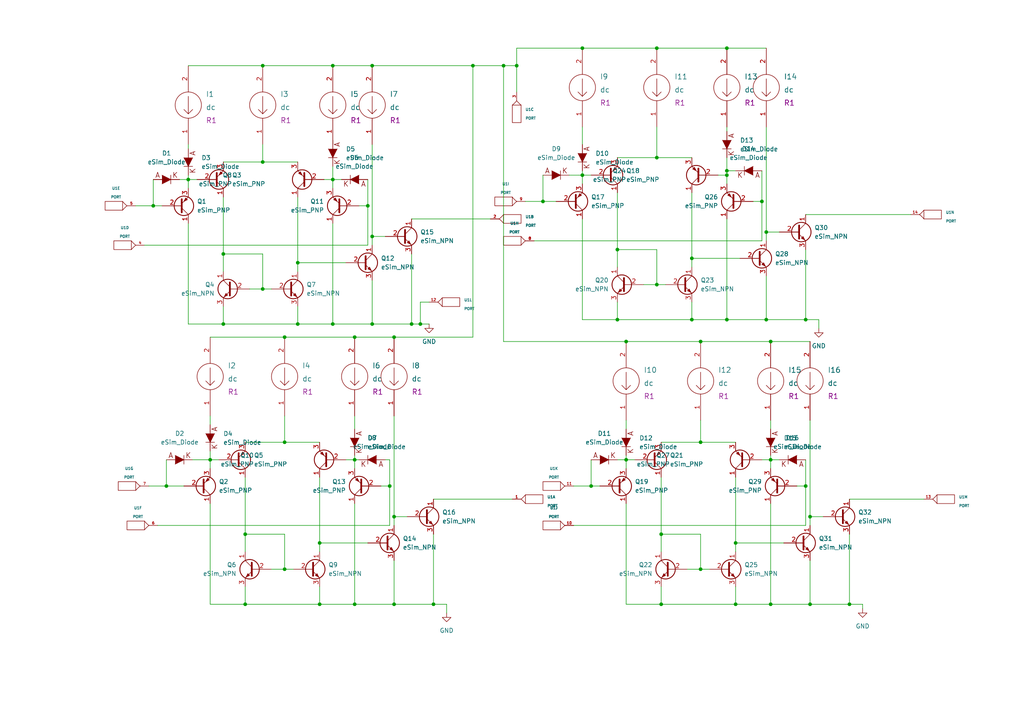
<source format=kicad_sch>
(kicad_sch (version 20211123) (generator eeschema)

  (uuid b57a3e37-975f-4e70-ac82-71c5552e342a)

  (paper "A4")

  (lib_symbols
    (symbol "eSim_Devices:eSim_Diode" (pin_numbers hide) (pin_names (offset 1.016) hide) (in_bom yes) (on_board yes)
      (property "Reference" "D" (id 0) (at 0 2.54 0)
        (effects (font (size 1.27 1.27)))
      )
      (property "Value" "eSim_Diode" (id 1) (at 0 -2.54 0)
        (effects (font (size 1.27 1.27)))
      )
      (property "Footprint" "" (id 2) (at 0 0 0)
        (effects (font (size 1.524 1.524)))
      )
      (property "Datasheet" "" (id 3) (at 0 0 0)
        (effects (font (size 1.524 1.524)))
      )
      (property "ki_fp_filters" "TO-???* *SingleDiode *_Diode_* *SingleDiode* D_*" (id 4) (at 0 0 0)
        (effects (font (size 1.27 1.27)) hide)
      )
      (symbol "eSim_Diode_0_0"
        (text "A" (at -2.54 1.27 0)
          (effects (font (size 1.524 1.524)))
        )
        (text "K" (at 2.54 1.27 0)
          (effects (font (size 1.524 1.524)))
        )
      )
      (symbol "eSim_Diode_0_1"
        (polyline
          (pts
            (xy 1.27 1.27)
            (xy 1.27 -1.27)
          )
          (stroke (width 0.1524) (type default) (color 0 0 0 0))
          (fill (type none))
        )
        (polyline
          (pts
            (xy -1.27 1.27)
            (xy 1.27 0)
            (xy -1.27 -1.27)
          )
          (stroke (width 0) (type default) (color 0 0 0 0))
          (fill (type outline))
        )
      )
      (symbol "eSim_Diode_1_1"
        (pin passive line (at -3.81 0 0) (length 2.54)
          (name "A" (effects (font (size 1.016 1.016))))
          (number "1" (effects (font (size 1.016 1.016))))
        )
        (pin passive line (at 3.81 0 180) (length 2.54)
          (name "K" (effects (font (size 1.016 1.016))))
          (number "2" (effects (font (size 1.016 1.016))))
        )
      )
    )
    (symbol "eSim_Devices:eSim_NPN" (pin_names (offset 0) hide) (in_bom yes) (on_board yes)
      (property "Reference" "Q" (id 0) (at -2.54 1.27 0)
        (effects (font (size 1.27 1.27)) (justify right))
      )
      (property "Value" "eSim_NPN" (id 1) (at -1.27 3.81 0)
        (effects (font (size 1.27 1.27)) (justify right))
      )
      (property "Footprint" "" (id 2) (at 5.08 2.54 0)
        (effects (font (size 0.7366 0.7366)))
      )
      (property "Datasheet" "" (id 3) (at 0 0 0)
        (effects (font (size 1.524 1.524)))
      )
      (symbol "eSim_NPN_0_1"
        (polyline
          (pts
            (xy 0.635 0.635)
            (xy 2.54 2.54)
          )
          (stroke (width 0) (type default) (color 0 0 0 0))
          (fill (type none))
        )
        (polyline
          (pts
            (xy 0.635 -0.635)
            (xy 2.54 -2.54)
            (xy 2.54 -2.54)
          )
          (stroke (width 0) (type default) (color 0 0 0 0))
          (fill (type none))
        )
        (polyline
          (pts
            (xy 0.635 1.905)
            (xy 0.635 -1.905)
            (xy 0.635 -1.905)
          )
          (stroke (width 0.508) (type default) (color 0 0 0 0))
          (fill (type none))
        )
        (polyline
          (pts
            (xy 1.27 -1.778)
            (xy 1.778 -1.27)
            (xy 2.286 -2.286)
            (xy 1.27 -1.778)
            (xy 1.27 -1.778)
          )
          (stroke (width 0) (type default) (color 0 0 0 0))
          (fill (type outline))
        )
        (circle (center 1.27 0) (radius 2.8194)
          (stroke (width 0.254) (type default) (color 0 0 0 0))
          (fill (type none))
        )
      )
      (symbol "eSim_NPN_1_1"
        (pin passive line (at 2.54 5.08 270) (length 2.54)
          (name "C" (effects (font (size 1.27 1.27))))
          (number "1" (effects (font (size 1.27 1.27))))
        )
        (pin passive line (at -5.08 0 0) (length 5.715)
          (name "B" (effects (font (size 1.27 1.27))))
          (number "2" (effects (font (size 1.27 1.27))))
        )
        (pin passive line (at 2.54 -5.08 90) (length 2.54)
          (name "E" (effects (font (size 1.27 1.27))))
          (number "3" (effects (font (size 1.27 1.27))))
        )
      )
    )
    (symbol "eSim_Devices:eSim_PNP" (pin_names (offset 0) hide) (in_bom yes) (on_board yes)
      (property "Reference" "Q" (id 0) (at -2.54 1.27 0)
        (effects (font (size 1.27 1.27)) (justify right))
      )
      (property "Value" "eSim_PNP" (id 1) (at -1.27 3.81 0)
        (effects (font (size 1.27 1.27)) (justify right))
      )
      (property "Footprint" "" (id 2) (at 5.08 2.54 0)
        (effects (font (size 0.7366 0.7366)))
      )
      (property "Datasheet" "" (id 3) (at 0 0 0)
        (effects (font (size 1.524 1.524)))
      )
      (symbol "eSim_PNP_0_1"
        (polyline
          (pts
            (xy 0.635 0.635)
            (xy 2.54 2.54)
          )
          (stroke (width 0) (type default) (color 0 0 0 0))
          (fill (type none))
        )
        (polyline
          (pts
            (xy 0.635 -0.635)
            (xy 2.54 -2.54)
            (xy 2.54 -2.54)
          )
          (stroke (width 0) (type default) (color 0 0 0 0))
          (fill (type none))
        )
        (polyline
          (pts
            (xy 0.635 1.905)
            (xy 0.635 -1.905)
            (xy 0.635 -1.905)
          )
          (stroke (width 0.508) (type default) (color 0 0 0 0))
          (fill (type none))
        )
        (polyline
          (pts
            (xy 2.286 -1.778)
            (xy 1.778 -2.286)
            (xy 1.27 -1.27)
            (xy 2.286 -1.778)
            (xy 2.286 -1.778)
          )
          (stroke (width 0) (type default) (color 0 0 0 0))
          (fill (type outline))
        )
        (circle (center 1.27 0) (radius 2.8194)
          (stroke (width 0.254) (type default) (color 0 0 0 0))
          (fill (type none))
        )
      )
      (symbol "eSim_PNP_1_1"
        (pin passive line (at 2.54 5.08 270) (length 2.54)
          (name "C" (effects (font (size 1.27 1.27))))
          (number "1" (effects (font (size 1.27 1.27))))
        )
        (pin passive line (at -5.08 0 0) (length 5.715)
          (name "B" (effects (font (size 1.27 1.27))))
          (number "2" (effects (font (size 1.27 1.27))))
        )
        (pin passive line (at 2.54 -5.08 90) (length 2.54)
          (name "E" (effects (font (size 1.27 1.27))))
          (number "3" (effects (font (size 1.27 1.27))))
        )
      )
    )
    (symbol "eSim_Miscellaneous:PORT" (pin_names (offset 1.016)) (in_bom yes) (on_board yes)
      (property "Reference" "U" (id 0) (at 1.27 2.54 0)
        (effects (font (size 0.762 0.762)))
      )
      (property "Value" "PORT" (id 1) (at 0 0 0)
        (effects (font (size 0.762 0.762)))
      )
      (property "Footprint" "" (id 2) (at 0 0 0)
        (effects (font (size 1.524 1.524)))
      )
      (property "Datasheet" "" (id 3) (at 0 0 0)
        (effects (font (size 1.524 1.524)))
      )
      (symbol "PORT_0_1"
        (rectangle (start -2.54 1.27) (end 2.54 -1.27)
          (stroke (width 0) (type default) (color 0 0 0 0))
          (fill (type none))
        )
        (arc (start 2.54 1.27) (mid 3.1355 0.5955) (end 3.81 0)
          (stroke (width 0) (type default) (color 0 0 0 0))
          (fill (type none))
        )
        (arc (start 3.81 0) (mid 3.1447 -0.6046) (end 2.54 -1.27)
          (stroke (width 0) (type default) (color 0 0 0 0))
          (fill (type none))
        )
      )
      (symbol "PORT_1_1"
        (pin bidirectional line (at 6.35 0 180) (length 2.54)
          (name "~" (effects (font (size 0.762 0.762))))
          (number "1" (effects (font (size 0.762 0.762))))
        )
      )
      (symbol "PORT_2_1"
        (pin bidirectional line (at 6.35 0 180) (length 2.54)
          (name "~" (effects (font (size 0.762 0.762))))
          (number "2" (effects (font (size 0.762 0.762))))
        )
      )
      (symbol "PORT_3_1"
        (pin bidirectional line (at 6.35 0 180) (length 2.54)
          (name "~" (effects (font (size 0.762 0.762))))
          (number "3" (effects (font (size 0.762 0.762))))
        )
      )
      (symbol "PORT_4_1"
        (pin bidirectional line (at 6.35 0 180) (length 2.54)
          (name "~" (effects (font (size 0.762 0.762))))
          (number "4" (effects (font (size 0.762 0.762))))
        )
      )
      (symbol "PORT_5_1"
        (pin bidirectional line (at 6.35 0 180) (length 2.54)
          (name "~" (effects (font (size 0.762 0.762))))
          (number "5" (effects (font (size 0.762 0.762))))
        )
      )
      (symbol "PORT_6_1"
        (pin bidirectional line (at 6.35 0 180) (length 2.54)
          (name "~" (effects (font (size 0.762 0.762))))
          (number "6" (effects (font (size 0.762 0.762))))
        )
      )
      (symbol "PORT_7_1"
        (pin bidirectional line (at 6.35 0 180) (length 2.54)
          (name "~" (effects (font (size 0.762 0.762))))
          (number "7" (effects (font (size 0.762 0.762))))
        )
      )
      (symbol "PORT_8_1"
        (pin bidirectional line (at 6.35 0 180) (length 2.54)
          (name "~" (effects (font (size 0.762 0.762))))
          (number "8" (effects (font (size 0.762 0.762))))
        )
      )
      (symbol "PORT_9_1"
        (pin bidirectional line (at 6.35 0 180) (length 2.54)
          (name "~" (effects (font (size 0.762 0.762))))
          (number "9" (effects (font (size 0.762 0.762))))
        )
      )
      (symbol "PORT_10_1"
        (pin bidirectional line (at 6.35 0 180) (length 2.54)
          (name "~" (effects (font (size 0.762 0.762))))
          (number "10" (effects (font (size 0.762 0.762))))
        )
      )
      (symbol "PORT_11_1"
        (pin bidirectional line (at 6.35 0 180) (length 2.54)
          (name "~" (effects (font (size 0.762 0.762))))
          (number "11" (effects (font (size 0.762 0.762))))
        )
      )
      (symbol "PORT_12_1"
        (pin bidirectional line (at 6.35 0 180) (length 2.54)
          (name "~" (effects (font (size 0.762 0.762))))
          (number "12" (effects (font (size 0.762 0.762))))
        )
      )
      (symbol "PORT_13_1"
        (pin bidirectional line (at 6.35 0 180) (length 2.54)
          (name "~" (effects (font (size 0.762 0.762))))
          (number "13" (effects (font (size 0.762 0.762))))
        )
      )
      (symbol "PORT_14_1"
        (pin bidirectional line (at 6.35 0 180) (length 2.54)
          (name "~" (effects (font (size 0.762 0.762))))
          (number "14" (effects (font (size 0.762 0.762))))
        )
      )
      (symbol "PORT_15_1"
        (pin bidirectional line (at 6.35 0 180) (length 2.54)
          (name "~" (effects (font (size 0.762 0.762))))
          (number "15" (effects (font (size 0.762 0.762))))
        )
      )
      (symbol "PORT_16_1"
        (pin bidirectional line (at 6.35 0 180) (length 2.54)
          (name "~" (effects (font (size 0.762 0.762))))
          (number "16" (effects (font (size 0.762 0.762))))
        )
      )
      (symbol "PORT_17_1"
        (pin bidirectional line (at 6.35 0 180) (length 2.54)
          (name "~" (effects (font (size 0.762 0.762))))
          (number "17" (effects (font (size 0.762 0.762))))
        )
      )
      (symbol "PORT_18_1"
        (pin bidirectional line (at 6.35 0 180) (length 2.54)
          (name "~" (effects (font (size 0.762 0.762))))
          (number "18" (effects (font (size 0.762 0.762))))
        )
      )
      (symbol "PORT_19_1"
        (pin bidirectional line (at 6.35 0 180) (length 2.54)
          (name "~" (effects (font (size 0.762 0.762))))
          (number "19" (effects (font (size 0.762 0.762))))
        )
      )
      (symbol "PORT_20_1"
        (pin bidirectional line (at 6.35 0 180) (length 2.54)
          (name "~" (effects (font (size 0.762 0.762))))
          (number "20" (effects (font (size 0.762 0.762))))
        )
      )
      (symbol "PORT_21_1"
        (pin bidirectional line (at 6.35 0 180) (length 2.54)
          (name "~" (effects (font (size 0.762 0.762))))
          (number "21" (effects (font (size 0.762 0.762))))
        )
      )
      (symbol "PORT_22_1"
        (pin bidirectional line (at 6.35 0 180) (length 2.54)
          (name "~" (effects (font (size 0.762 0.762))))
          (number "22" (effects (font (size 0.762 0.762))))
        )
      )
      (symbol "PORT_23_1"
        (pin bidirectional line (at 6.35 0 180) (length 2.54)
          (name "~" (effects (font (size 0.762 0.762))))
          (number "23" (effects (font (size 0.762 0.762))))
        )
      )
      (symbol "PORT_24_1"
        (pin bidirectional line (at 6.35 0 180) (length 2.54)
          (name "~" (effects (font (size 0.762 0.762))))
          (number "24" (effects (font (size 0.762 0.762))))
        )
      )
      (symbol "PORT_25_1"
        (pin bidirectional line (at 6.35 0 180) (length 2.54)
          (name "~" (effects (font (size 0.762 0.762))))
          (number "25" (effects (font (size 0.762 0.762))))
        )
      )
      (symbol "PORT_26_1"
        (pin bidirectional line (at 6.35 0 180) (length 2.54)
          (name "~" (effects (font (size 0.762 0.762))))
          (number "26" (effects (font (size 0.762 0.762))))
        )
      )
    )
    (symbol "eSim_Power:eSim_GND" (power) (pin_names (offset 0)) (in_bom yes) (on_board yes)
      (property "Reference" "#PWR" (id 0) (at 0 -6.35 0)
        (effects (font (size 1.27 1.27)) hide)
      )
      (property "Value" "eSim_GND" (id 1) (at 0 -3.81 0)
        (effects (font (size 1.27 1.27)))
      )
      (property "Footprint" "" (id 2) (at 0 0 0)
        (effects (font (size 1.27 1.27)) hide)
      )
      (property "Datasheet" "" (id 3) (at 0 0 0)
        (effects (font (size 1.27 1.27)) hide)
      )
      (symbol "eSim_GND_0_1"
        (polyline
          (pts
            (xy 0 0)
            (xy 0 -1.27)
            (xy 1.27 -1.27)
            (xy 0 -2.54)
            (xy -1.27 -1.27)
            (xy 0 -1.27)
          )
          (stroke (width 0) (type default) (color 0 0 0 0))
          (fill (type none))
        )
      )
      (symbol "eSim_GND_1_1"
        (pin power_in line (at 0 0 270) (length 0) hide
          (name "GND" (effects (font (size 1.27 1.27))))
          (number "1" (effects (font (size 1.27 1.27))))
        )
      )
    )
    (symbol "eSim_Sources:dc" (pin_names (offset 1.016)) (in_bom yes) (on_board yes)
      (property "Reference" "I" (id 0) (at -5.08 2.54 0)
        (effects (font (size 1.524 1.524)))
      )
      (property "Value" "dc" (id 1) (at -5.08 -1.27 0)
        (effects (font (size 1.524 1.524)))
      )
      (property "Footprint" "R1" (id 2) (at -7.62 0 0)
        (effects (font (size 1.524 1.524)))
      )
      (property "Datasheet" "" (id 3) (at 0 0 0)
        (effects (font (size 1.524 1.524)))
      )
      (property "ki_fp_filters" "1_pin" (id 4) (at 0 0 0)
        (effects (font (size 1.27 1.27)) hide)
      )
      (symbol "dc_0_1"
        (polyline
          (pts
            (xy 0 -2.54)
            (xy 0 -2.54)
          )
          (stroke (width 0) (type default) (color 0 0 0 0))
          (fill (type none))
        )
        (polyline
          (pts
            (xy 0 2.54)
            (xy -1.27 1.27)
          )
          (stroke (width 0) (type default) (color 0 0 0 0))
          (fill (type none))
        )
        (polyline
          (pts
            (xy 0 2.54)
            (xy 0 -2.54)
          )
          (stroke (width 0) (type default) (color 0 0 0 0))
          (fill (type none))
        )
        (polyline
          (pts
            (xy 0 2.54)
            (xy 1.27 1.27)
          )
          (stroke (width 0) (type default) (color 0 0 0 0))
          (fill (type none))
        )
        (circle (center 0 0) (radius 3.81)
          (stroke (width 0) (type default) (color 0 0 0 0))
          (fill (type none))
        )
      )
      (symbol "dc_1_1"
        (pin passive line (at 0 11.43 270) (length 7.62)
          (name "~" (effects (font (size 1.27 1.27))))
          (number "1" (effects (font (size 1.27 1.27))))
        )
        (pin passive line (at 0 -11.43 90) (length 7.62)
          (name "~" (effects (font (size 1.27 1.27))))
          (number "2" (effects (font (size 1.27 1.27))))
        )
      )
    )
  )


  (junction (at 191.77 175.26) (diameter 0) (color 0 0 0 0)
    (uuid 0000d97b-4128-464a-9915-c527a9244b6f)
  )
  (junction (at 210.82 13.97) (diameter 0) (color 0 0 0 0)
    (uuid 0066880b-2cc7-43c8-83a2-3132af3d0ed6)
  )
  (junction (at 114.3 149.86) (diameter 0) (color 0 0 0 0)
    (uuid 05c47137-4b53-4b4b-a903-38835c323af8)
  )
  (junction (at 96.52 52.07) (diameter 0) (color 0 0 0 0)
    (uuid 07fab1ae-7d8d-4789-92fd-84ece6ba496d)
  )
  (junction (at 96.52 93.98) (diameter 0) (color 0 0 0 0)
    (uuid 0b494849-a0a5-4561-94b6-4e64828792b2)
  )
  (junction (at 233.68 140.97) (diameter 0) (color 0 0 0 0)
    (uuid 0f8284e1-aafc-47bf-af73-037853241f2d)
  )
  (junction (at 71.12 175.26) (diameter 0) (color 0 0 0 0)
    (uuid 116acd7c-844a-4008-ae20-46809f880bc2)
  )
  (junction (at 168.91 13.97) (diameter 0) (color 0 0 0 0)
    (uuid 136b9f49-cd77-464c-8dc1-b1f17a622da7)
  )
  (junction (at 179.07 92.71) (diameter 0) (color 0 0 0 0)
    (uuid 1d4a594f-9c5b-4a3d-ac10-595818ba066f)
  )
  (junction (at 234.95 149.86) (diameter 0) (color 0 0 0 0)
    (uuid 2264790e-fb17-4198-a914-f2cca3ef2267)
  )
  (junction (at 86.36 76.2) (diameter 0) (color 0 0 0 0)
    (uuid 230a69e3-79cc-4773-a68e-a4e4cf019f2a)
  )
  (junction (at 106.68 59.69) (diameter 0) (color 0 0 0 0)
    (uuid 240d5f4a-2950-49a6-9919-e6446ec80e47)
  )
  (junction (at 107.95 19.05) (diameter 0) (color 0 0 0 0)
    (uuid 248ffc97-5ec8-49da-811a-88585084016e)
  )
  (junction (at 114.3 97.79) (diameter 0) (color 0 0 0 0)
    (uuid 25a182f8-b875-4f86-b279-7b42518427f1)
  )
  (junction (at 203.2 165.1) (diameter 0) (color 0 0 0 0)
    (uuid 27226b3d-a80f-4282-9172-40af053527a1)
  )
  (junction (at 92.71 157.48) (diameter 0) (color 0 0 0 0)
    (uuid 27ccf115-64fe-4478-8ef3-8e952cae8898)
  )
  (junction (at 76.2 19.05) (diameter 0) (color 0 0 0 0)
    (uuid 289d69a2-75d6-40a9-947e-f6989a46ce01)
  )
  (junction (at 233.68 92.71) (diameter 0) (color 0 0 0 0)
    (uuid 2bb9febb-c34e-4f4d-b38c-9a08d1b1b092)
  )
  (junction (at 60.96 133.35) (diameter 0) (color 0 0 0 0)
    (uuid 2cf99fba-f0f0-48d4-b6da-e4593829ff2f)
  )
  (junction (at 220.98 58.42) (diameter 0) (color 0 0 0 0)
    (uuid 303f755c-303c-4ebc-807e-979cfd5f0a7f)
  )
  (junction (at 86.36 93.98) (diameter 0) (color 0 0 0 0)
    (uuid 30e53c74-0c2a-4abb-b8e1-e0012a42904e)
  )
  (junction (at 171.45 140.97) (diameter 0) (color 0 0 0 0)
    (uuid 3120c53f-9004-49f1-86f6-718a83b4a8df)
  )
  (junction (at 44.45 59.69) (diameter 0) (color 0 0 0 0)
    (uuid 312eaca8-f46a-409b-9169-6122fae54729)
  )
  (junction (at 210.82 92.71) (diameter 0) (color 0 0 0 0)
    (uuid 323f4c65-b4ae-4332-be78-a658ff1be923)
  )
  (junction (at 82.55 97.79) (diameter 0) (color 0 0 0 0)
    (uuid 3590f2ad-b7b2-4a3e-be24-02c8feedb490)
  )
  (junction (at 179.07 72.39) (diameter 0) (color 0 0 0 0)
    (uuid 3c7f0b3b-917d-405e-a4b2-77b407636431)
  )
  (junction (at 223.52 175.26) (diameter 0) (color 0 0 0 0)
    (uuid 3c91b1f0-0621-43d1-8537-40850dfb97d1)
  )
  (junction (at 107.95 93.98) (diameter 0) (color 0 0 0 0)
    (uuid 3d420921-3e22-40f5-8d7b-347a1cb3c9db)
  )
  (junction (at 234.95 175.26) (diameter 0) (color 0 0 0 0)
    (uuid 3f99185d-b825-4973-8b07-a8e2b7d2423d)
  )
  (junction (at 200.66 74.93) (diameter 0) (color 0 0 0 0)
    (uuid 428b1dbd-51b6-410c-919a-897752d0d1e5)
  )
  (junction (at 64.77 73.66) (diameter 0) (color 0 0 0 0)
    (uuid 4b24b3da-dc12-493c-a638-4a6c22993e38)
  )
  (junction (at 121.92 93.98) (diameter 0) (color 0 0 0 0)
    (uuid 51f7e3f5-92c7-43e6-a5f9-7c56b181d857)
  )
  (junction (at 190.5 82.55) (diameter 0) (color 0 0 0 0)
    (uuid 54ec99fb-79b9-40c8-a7ca-eb4a798362b3)
  )
  (junction (at 203.2 128.27) (diameter 0) (color 0 0 0 0)
    (uuid 575f17c0-cd2c-4b82-a23a-50853fa7dc95)
  )
  (junction (at 64.77 93.98) (diameter 0) (color 0 0 0 0)
    (uuid 58b86b10-142a-4b24-8e82-7a9ba14cc784)
  )
  (junction (at 137.16 19.05) (diameter 0) (color 0 0 0 0)
    (uuid 5b95c797-2985-4ed7-b69a-e84518f77939)
  )
  (junction (at 113.03 140.97) (diameter 0) (color 0 0 0 0)
    (uuid 5e68e600-341d-4749-9635-242eb6899acb)
  )
  (junction (at 181.61 99.06) (diameter 0) (color 0 0 0 0)
    (uuid 60a49c1d-a8eb-4bd6-8a4b-2f0edf784572)
  )
  (junction (at 203.2 99.06) (diameter 0) (color 0 0 0 0)
    (uuid 614da0f0-ea52-4ae6-b785-93c70137623e)
  )
  (junction (at 149.86 19.05) (diameter 0) (color 0 0 0 0)
    (uuid 614f4fb1-f110-403d-8dfc-e6267df1da06)
  )
  (junction (at 107.95 68.58) (diameter 0) (color 0 0 0 0)
    (uuid 61c2791a-5765-418b-9a3c-06c890358f53)
  )
  (junction (at 200.66 92.71) (diameter 0) (color 0 0 0 0)
    (uuid 624604fa-a2d4-44dd-95ee-b58a2633a27f)
  )
  (junction (at 114.3 175.26) (diameter 0) (color 0 0 0 0)
    (uuid 63b0ce01-74c1-42f4-ae92-660fcf3e59bb)
  )
  (junction (at 146.05 19.05) (diameter 0) (color 0 0 0 0)
    (uuid 6ae4ca14-0aca-49c1-a379-6973c8393bee)
  )
  (junction (at 222.25 92.71) (diameter 0) (color 0 0 0 0)
    (uuid 6de670cb-109d-4472-bdaf-9d0c1026141d)
  )
  (junction (at 82.55 128.27) (diameter 0) (color 0 0 0 0)
    (uuid 6deb81c4-e1df-4392-b34e-84cffb6eba58)
  )
  (junction (at 54.61 52.07) (diameter 0) (color 0 0 0 0)
    (uuid 74d6f2a2-367c-4ff1-bb4c-8dcb9c9ab01e)
  )
  (junction (at 210.82 49.53) (diameter 0) (color 0 0 0 0)
    (uuid 7ed36b66-bcb5-4ca8-ba97-d8645b870c65)
  )
  (junction (at 191.77 154.94) (diameter 0) (color 0 0 0 0)
    (uuid 82a06609-8979-48df-a317-180636451657)
  )
  (junction (at 222.25 67.31) (diameter 0) (color 0 0 0 0)
    (uuid 83d3d040-a03e-4d82-81fc-72022951e8e4)
  )
  (junction (at 102.87 175.26) (diameter 0) (color 0 0 0 0)
    (uuid 8f62d9c9-1108-46d0-9b3f-473835167726)
  )
  (junction (at 246.38 175.26) (diameter 0) (color 0 0 0 0)
    (uuid 91572e1c-d355-4ff7-b6ed-f872863c6c90)
  )
  (junction (at 92.71 175.26) (diameter 0) (color 0 0 0 0)
    (uuid 93dc8041-cb5f-4def-a5b2-9b5256cb532d)
  )
  (junction (at 48.26 140.97) (diameter 0) (color 0 0 0 0)
    (uuid 95154af1-f869-4527-8613-233f6928b87b)
  )
  (junction (at 190.5 45.72) (diameter 0) (color 0 0 0 0)
    (uuid 9857d424-7a3e-490f-a55e-8074e63b60d4)
  )
  (junction (at 96.52 19.05) (diameter 0) (color 0 0 0 0)
    (uuid 994c8ece-daa9-48ae-b1b4-fa2996ca5cb7)
  )
  (junction (at 210.82 50.8) (diameter 0) (color 0 0 0 0)
    (uuid 9cdf7d5c-59d5-49f4-a212-fa3fc47406be)
  )
  (junction (at 168.91 50.8) (diameter 0) (color 0 0 0 0)
    (uuid a032f302-353c-43d4-8f7a-d3bdf38afa83)
  )
  (junction (at 119.38 93.98) (diameter 0) (color 0 0 0 0)
    (uuid a11148c6-0faf-448b-aa60-7caf4a91fd42)
  )
  (junction (at 102.87 133.35) (diameter 0) (color 0 0 0 0)
    (uuid aefc3f51-f3bb-4341-adff-d562902b587b)
  )
  (junction (at 213.36 175.26) (diameter 0) (color 0 0 0 0)
    (uuid b2dfc2a5-1391-4b56-96a2-3cee525e7e98)
  )
  (junction (at 190.5 13.97) (diameter 0) (color 0 0 0 0)
    (uuid b7368943-74ec-4322-8fcd-ead7461d2d43)
  )
  (junction (at 223.52 99.06) (diameter 0) (color 0 0 0 0)
    (uuid c513ebd0-4f42-4c18-8a7e-9a1f2790e240)
  )
  (junction (at 125.73 175.26) (diameter 0) (color 0 0 0 0)
    (uuid c7e54b6e-6f19-48e0-b55d-4b5ce30bd9df)
  )
  (junction (at 223.52 133.35) (diameter 0) (color 0 0 0 0)
    (uuid c90f2ab9-0e95-4d83-bdc4-1c630e35de7c)
  )
  (junction (at 181.61 133.35) (diameter 0) (color 0 0 0 0)
    (uuid c91c0541-d821-4204-8e10-74a1b97bf52a)
  )
  (junction (at 157.48 58.42) (diameter 0) (color 0 0 0 0)
    (uuid db9dd261-1f93-4326-8d43-bb4403f73609)
  )
  (junction (at 76.2 83.82) (diameter 0) (color 0 0 0 0)
    (uuid e9fbd6e1-faf9-4fdc-ae2e-90ada5ba512e)
  )
  (junction (at 71.12 154.94) (diameter 0) (color 0 0 0 0)
    (uuid efe330d9-6ecc-48db-9a98-7f0477da2060)
  )
  (junction (at 82.55 165.1) (diameter 0) (color 0 0 0 0)
    (uuid f23055ab-37f4-4c51-ae38-15876d7a0a3f)
  )
  (junction (at 102.87 97.79) (diameter 0) (color 0 0 0 0)
    (uuid f37e499e-19ad-45bf-97e8-d3812005e424)
  )
  (junction (at 76.2 46.99) (diameter 0) (color 0 0 0 0)
    (uuid f4737dce-7cc4-4f6c-be8b-a109eb71c559)
  )
  (junction (at 213.36 157.48) (diameter 0) (color 0 0 0 0)
    (uuid fc8a987a-8dfe-479e-87ea-ef76d1890851)
  )

  (wire (pts (xy 234.95 162.56) (xy 234.95 175.26))
    (stroke (width 0) (type default) (color 0 0 0 0))
    (uuid 0120c2d5-68bd-4e6d-80aa-40a5ddf096e8)
  )
  (wire (pts (xy 181.61 132.08) (xy 181.61 133.35))
    (stroke (width 0) (type default) (color 0 0 0 0))
    (uuid 01739ade-1a1d-4063-992d-1dffe82c4816)
  )
  (wire (pts (xy 54.61 50.8) (xy 54.61 52.07))
    (stroke (width 0) (type default) (color 0 0 0 0))
    (uuid 01e2e610-397d-4f28-b59a-10e4f9a02899)
  )
  (wire (pts (xy 171.45 50.8) (xy 168.91 50.8))
    (stroke (width 0) (type default) (color 0 0 0 0))
    (uuid 02f7244f-9c04-4352-8983-a24447059efc)
  )
  (wire (pts (xy 43.18 140.97) (xy 48.26 140.97))
    (stroke (width 0) (type default) (color 0 0 0 0))
    (uuid 042a24e5-2fe1-4920-99b7-2bdfe04e4492)
  )
  (wire (pts (xy 223.52 146.05) (xy 223.52 175.26))
    (stroke (width 0) (type default) (color 0 0 0 0))
    (uuid 04300a2d-e70f-403b-b951-f81afee703f0)
  )
  (wire (pts (xy 102.87 133.35) (xy 102.87 135.89))
    (stroke (width 0) (type default) (color 0 0 0 0))
    (uuid 09c71963-4f46-4212-8c0d-c4cc7f2cbbbc)
  )
  (wire (pts (xy 179.07 72.39) (xy 179.07 77.47))
    (stroke (width 0) (type default) (color 0 0 0 0))
    (uuid 0b30e239-0162-4bfc-9090-a6fe7b9d199e)
  )
  (wire (pts (xy 179.07 45.72) (xy 190.5 45.72))
    (stroke (width 0) (type default) (color 0 0 0 0))
    (uuid 0bf49e31-a282-4346-ba0b-81ad52b75170)
  )
  (wire (pts (xy 200.66 74.93) (xy 214.63 74.93))
    (stroke (width 0) (type default) (color 0 0 0 0))
    (uuid 0c43790b-6e3a-44a8-8470-d8b3b413b755)
  )
  (wire (pts (xy 86.36 57.15) (xy 86.36 76.2))
    (stroke (width 0) (type default) (color 0 0 0 0))
    (uuid 0d5d2300-04c0-485d-82ce-fc2c23351170)
  )
  (wire (pts (xy 234.95 121.92) (xy 234.95 149.86))
    (stroke (width 0) (type default) (color 0 0 0 0))
    (uuid 0d78e0ef-ceeb-4e13-8664-bcf58da804bc)
  )
  (wire (pts (xy 220.98 58.42) (xy 220.98 69.85))
    (stroke (width 0) (type default) (color 0 0 0 0))
    (uuid 0dbe449f-b8de-4019-8671-05f09f93af72)
  )
  (wire (pts (xy 86.36 93.98) (xy 64.77 93.98))
    (stroke (width 0) (type default) (color 0 0 0 0))
    (uuid 0fb69820-11ca-4385-9268-2d88b7715310)
  )
  (wire (pts (xy 149.86 13.97) (xy 149.86 19.05))
    (stroke (width 0) (type default) (color 0 0 0 0))
    (uuid 1191f6c3-f39e-4e5d-afb1-7757e262a8d7)
  )
  (wire (pts (xy 92.71 157.48) (xy 106.68 157.48))
    (stroke (width 0) (type default) (color 0 0 0 0))
    (uuid 13a81871-f259-47c9-ab55-50ed90078ad2)
  )
  (wire (pts (xy 203.2 121.92) (xy 203.2 128.27))
    (stroke (width 0) (type default) (color 0 0 0 0))
    (uuid 1888bca9-b340-4f0a-9272-631363eaac20)
  )
  (wire (pts (xy 82.55 97.79) (xy 102.87 97.79))
    (stroke (width 0) (type default) (color 0 0 0 0))
    (uuid 1b75ebce-3ed8-4578-b7a3-62e2c4e7f9c6)
  )
  (wire (pts (xy 114.3 162.56) (xy 114.3 175.26))
    (stroke (width 0) (type default) (color 0 0 0 0))
    (uuid 1bd4c5d1-963b-4c68-961d-59f815eba15f)
  )
  (wire (pts (xy 203.2 99.06) (xy 223.52 99.06))
    (stroke (width 0) (type default) (color 0 0 0 0))
    (uuid 1bf50900-8da4-4e4a-bb14-f37f944ef4d8)
  )
  (wire (pts (xy 57.15 52.07) (xy 54.61 52.07))
    (stroke (width 0) (type default) (color 0 0 0 0))
    (uuid 2163e5e9-ea24-422d-81b4-a47e3ba53d45)
  )
  (wire (pts (xy 181.61 175.26) (xy 191.77 175.26))
    (stroke (width 0) (type default) (color 0 0 0 0))
    (uuid 21d7301f-7489-4250-9309-12e64e48539f)
  )
  (wire (pts (xy 102.87 132.08) (xy 102.87 133.35))
    (stroke (width 0) (type default) (color 0 0 0 0))
    (uuid 22107bdf-54fa-4b8d-8018-f89db91f3c6c)
  )
  (wire (pts (xy 60.96 133.35) (xy 60.96 135.89))
    (stroke (width 0) (type default) (color 0 0 0 0))
    (uuid 2350861c-7771-4d23-8b2d-a7f00a6b1466)
  )
  (wire (pts (xy 179.07 92.71) (xy 179.07 87.63))
    (stroke (width 0) (type default) (color 0 0 0 0))
    (uuid 24d01374-b52a-4385-a238-8b70b352a88a)
  )
  (wire (pts (xy 222.25 36.83) (xy 222.25 67.31))
    (stroke (width 0) (type default) (color 0 0 0 0))
    (uuid 2947a362-211d-47af-a2b3-a52e38c971f2)
  )
  (wire (pts (xy 64.77 93.98) (xy 64.77 88.9))
    (stroke (width 0) (type default) (color 0 0 0 0))
    (uuid 2a5c224d-ea30-464d-a5b0-8d37318ba823)
  )
  (wire (pts (xy 154.94 69.85) (xy 220.98 69.85))
    (stroke (width 0) (type default) (color 0 0 0 0))
    (uuid 2b784d36-0905-4b91-8575-678417275f80)
  )
  (wire (pts (xy 234.95 149.86) (xy 234.95 152.4))
    (stroke (width 0) (type default) (color 0 0 0 0))
    (uuid 2f841906-5a2f-42b5-b138-d9f01d7efa69)
  )
  (wire (pts (xy 63.5 133.35) (xy 60.96 133.35))
    (stroke (width 0) (type default) (color 0 0 0 0))
    (uuid 3640c3bf-1d41-4018-847f-d26602c2017b)
  )
  (wire (pts (xy 152.4 58.42) (xy 157.48 58.42))
    (stroke (width 0) (type default) (color 0 0 0 0))
    (uuid 37f21761-5901-4dc4-bc05-782ea77e473a)
  )
  (wire (pts (xy 181.61 133.35) (xy 181.61 135.89))
    (stroke (width 0) (type default) (color 0 0 0 0))
    (uuid 3889d82a-82db-48e0-b1b1-ad94571c967c)
  )
  (wire (pts (xy 203.2 128.27) (xy 213.36 128.27))
    (stroke (width 0) (type default) (color 0 0 0 0))
    (uuid 3949b921-7f38-4546-b4df-494b5608556f)
  )
  (wire (pts (xy 166.37 152.4) (xy 233.68 152.4))
    (stroke (width 0) (type default) (color 0 0 0 0))
    (uuid 39e0ab97-01fa-448e-af13-f81983917c21)
  )
  (wire (pts (xy 54.61 64.77) (xy 54.61 93.98))
    (stroke (width 0) (type default) (color 0 0 0 0))
    (uuid 3a31140a-0ef6-4090-8e70-03b9cf22e983)
  )
  (wire (pts (xy 168.91 63.5) (xy 168.91 92.71))
    (stroke (width 0) (type default) (color 0 0 0 0))
    (uuid 3b49fa8a-4c70-4c84-920f-c00ba5b085f2)
  )
  (wire (pts (xy 234.95 175.26) (xy 223.52 175.26))
    (stroke (width 0) (type default) (color 0 0 0 0))
    (uuid 3baf292f-be80-43cb-ab8a-9fec12300182)
  )
  (wire (pts (xy 44.45 52.07) (xy 44.45 59.69))
    (stroke (width 0) (type default) (color 0 0 0 0))
    (uuid 3d57e20a-b836-411c-9d85-1a9fbfd1ac16)
  )
  (wire (pts (xy 171.45 140.97) (xy 173.99 140.97))
    (stroke (width 0) (type default) (color 0 0 0 0))
    (uuid 3f5209cb-f2b5-431b-a2f2-49f71159ccd0)
  )
  (wire (pts (xy 55.88 133.35) (xy 60.96 133.35))
    (stroke (width 0) (type default) (color 0 0 0 0))
    (uuid 402fcdd0-093b-4020-b16c-f19a74518340)
  )
  (wire (pts (xy 106.68 59.69) (xy 106.68 71.12))
    (stroke (width 0) (type default) (color 0 0 0 0))
    (uuid 4387e2cb-6fec-4929-9fa1-07f1bbed49a1)
  )
  (wire (pts (xy 222.25 67.31) (xy 226.06 67.31))
    (stroke (width 0) (type default) (color 0 0 0 0))
    (uuid 4394dcff-0af2-428f-bc56-3a0aab42acd2)
  )
  (wire (pts (xy 190.5 13.97) (xy 210.82 13.97))
    (stroke (width 0) (type default) (color 0 0 0 0))
    (uuid 44c373a7-9f43-4fe3-9541-370010c1c013)
  )
  (wire (pts (xy 203.2 165.1) (xy 205.74 165.1))
    (stroke (width 0) (type default) (color 0 0 0 0))
    (uuid 45c66643-26bf-4bd5-9e07-eebab63d497e)
  )
  (wire (pts (xy 96.52 64.77) (xy 96.52 93.98))
    (stroke (width 0) (type default) (color 0 0 0 0))
    (uuid 4c5dbb98-e1c3-4fdc-9f95-f1ab35b9098f)
  )
  (wire (pts (xy 168.91 13.97) (xy 149.86 13.97))
    (stroke (width 0) (type default) (color 0 0 0 0))
    (uuid 4ea9a23f-9678-4dee-9980-86bca8c09267)
  )
  (wire (pts (xy 100.33 133.35) (xy 102.87 133.35))
    (stroke (width 0) (type default) (color 0 0 0 0))
    (uuid 511dd3af-466d-46f1-87c1-10717d48869b)
  )
  (wire (pts (xy 93.98 52.07) (xy 96.52 52.07))
    (stroke (width 0) (type default) (color 0 0 0 0))
    (uuid 51422fd4-8659-4437-abda-0da16a67109f)
  )
  (wire (pts (xy 223.52 133.35) (xy 226.06 133.35))
    (stroke (width 0) (type default) (color 0 0 0 0))
    (uuid 5312b34a-f1e9-4e3e-9f87-5acfedca6154)
  )
  (wire (pts (xy 220.98 49.53) (xy 220.98 58.42))
    (stroke (width 0) (type default) (color 0 0 0 0))
    (uuid 55f56ae8-7f49-4024-8a6b-cdb529357a8b)
  )
  (wire (pts (xy 113.03 140.97) (xy 113.03 152.4))
    (stroke (width 0) (type default) (color 0 0 0 0))
    (uuid 58a9e8b3-df96-4e8a-befe-88a7f3e6f349)
  )
  (wire (pts (xy 199.39 165.1) (xy 203.2 165.1))
    (stroke (width 0) (type default) (color 0 0 0 0))
    (uuid 58f9e78d-50e2-4e96-b06c-abca3839dbbb)
  )
  (wire (pts (xy 231.14 140.97) (xy 233.68 140.97))
    (stroke (width 0) (type default) (color 0 0 0 0))
    (uuid 59f3d213-8a7f-4236-96c9-0c4e47649725)
  )
  (wire (pts (xy 76.2 46.99) (xy 86.36 46.99))
    (stroke (width 0) (type default) (color 0 0 0 0))
    (uuid 5a365b87-010f-440d-bc91-6408bb647933)
  )
  (wire (pts (xy 149.86 19.05) (xy 149.86 26.67))
    (stroke (width 0) (type default) (color 0 0 0 0))
    (uuid 5d4abc3d-446e-4c69-a5fa-ed2f41aaecd7)
  )
  (wire (pts (xy 121.92 93.98) (xy 124.46 93.98))
    (stroke (width 0) (type default) (color 0 0 0 0))
    (uuid 5e079e9e-ff8b-42cd-9908-c8e4eaa41341)
  )
  (wire (pts (xy 107.95 68.58) (xy 107.95 71.12))
    (stroke (width 0) (type default) (color 0 0 0 0))
    (uuid 5f59fc41-5ad6-45cd-b2f0-8ed9d4a44dd7)
  )
  (wire (pts (xy 114.3 97.79) (xy 137.16 97.79))
    (stroke (width 0) (type default) (color 0 0 0 0))
    (uuid 6150d1f0-04a8-485c-a598-1d8944a8f712)
  )
  (wire (pts (xy 184.15 133.35) (xy 181.61 133.35))
    (stroke (width 0) (type default) (color 0 0 0 0))
    (uuid 61882553-0128-483d-949a-e62bdbb7bd71)
  )
  (wire (pts (xy 76.2 83.82) (xy 76.2 73.66))
    (stroke (width 0) (type default) (color 0 0 0 0))
    (uuid 63856285-5022-4282-bd04-83152bd9ec34)
  )
  (wire (pts (xy 208.28 50.8) (xy 210.82 50.8))
    (stroke (width 0) (type default) (color 0 0 0 0))
    (uuid 64703c6e-4685-4fdc-b540-dfb1fe5b9807)
  )
  (wire (pts (xy 246.38 175.26) (xy 250.19 175.26))
    (stroke (width 0) (type default) (color 0 0 0 0))
    (uuid 648a5ca3-867f-4216-a522-b65bbe7d3cc8)
  )
  (wire (pts (xy 191.77 154.94) (xy 203.2 154.94))
    (stroke (width 0) (type default) (color 0 0 0 0))
    (uuid 6508f193-a2a6-4b12-9c53-e57cd526a34b)
  )
  (wire (pts (xy 44.45 59.69) (xy 46.99 59.69))
    (stroke (width 0) (type default) (color 0 0 0 0))
    (uuid 65adeeca-494e-4da9-baaf-d9c87d7a7983)
  )
  (wire (pts (xy 102.87 133.35) (xy 104.14 133.35))
    (stroke (width 0) (type default) (color 0 0 0 0))
    (uuid 65cb9c41-06e0-43a8-be94-828751d159e0)
  )
  (wire (pts (xy 125.73 144.78) (xy 148.59 144.78))
    (stroke (width 0) (type default) (color 0 0 0 0))
    (uuid 66a9259d-74d9-4c91-9b21-4ac2a893a0f6)
  )
  (wire (pts (xy 213.36 175.26) (xy 191.77 175.26))
    (stroke (width 0) (type default) (color 0 0 0 0))
    (uuid 68b2b108-fbee-4c32-82c9-57a45bb267f3)
  )
  (wire (pts (xy 71.12 128.27) (xy 82.55 128.27))
    (stroke (width 0) (type default) (color 0 0 0 0))
    (uuid 68bee110-edb2-4f80-811b-98abab61d07d)
  )
  (wire (pts (xy 71.12 138.43) (xy 71.12 154.94))
    (stroke (width 0) (type default) (color 0 0 0 0))
    (uuid 6c069fdb-989d-425b-9189-6efd50bcb2e9)
  )
  (wire (pts (xy 166.37 140.97) (xy 171.45 140.97))
    (stroke (width 0) (type default) (color 0 0 0 0))
    (uuid 6e1cf864-ed5a-4304-8b73-4f9d9c26ce55)
  )
  (wire (pts (xy 223.52 175.26) (xy 213.36 175.26))
    (stroke (width 0) (type default) (color 0 0 0 0))
    (uuid 6f1dba72-9a05-4bfb-882a-1bde4d071135)
  )
  (wire (pts (xy 190.5 36.83) (xy 190.5 45.72))
    (stroke (width 0) (type default) (color 0 0 0 0))
    (uuid 6fc21c5e-20cd-46a1-86f3-f084c80d799e)
  )
  (wire (pts (xy 86.36 76.2) (xy 86.36 78.74))
    (stroke (width 0) (type default) (color 0 0 0 0))
    (uuid 71308742-8b25-4fe7-a36f-0faffec3c53e)
  )
  (wire (pts (xy 86.36 76.2) (xy 100.33 76.2))
    (stroke (width 0) (type default) (color 0 0 0 0))
    (uuid 71361579-65d5-4076-86c8-bf39a8ddd6a0)
  )
  (wire (pts (xy 76.2 19.05) (xy 96.52 19.05))
    (stroke (width 0) (type default) (color 0 0 0 0))
    (uuid 72f66c87-513c-4a31-b950-1fbeb59475e2)
  )
  (wire (pts (xy 92.71 138.43) (xy 92.71 157.48))
    (stroke (width 0) (type default) (color 0 0 0 0))
    (uuid 73e2af9e-5ba7-4ac7-9b60-3f2569025ba3)
  )
  (wire (pts (xy 246.38 175.26) (xy 234.95 175.26))
    (stroke (width 0) (type default) (color 0 0 0 0))
    (uuid 7489c788-536f-4d98-8428-9ac46209e323)
  )
  (wire (pts (xy 96.52 19.05) (xy 107.95 19.05))
    (stroke (width 0) (type default) (color 0 0 0 0))
    (uuid 7494c37c-4604-4a88-883c-0705d9d0e659)
  )
  (wire (pts (xy 200.66 92.71) (xy 179.07 92.71))
    (stroke (width 0) (type default) (color 0 0 0 0))
    (uuid 75b8afce-66f1-4d02-8686-53a9b5ef309d)
  )
  (wire (pts (xy 168.91 13.97) (xy 190.5 13.97))
    (stroke (width 0) (type default) (color 0 0 0 0))
    (uuid 78c50d64-8e22-4594-b00c-c8d065764de3)
  )
  (wire (pts (xy 119.38 93.98) (xy 121.92 93.98))
    (stroke (width 0) (type default) (color 0 0 0 0))
    (uuid 78fc2659-97ac-4acf-965a-6f087ca8ba5f)
  )
  (wire (pts (xy 200.66 87.63) (xy 200.66 92.71))
    (stroke (width 0) (type default) (color 0 0 0 0))
    (uuid 7aff56e7-06f4-4354-94d9-9d369ec64d4a)
  )
  (wire (pts (xy 213.36 157.48) (xy 213.36 160.02))
    (stroke (width 0) (type default) (color 0 0 0 0))
    (uuid 7b5ef0b6-8304-4839-933c-b26f06836e85)
  )
  (wire (pts (xy 54.61 93.98) (xy 64.77 93.98))
    (stroke (width 0) (type default) (color 0 0 0 0))
    (uuid 7ca0387b-bc6c-4498-81e9-41b1c9109c28)
  )
  (wire (pts (xy 210.82 50.8) (xy 210.82 53.34))
    (stroke (width 0) (type default) (color 0 0 0 0))
    (uuid 7caf6f89-2b11-482d-ae6f-6346bd66f718)
  )
  (wire (pts (xy 102.87 120.65) (xy 102.87 124.46))
    (stroke (width 0) (type default) (color 0 0 0 0))
    (uuid 7e1a31e9-2ad2-402d-b016-bc3da08b7972)
  )
  (wire (pts (xy 186.69 82.55) (xy 190.5 82.55))
    (stroke (width 0) (type default) (color 0 0 0 0))
    (uuid 7eaac137-bae2-497e-8af4-6d1ae42604c9)
  )
  (wire (pts (xy 165.1 50.8) (xy 168.91 50.8))
    (stroke (width 0) (type default) (color 0 0 0 0))
    (uuid 7eda2593-10e1-4391-9be9-3818838587e3)
  )
  (wire (pts (xy 190.5 45.72) (xy 200.66 45.72))
    (stroke (width 0) (type default) (color 0 0 0 0))
    (uuid 8186329d-aad9-4a94-82bd-5c6119e20f24)
  )
  (wire (pts (xy 190.5 82.55) (xy 190.5 72.39))
    (stroke (width 0) (type default) (color 0 0 0 0))
    (uuid 82704405-74f5-4908-a1a8-7c28882e49bb)
  )
  (wire (pts (xy 54.61 52.07) (xy 54.61 54.61))
    (stroke (width 0) (type default) (color 0 0 0 0))
    (uuid 83a4fbfe-c411-45cb-9e00-83f78905263b)
  )
  (wire (pts (xy 146.05 19.05) (xy 137.16 19.05))
    (stroke (width 0) (type default) (color 0 0 0 0))
    (uuid 84110c3d-008d-4348-b3ef-c680d668abe0)
  )
  (wire (pts (xy 64.77 57.15) (xy 64.77 73.66))
    (stroke (width 0) (type default) (color 0 0 0 0))
    (uuid 84666d0d-a04d-4971-9ee7-6f26c9e005a8)
  )
  (wire (pts (xy 213.36 170.18) (xy 213.36 175.26))
    (stroke (width 0) (type default) (color 0 0 0 0))
    (uuid 8482ff0b-e43c-4c46-aed7-02aff98d5e55)
  )
  (wire (pts (xy 96.52 52.07) (xy 99.06 52.07))
    (stroke (width 0) (type default) (color 0 0 0 0))
    (uuid 849b6e72-88f7-4a19-afd9-cf794ff87842)
  )
  (wire (pts (xy 72.39 83.82) (xy 76.2 83.82))
    (stroke (width 0) (type default) (color 0 0 0 0))
    (uuid 85749229-4d20-44ec-b1ff-0b6e84b48cae)
  )
  (wire (pts (xy 146.05 99.06) (xy 181.61 99.06))
    (stroke (width 0) (type default) (color 0 0 0 0))
    (uuid 8608302a-34d8-4f87-b2e0-5300c2012618)
  )
  (wire (pts (xy 157.48 50.8) (xy 157.48 58.42))
    (stroke (width 0) (type default) (color 0 0 0 0))
    (uuid 86c98a24-3fcc-45cb-a3c2-eae6a9823850)
  )
  (wire (pts (xy 210.82 63.5) (xy 210.82 92.71))
    (stroke (width 0) (type default) (color 0 0 0 0))
    (uuid 874cd726-ad2e-437b-8d96-f2809bdfe663)
  )
  (wire (pts (xy 54.61 19.05) (xy 76.2 19.05))
    (stroke (width 0) (type default) (color 0 0 0 0))
    (uuid 8777800e-b68e-4b1d-a60f-bb3764be80d5)
  )
  (wire (pts (xy 233.68 62.23) (xy 264.16 62.23))
    (stroke (width 0) (type default) (color 0 0 0 0))
    (uuid 8966e9fc-a654-4f2d-ad59-83b56e468d73)
  )
  (wire (pts (xy 222.25 80.01) (xy 222.25 92.71))
    (stroke (width 0) (type default) (color 0 0 0 0))
    (uuid 8b90f221-1864-4e16-bd6f-c4eed4ec6b73)
  )
  (wire (pts (xy 82.55 165.1) (xy 82.55 154.94))
    (stroke (width 0) (type default) (color 0 0 0 0))
    (uuid 8c5d7de7-b752-423a-8691-d4c4cdf4a82e)
  )
  (wire (pts (xy 223.52 99.06) (xy 234.95 99.06))
    (stroke (width 0) (type default) (color 0 0 0 0))
    (uuid 8cf09d78-7c8e-42c1-a331-b47b9b5c97e5)
  )
  (wire (pts (xy 96.52 41.91) (xy 96.52 40.64))
    (stroke (width 0) (type default) (color 0 0 0 0))
    (uuid 8d4a0385-fd0d-417b-a6ef-ee447dcb8a67)
  )
  (wire (pts (xy 78.74 165.1) (xy 82.55 165.1))
    (stroke (width 0) (type default) (color 0 0 0 0))
    (uuid 8d730c25-7968-405d-b0db-e9ff2f20d404)
  )
  (wire (pts (xy 181.61 146.05) (xy 181.61 175.26))
    (stroke (width 0) (type default) (color 0 0 0 0))
    (uuid 8e1a5502-5a1f-4628-bb54-9ff7845deff3)
  )
  (wire (pts (xy 233.68 140.97) (xy 233.68 152.4))
    (stroke (width 0) (type default) (color 0 0 0 0))
    (uuid 8e8d1a3a-5dea-4beb-861a-eb0890bf878d)
  )
  (wire (pts (xy 200.66 74.93) (xy 200.66 77.47))
    (stroke (width 0) (type default) (color 0 0 0 0))
    (uuid 8ed2c44d-0151-48db-aaf0-4574a4787b32)
  )
  (wire (pts (xy 82.55 120.65) (xy 82.55 128.27))
    (stroke (width 0) (type default) (color 0 0 0 0))
    (uuid 8f39fb30-5d35-4771-894a-6f874271f41d)
  )
  (wire (pts (xy 106.68 52.07) (xy 106.68 59.69))
    (stroke (width 0) (type default) (color 0 0 0 0))
    (uuid 90a2226e-a056-46a8-80af-ff62d2fed04d)
  )
  (wire (pts (xy 223.52 121.92) (xy 223.52 124.46))
    (stroke (width 0) (type default) (color 0 0 0 0))
    (uuid 916608b9-c688-497b-8972-70c8d22a92dc)
  )
  (wire (pts (xy 129.54 175.26) (xy 129.54 177.8))
    (stroke (width 0) (type default) (color 0 0 0 0))
    (uuid 92d23707-cfab-4042-8a1c-fb101cf06c75)
  )
  (wire (pts (xy 223.52 132.08) (xy 223.52 133.35))
    (stroke (width 0) (type default) (color 0 0 0 0))
    (uuid 96792787-02e0-4dd9-8658-4f3659f2ba5a)
  )
  (wire (pts (xy 218.44 58.42) (xy 220.98 58.42))
    (stroke (width 0) (type default) (color 0 0 0 0))
    (uuid 97ea3985-ecb6-459d-b010-f374bd4296c9)
  )
  (wire (pts (xy 76.2 41.91) (xy 76.2 46.99))
    (stroke (width 0) (type default) (color 0 0 0 0))
    (uuid 97f538b8-f393-48ce-a571-b677532c4991)
  )
  (wire (pts (xy 82.55 128.27) (xy 92.71 128.27))
    (stroke (width 0) (type default) (color 0 0 0 0))
    (uuid 98c23bd4-ee1e-41da-ad15-6c508fd0a7f7)
  )
  (wire (pts (xy 41.91 71.12) (xy 106.68 71.12))
    (stroke (width 0) (type default) (color 0 0 0 0))
    (uuid 9a82aa2b-ee6a-45df-ad0d-63afb3e63ba2)
  )
  (wire (pts (xy 200.66 55.88) (xy 200.66 74.93))
    (stroke (width 0) (type default) (color 0 0 0 0))
    (uuid 9aa5004d-6d3f-46d8-8bc0-0611ec4e344a)
  )
  (wire (pts (xy 48.26 140.97) (xy 53.34 140.97))
    (stroke (width 0) (type default) (color 0 0 0 0))
    (uuid 9aaa481d-efb1-49ba-9292-848a2c816788)
  )
  (wire (pts (xy 168.91 92.71) (xy 179.07 92.71))
    (stroke (width 0) (type default) (color 0 0 0 0))
    (uuid 9ce3f4e8-5df8-4147-ad8b-81aba04d3379)
  )
  (wire (pts (xy 223.52 133.35) (xy 223.52 135.89))
    (stroke (width 0) (type default) (color 0 0 0 0))
    (uuid 9d6230e5-90e0-4c11-97fc-fbfe4cbf3377)
  )
  (wire (pts (xy 233.68 133.35) (xy 233.68 140.97))
    (stroke (width 0) (type default) (color 0 0 0 0))
    (uuid 9e91dd03-c1ad-4044-b780-c1be3ed2cdcf)
  )
  (wire (pts (xy 210.82 49.53) (xy 213.36 49.53))
    (stroke (width 0) (type default) (color 0 0 0 0))
    (uuid 9f5a7bf1-19c8-4cc1-a543-7a9e8feda84c)
  )
  (wire (pts (xy 222.25 92.71) (xy 210.82 92.71))
    (stroke (width 0) (type default) (color 0 0 0 0))
    (uuid 9ffbddc8-4216-489c-b611-72a1eb029a67)
  )
  (wire (pts (xy 114.3 120.65) (xy 114.3 149.86))
    (stroke (width 0) (type default) (color 0 0 0 0))
    (uuid a09f0fde-2078-44c1-a35b-f83ae74d8ccc)
  )
  (wire (pts (xy 102.87 97.79) (xy 114.3 97.79))
    (stroke (width 0) (type default) (color 0 0 0 0))
    (uuid a15a88f7-42f3-4545-9007-5b1f053e09d5)
  )
  (wire (pts (xy 191.77 128.27) (xy 203.2 128.27))
    (stroke (width 0) (type default) (color 0 0 0 0))
    (uuid a2cffcb1-5a7c-4179-90e4-fc4311edae65)
  )
  (wire (pts (xy 92.71 175.26) (xy 71.12 175.26))
    (stroke (width 0) (type default) (color 0 0 0 0))
    (uuid a3194702-9ffc-40a3-b443-ac56364b9972)
  )
  (wire (pts (xy 220.98 133.35) (xy 223.52 133.35))
    (stroke (width 0) (type default) (color 0 0 0 0))
    (uuid a3b3a877-1a8e-403e-a24d-617fb3814369)
  )
  (wire (pts (xy 146.05 99.06) (xy 146.05 19.05))
    (stroke (width 0) (type default) (color 0 0 0 0))
    (uuid a50495c1-873b-45f7-9a9f-0b740ce82240)
  )
  (wire (pts (xy 168.91 50.8) (xy 168.91 53.34))
    (stroke (width 0) (type default) (color 0 0 0 0))
    (uuid a69c91c0-39aa-4aa7-ac4d-25f2713513a2)
  )
  (wire (pts (xy 181.61 99.06) (xy 203.2 99.06))
    (stroke (width 0) (type default) (color 0 0 0 0))
    (uuid a7d44c5e-501d-443d-abd5-3763c5b2750c)
  )
  (wire (pts (xy 114.3 175.26) (xy 102.87 175.26))
    (stroke (width 0) (type default) (color 0 0 0 0))
    (uuid a7ff3088-c84a-4ba9-b43f-5f8da97c29df)
  )
  (wire (pts (xy 233.68 72.39) (xy 233.68 92.71))
    (stroke (width 0) (type default) (color 0 0 0 0))
    (uuid a8121d9b-ac5a-4226-915c-9a13ef381696)
  )
  (wire (pts (xy 137.16 97.79) (xy 137.16 19.05))
    (stroke (width 0) (type default) (color 0 0 0 0))
    (uuid a85946d6-7bca-4f25-aa91-fe80c751dc8d)
  )
  (wire (pts (xy 191.77 175.26) (xy 191.77 170.18))
    (stroke (width 0) (type default) (color 0 0 0 0))
    (uuid ab0ecfed-919c-4d25-9510-39758d1359d4)
  )
  (wire (pts (xy 71.12 175.26) (xy 71.12 170.18))
    (stroke (width 0) (type default) (color 0 0 0 0))
    (uuid ac614c2f-eeb7-4cce-901b-dea52028d27f)
  )
  (wire (pts (xy 64.77 46.99) (xy 76.2 46.99))
    (stroke (width 0) (type default) (color 0 0 0 0))
    (uuid ae07979c-cfaf-47e5-b2e4-daaa3336c029)
  )
  (wire (pts (xy 76.2 83.82) (xy 78.74 83.82))
    (stroke (width 0) (type default) (color 0 0 0 0))
    (uuid ae4eccc8-89d5-43e5-9290-c813eb476d73)
  )
  (wire (pts (xy 82.55 165.1) (xy 85.09 165.1))
    (stroke (width 0) (type default) (color 0 0 0 0))
    (uuid af3c1d71-2fdf-4022-9f5a-bc6667cfc4a2)
  )
  (wire (pts (xy 39.37 59.69) (xy 44.45 59.69))
    (stroke (width 0) (type default) (color 0 0 0 0))
    (uuid afa6cfaa-5bdf-490b-b87d-a6c932278de0)
  )
  (wire (pts (xy 210.82 36.83) (xy 210.82 38.1))
    (stroke (width 0) (type default) (color 0 0 0 0))
    (uuid aff35ae7-37ad-411e-aa07-f899a09fb0cc)
  )
  (wire (pts (xy 149.86 19.05) (xy 146.05 19.05))
    (stroke (width 0) (type default) (color 0 0 0 0))
    (uuid b121d316-5650-488e-87a0-1928fa66ba90)
  )
  (wire (pts (xy 246.38 144.78) (xy 267.97 144.78))
    (stroke (width 0) (type default) (color 0 0 0 0))
    (uuid b34ccdb6-6a8d-493a-ab8a-f49032996488)
  )
  (wire (pts (xy 64.77 73.66) (xy 76.2 73.66))
    (stroke (width 0) (type default) (color 0 0 0 0))
    (uuid b3ded6a8-7c4f-4249-9401-5495b78fb659)
  )
  (wire (pts (xy 125.73 175.26) (xy 114.3 175.26))
    (stroke (width 0) (type default) (color 0 0 0 0))
    (uuid b41f1d1d-6e41-43f9-940b-2b101434d0e9)
  )
  (wire (pts (xy 250.19 175.26) (xy 250.19 176.53))
    (stroke (width 0) (type default) (color 0 0 0 0))
    (uuid b6146bab-a5c9-4660-8c18-a3236e5510a5)
  )
  (wire (pts (xy 190.5 82.55) (xy 193.04 82.55))
    (stroke (width 0) (type default) (color 0 0 0 0))
    (uuid b7986b62-a8eb-4883-8f19-4de6be6adf76)
  )
  (wire (pts (xy 237.49 95.25) (xy 237.49 92.71))
    (stroke (width 0) (type default) (color 0 0 0 0))
    (uuid b8d38837-2ae5-45b2-a67e-f26abb49a29b)
  )
  (wire (pts (xy 92.71 157.48) (xy 92.71 160.02))
    (stroke (width 0) (type default) (color 0 0 0 0))
    (uuid b8e84d84-7dff-4ecf-8fd4-16bff8c52ef7)
  )
  (wire (pts (xy 234.95 149.86) (xy 238.76 149.86))
    (stroke (width 0) (type default) (color 0 0 0 0))
    (uuid b9759c4b-7934-4c90-a116-d172c5a9a6e0)
  )
  (wire (pts (xy 60.96 120.65) (xy 60.96 123.19))
    (stroke (width 0) (type default) (color 0 0 0 0))
    (uuid ba8b72e9-5885-4560-8c7d-6853484a7a29)
  )
  (wire (pts (xy 92.71 170.18) (xy 92.71 175.26))
    (stroke (width 0) (type default) (color 0 0 0 0))
    (uuid bbf8d5b5-7174-4be7-befd-596fe8f0d59a)
  )
  (wire (pts (xy 110.49 140.97) (xy 113.03 140.97))
    (stroke (width 0) (type default) (color 0 0 0 0))
    (uuid bd0671f2-1310-4b8f-9db4-16b3608eb60b)
  )
  (wire (pts (xy 102.87 175.26) (xy 92.71 175.26))
    (stroke (width 0) (type default) (color 0 0 0 0))
    (uuid bd22abb1-247a-48e3-85a4-d81752492ef7)
  )
  (wire (pts (xy 111.76 133.35) (xy 113.03 133.35))
    (stroke (width 0) (type default) (color 0 0 0 0))
    (uuid bd40df65-7fcc-4844-8253-184ba723f4b1)
  )
  (wire (pts (xy 71.12 154.94) (xy 71.12 160.02))
    (stroke (width 0) (type default) (color 0 0 0 0))
    (uuid be45df1c-da09-41ff-bd5a-bf552958fcc1)
  )
  (wire (pts (xy 222.25 67.31) (xy 222.25 69.85))
    (stroke (width 0) (type default) (color 0 0 0 0))
    (uuid bf075899-73bd-4846-b5ff-dda2e477f834)
  )
  (wire (pts (xy 102.87 146.05) (xy 102.87 175.26))
    (stroke (width 0) (type default) (color 0 0 0 0))
    (uuid c079b1b1-8f57-4263-9472-7163a4315a74)
  )
  (wire (pts (xy 213.36 138.43) (xy 213.36 157.48))
    (stroke (width 0) (type default) (color 0 0 0 0))
    (uuid c172386c-4ee8-4228-9e49-8927574aad32)
  )
  (wire (pts (xy 203.2 165.1) (xy 203.2 154.94))
    (stroke (width 0) (type default) (color 0 0 0 0))
    (uuid c39fc141-8767-4850-80b9-3118deb536ad)
  )
  (wire (pts (xy 210.82 13.97) (xy 222.25 13.97))
    (stroke (width 0) (type default) (color 0 0 0 0))
    (uuid c41fd18d-0d4c-4ac7-9c88-7c07a1fa0e54)
  )
  (wire (pts (xy 181.61 121.92) (xy 181.61 124.46))
    (stroke (width 0) (type default) (color 0 0 0 0))
    (uuid c5a73a57-73ab-40d5-a93f-1b5f7cd92d2e)
  )
  (wire (pts (xy 125.73 175.26) (xy 129.54 175.26))
    (stroke (width 0) (type default) (color 0 0 0 0))
    (uuid c5c7afce-79a3-4b93-81b6-ec4506b1625a)
  )
  (wire (pts (xy 179.07 133.35) (xy 181.61 133.35))
    (stroke (width 0) (type default) (color 0 0 0 0))
    (uuid c7c1efe9-8f25-4e3b-8a78-097f7d557c9f)
  )
  (wire (pts (xy 45.72 152.4) (xy 113.03 152.4))
    (stroke (width 0) (type default) (color 0 0 0 0))
    (uuid c9263c4f-5c42-4bed-a5c3-a7bd264b520d)
  )
  (wire (pts (xy 71.12 154.94) (xy 82.55 154.94))
    (stroke (width 0) (type default) (color 0 0 0 0))
    (uuid c9b3dc4f-b15e-4994-a9dd-87ec74a3c49e)
  )
  (wire (pts (xy 52.07 52.07) (xy 54.61 52.07))
    (stroke (width 0) (type default) (color 0 0 0 0))
    (uuid caff6e16-59e3-4ff9-bf97-e52bbe2930f1)
  )
  (wire (pts (xy 107.95 81.28) (xy 107.95 93.98))
    (stroke (width 0) (type default) (color 0 0 0 0))
    (uuid cd4af306-b30b-4f9b-aac3-15c64a0381a4)
  )
  (wire (pts (xy 60.96 146.05) (xy 60.96 175.26))
    (stroke (width 0) (type default) (color 0 0 0 0))
    (uuid cf0290a7-12a7-45c5-a138-b3716c1393da)
  )
  (wire (pts (xy 60.96 130.81) (xy 60.96 133.35))
    (stroke (width 0) (type default) (color 0 0 0 0))
    (uuid d17f7617-153d-442c-8586-7be9920880e3)
  )
  (wire (pts (xy 125.73 154.94) (xy 125.73 175.26))
    (stroke (width 0) (type default) (color 0 0 0 0))
    (uuid d1d3ed20-08f4-46ad-b107-7473d9d91853)
  )
  (wire (pts (xy 60.96 175.26) (xy 71.12 175.26))
    (stroke (width 0) (type default) (color 0 0 0 0))
    (uuid d1fc3d8a-3209-4a0e-9d06-94d914167f30)
  )
  (wire (pts (xy 119.38 73.66) (xy 119.38 93.98))
    (stroke (width 0) (type default) (color 0 0 0 0))
    (uuid d3e8886f-0293-435d-8aaa-cf54717ec429)
  )
  (wire (pts (xy 210.82 45.72) (xy 210.82 49.53))
    (stroke (width 0) (type default) (color 0 0 0 0))
    (uuid d4d32690-14c2-412f-8640-117f2f35c137)
  )
  (wire (pts (xy 119.38 93.98) (xy 107.95 93.98))
    (stroke (width 0) (type default) (color 0 0 0 0))
    (uuid d66b2124-fdbd-4980-a25f-c57c866dea4f)
  )
  (wire (pts (xy 157.48 58.42) (xy 161.29 58.42))
    (stroke (width 0) (type default) (color 0 0 0 0))
    (uuid d75ecc27-9490-4f42-873d-6804ecec2476)
  )
  (wire (pts (xy 104.14 59.69) (xy 106.68 59.69))
    (stroke (width 0) (type default) (color 0 0 0 0))
    (uuid d7871d68-e967-4108-8432-d5e0037f31f8)
  )
  (wire (pts (xy 107.95 41.91) (xy 107.95 68.58))
    (stroke (width 0) (type default) (color 0 0 0 0))
    (uuid d878fd9c-0573-48a2-8e21-8e88ebd6dcdb)
  )
  (wire (pts (xy 179.07 55.88) (xy 179.07 72.39))
    (stroke (width 0) (type default) (color 0 0 0 0))
    (uuid da327ba7-aed0-4256-9ce3-044c606a4ea3)
  )
  (wire (pts (xy 48.26 133.35) (xy 48.26 140.97))
    (stroke (width 0) (type default) (color 0 0 0 0))
    (uuid dc49b88c-e50d-4a19-9aae-9952f8c7a09a)
  )
  (wire (pts (xy 96.52 93.98) (xy 86.36 93.98))
    (stroke (width 0) (type default) (color 0 0 0 0))
    (uuid dd9ca02b-8394-4d56-b60a-5ea18255c2ad)
  )
  (wire (pts (xy 213.36 157.48) (xy 227.33 157.48))
    (stroke (width 0) (type default) (color 0 0 0 0))
    (uuid e0a9e495-1238-43ce-a3d7-8c58767b9db6)
  )
  (wire (pts (xy 54.61 41.91) (xy 54.61 43.18))
    (stroke (width 0) (type default) (color 0 0 0 0))
    (uuid e2bf6dbc-9a5e-4337-90b8-abdca3376474)
  )
  (wire (pts (xy 191.77 138.43) (xy 191.77 154.94))
    (stroke (width 0) (type default) (color 0 0 0 0))
    (uuid e2cf2592-4222-45ed-b444-db6e398e6825)
  )
  (wire (pts (xy 113.03 133.35) (xy 113.03 140.97))
    (stroke (width 0) (type default) (color 0 0 0 0))
    (uuid e4600134-8f35-4647-bc95-ce962b6a6ca5)
  )
  (wire (pts (xy 119.38 63.5) (xy 142.24 63.5))
    (stroke (width 0) (type default) (color 0 0 0 0))
    (uuid e4b62d37-9291-4297-aa66-f472fe924354)
  )
  (wire (pts (xy 237.49 92.71) (xy 233.68 92.71))
    (stroke (width 0) (type default) (color 0 0 0 0))
    (uuid e52f3dbd-ba14-4bda-a9c4-22bdb084cd4d)
  )
  (wire (pts (xy 191.77 154.94) (xy 191.77 160.02))
    (stroke (width 0) (type default) (color 0 0 0 0))
    (uuid e8b7e3d8-6571-4585-9bef-ff63eb436361)
  )
  (wire (pts (xy 210.82 92.71) (xy 200.66 92.71))
    (stroke (width 0) (type default) (color 0 0 0 0))
    (uuid ea559789-2cda-4085-a114-0572a0e49c45)
  )
  (wire (pts (xy 233.68 92.71) (xy 222.25 92.71))
    (stroke (width 0) (type default) (color 0 0 0 0))
    (uuid ec791877-f984-4269-b99a-d1e3111671c1)
  )
  (wire (pts (xy 210.82 49.53) (xy 210.82 50.8))
    (stroke (width 0) (type default) (color 0 0 0 0))
    (uuid ee8e7037-990d-4c85-bf1e-41ff0078e136)
  )
  (wire (pts (xy 114.3 149.86) (xy 118.11 149.86))
    (stroke (width 0) (type default) (color 0 0 0 0))
    (uuid f00a85c7-cf74-4a3c-9969-ff22a79fc667)
  )
  (wire (pts (xy 121.92 87.63) (xy 121.92 93.98))
    (stroke (width 0) (type default) (color 0 0 0 0))
    (uuid f0d380af-8530-49e8-a7cd-50cf41ae8a53)
  )
  (wire (pts (xy 171.45 133.35) (xy 171.45 140.97))
    (stroke (width 0) (type default) (color 0 0 0 0))
    (uuid f11397ee-6600-468f-b944-3a33542f572e)
  )
  (wire (pts (xy 179.07 72.39) (xy 190.5 72.39))
    (stroke (width 0) (type default) (color 0 0 0 0))
    (uuid f242b919-de53-4dfd-b9fc-1429db879b36)
  )
  (wire (pts (xy 64.77 73.66) (xy 64.77 78.74))
    (stroke (width 0) (type default) (color 0 0 0 0))
    (uuid f2ae7fce-8b80-4226-9686-8c2d7393df1e)
  )
  (wire (pts (xy 96.52 48.26) (xy 96.52 52.07))
    (stroke (width 0) (type default) (color 0 0 0 0))
    (uuid f393ffb4-667a-4a25-b915-218755fac2c4)
  )
  (wire (pts (xy 246.38 154.94) (xy 246.38 175.26))
    (stroke (width 0) (type default) (color 0 0 0 0))
    (uuid f3d66542-de73-42e2-8787-12621acd7f49)
  )
  (wire (pts (xy 168.91 49.53) (xy 168.91 50.8))
    (stroke (width 0) (type default) (color 0 0 0 0))
    (uuid f40c9c77-6bed-4d51-84d8-5892ab58b8b0)
  )
  (wire (pts (xy 107.95 68.58) (xy 111.76 68.58))
    (stroke (width 0) (type default) (color 0 0 0 0))
    (uuid f7b33613-4732-4ff5-bf69-592b0f6bfcbc)
  )
  (wire (pts (xy 60.96 97.79) (xy 82.55 97.79))
    (stroke (width 0) (type default) (color 0 0 0 0))
    (uuid f9086573-a83d-4cdf-972e-7ec8c4684eab)
  )
  (wire (pts (xy 107.95 93.98) (xy 96.52 93.98))
    (stroke (width 0) (type default) (color 0 0 0 0))
    (uuid f91f2108-6716-4393-8e4a-675f16288c4b)
  )
  (wire (pts (xy 114.3 149.86) (xy 114.3 152.4))
    (stroke (width 0) (type default) (color 0 0 0 0))
    (uuid f941fd0e-b67e-44c4-9601-0f001a561dd4)
  )
  (wire (pts (xy 86.36 88.9) (xy 86.36 93.98))
    (stroke (width 0) (type default) (color 0 0 0 0))
    (uuid f951b43e-cabc-4417-820a-76e05fba23a2)
  )
  (wire (pts (xy 168.91 36.83) (xy 168.91 41.91))
    (stroke (width 0) (type default) (color 0 0 0 0))
    (uuid fbb4173f-5ec5-45c1-9ed0-0fa4cfda7b59)
  )
  (wire (pts (xy 96.52 52.07) (xy 96.52 54.61))
    (stroke (width 0) (type default) (color 0 0 0 0))
    (uuid fbd1fa07-c327-4120-ba43-1ca186421577)
  )
  (wire (pts (xy 137.16 19.05) (xy 107.95 19.05))
    (stroke (width 0) (type default) (color 0 0 0 0))
    (uuid fd36b913-4a8e-4598-9190-64cecdae1d2c)
  )
  (wire (pts (xy 124.46 87.63) (xy 121.92 87.63))
    (stroke (width 0) (type default) (color 0 0 0 0))
    (uuid fd8f66a8-488d-4fe1-80ee-1167a0c33b13)
  )

  (symbol (lib_id "eSim_Devices:eSim_PNP") (at 166.37 58.42 0) (mirror x) (unit 1)
    (in_bom yes) (on_board yes) (fields_autoplaced)
    (uuid 02648b03-2a77-41cf-ad49-fb9f0524e71e)
    (property "Reference" "Q17" (id 0) (at 171.45 57.1499 0)
      (effects (font (size 1.27 1.27)) (justify left))
    )
    (property "Value" "eSim_PNP" (id 1) (at 171.45 59.6899 0)
      (effects (font (size 1.27 1.27)) (justify left))
    )
    (property "Footprint" "" (id 2) (at 171.45 60.96 0)
      (effects (font (size 0.7366 0.7366)))
    )
    (property "Datasheet" "" (id 3) (at 166.37 58.42 0)
      (effects (font (size 1.524 1.524)))
    )
    (pin "1" (uuid 3aca8222-84e1-42fc-acac-9bc197041608))
    (pin "2" (uuid 76ca82aa-f37d-4fad-bcae-418f4a00ea1e))
    (pin "3" (uuid 32575969-c1c7-429b-8146-469dfff99fb5))
  )

  (symbol (lib_id "eSim_Devices:eSim_Diode") (at 161.29 50.8 0) (unit 1)
    (in_bom yes) (on_board yes) (fields_autoplaced)
    (uuid 07a9c5dc-3ff9-45f7-b714-b4d8eb5bdc8c)
    (property "Reference" "D9" (id 0) (at 161.3444 43.18 0))
    (property "Value" "eSim_Diode" (id 1) (at 161.3444 45.72 0))
    (property "Footprint" "" (id 2) (at 161.29 50.8 0)
      (effects (font (size 1.524 1.524)))
    )
    (property "Datasheet" "" (id 3) (at 161.29 50.8 0)
      (effects (font (size 1.524 1.524)))
    )
    (pin "1" (uuid 2e59079e-059a-4de5-a3c6-cbb32f9509c0))
    (pin "2" (uuid 045e9368-bd08-4f25-80f9-29dce01d52d1))
  )

  (symbol (lib_id "eSim_Miscellaneous:PORT") (at 148.59 63.5 180) (unit 2)
    (in_bom yes) (on_board yes) (fields_autoplaced)
    (uuid 0ebee6a8-dbfa-4c17-b396-8c1f5b637c9b)
    (property "Reference" "U1" (id 0) (at 152.4 62.865 0)
      (effects (font (size 0.762 0.762)) (justify right))
    )
    (property "Value" "PORT" (id 1) (at 152.4 65.405 0)
      (effects (font (size 0.762 0.762)) (justify right))
    )
    (property "Footprint" "" (id 2) (at 148.59 63.5 0)
      (effects (font (size 1.524 1.524)))
    )
    (property "Datasheet" "" (id 3) (at 148.59 63.5 0)
      (effects (font (size 1.524 1.524)))
    )
    (pin "1" (uuid ed170d25-b2bc-48e0-b4aa-04cc47ee0e10))
    (pin "2" (uuid 53c445f5-1226-4204-87f9-d869b4279fe7))
    (pin "3" (uuid 5c8e0c52-acc3-429d-ab28-da93cb087b63))
    (pin "4" (uuid 91750eed-dc61-4809-a5d2-136ecd8a983f))
    (pin "5" (uuid 97e35a0f-dcda-41f9-b6d0-8604d93e1fd7))
    (pin "6" (uuid c154d24c-296d-4a37-b118-f9ae94817eb9))
    (pin "7" (uuid 802c4fb2-ee4e-43d3-a035-233928df79c6))
    (pin "8" (uuid a034ebdf-cd9a-4465-a18e-8b2d58bb7e18))
    (pin "9" (uuid f6209058-29fa-45d0-87e1-b41c4df4d817))
    (pin "10" (uuid b855a00d-4c35-40b9-ae07-6e8c87c0c904))
    (pin "11" (uuid dc01434a-3b42-4628-85c0-65983e1cc37d))
    (pin "12" (uuid bbb7df74-ac08-4b8b-af77-518feff910a6))
    (pin "13" (uuid 4bf1ee35-5c1a-4439-b668-368dd645276d))
    (pin "14" (uuid e660e33f-78c2-46c8-b004-1622f59c1c5b))
    (pin "15" (uuid e41cc2e3-b193-4839-bdfc-df43a95674fc))
    (pin "16" (uuid 6f30282d-9a91-4133-a128-7afe3d700130))
    (pin "17" (uuid 10ae2bf7-0055-4229-a46a-f5dbd3517009))
    (pin "18" (uuid af2710d6-7406-418d-a7c8-741ea78f935f))
    (pin "19" (uuid a78ee946-7313-4d72-8504-cbe60918b11b))
    (pin "20" (uuid 84d688c5-41d9-40b2-a3c4-54c18a03c031))
    (pin "21" (uuid 70986445-bab2-4244-b671-538f61ad7526))
    (pin "22" (uuid 8735942d-89ce-4a92-830f-b371f1ef7561))
    (pin "23" (uuid 5425a066-efe2-4a8b-809b-7343077a7dfe))
    (pin "24" (uuid 6ec4e124-a127-45eb-ac64-970a0e91c719))
    (pin "25" (uuid bf2d4d3c-b89e-4d78-84a9-1122bd91f8fc))
    (pin "26" (uuid c285d00d-fe29-4cab-be23-81111c6ebad4))
  )

  (symbol (lib_id "eSim_Sources:dc") (at 96.52 30.48 180) (unit 1)
    (in_bom yes) (on_board yes) (fields_autoplaced)
    (uuid 0edfb4c2-5169-4e4f-b116-639394703d3e)
    (property "Reference" "I5" (id 0) (at 101.6 27.305 0)
      (effects (font (size 1.524 1.524)) (justify right))
    )
    (property "Value" "dc" (id 1) (at 101.6 31.115 0)
      (effects (font (size 1.524 1.524)) (justify right))
    )
    (property "Footprint" "R1" (id 2) (at 101.6 34.925 0)
      (effects (font (size 1.524 1.524)) (justify right))
    )
    (property "Datasheet" "" (id 3) (at 96.52 30.48 0)
      (effects (font (size 1.524 1.524)))
    )
    (pin "1" (uuid 4855b3ba-a56a-49db-9523-c79944ec75da))
    (pin "2" (uuid 71b82145-b366-450e-9a60-d74985101dea))
  )

  (symbol (lib_id "eSim_Sources:dc") (at 102.87 109.22 180) (unit 1)
    (in_bom yes) (on_board yes) (fields_autoplaced)
    (uuid 14f8803a-d54f-4250-a27d-0d9fc22ceace)
    (property "Reference" "I6" (id 0) (at 107.95 106.045 0)
      (effects (font (size 1.524 1.524)) (justify right))
    )
    (property "Value" "dc" (id 1) (at 107.95 109.855 0)
      (effects (font (size 1.524 1.524)) (justify right))
    )
    (property "Footprint" "R1" (id 2) (at 107.95 113.665 0)
      (effects (font (size 1.524 1.524)) (justify right))
    )
    (property "Datasheet" "" (id 3) (at 102.87 109.22 0)
      (effects (font (size 1.524 1.524)))
    )
    (pin "1" (uuid 17cf93df-83ad-44fc-8031-d482104f5a0c))
    (pin "2" (uuid 57ac3de3-90b3-45f0-9f85-ead9f2bd32f6))
  )

  (symbol (lib_id "eSim_Miscellaneous:PORT") (at 149.86 33.02 90) (unit 3)
    (in_bom yes) (on_board yes) (fields_autoplaced)
    (uuid 17148955-49ed-41b2-954c-b19f39c65650)
    (property "Reference" "U1" (id 0) (at 152.4 31.75 90)
      (effects (font (size 0.762 0.762)) (justify right))
    )
    (property "Value" "PORT" (id 1) (at 152.4 34.29 90)
      (effects (font (size 0.762 0.762)) (justify right))
    )
    (property "Footprint" "" (id 2) (at 149.86 33.02 0)
      (effects (font (size 1.524 1.524)))
    )
    (property "Datasheet" "" (id 3) (at 149.86 33.02 0)
      (effects (font (size 1.524 1.524)))
    )
    (pin "1" (uuid d27d9796-ebea-4a69-93c5-ede2935984dc))
    (pin "2" (uuid a1266c8c-ea62-4a23-8c65-d5c5daa557d6))
    (pin "3" (uuid 1600b14f-6444-484e-99e1-5a4eb4cc586b))
    (pin "4" (uuid 04372f71-a306-4a98-88e4-8a4814f24ed4))
    (pin "5" (uuid e3578843-bab5-4242-b346-cc416439c04a))
    (pin "6" (uuid beb4121a-8610-42e4-8ed5-46b9617a6e9e))
    (pin "7" (uuid 37f76182-ea12-44d1-a530-143c7809b50f))
    (pin "8" (uuid fb0e3d07-818b-4234-94f8-3def06d8ef73))
    (pin "9" (uuid dcaebabb-ae55-4d82-b853-743d302c606c))
    (pin "10" (uuid 4860ab56-404e-4d20-8f1c-36deb11beaf9))
    (pin "11" (uuid 705b5792-239d-480f-a9d3-28c5cb47b7e9))
    (pin "12" (uuid fd48ed2e-ccdd-47be-89d3-36f406db2a06))
    (pin "13" (uuid 7881f8ef-1e81-4d83-b737-d11d4a11be30))
    (pin "14" (uuid b55edfb0-cac7-4d80-a51e-1ffdced14d37))
    (pin "15" (uuid d550caf6-5230-44dc-8c8b-413e6bf24394))
    (pin "16" (uuid dd20f543-be32-48ed-9475-58c147c7c4a9))
    (pin "17" (uuid 641b974d-095c-46e3-96f4-b49a7c551950))
    (pin "18" (uuid 6b110ac9-02f5-4651-a14b-8b737740186d))
    (pin "19" (uuid 8751f90d-9ad1-496d-b784-062a03860509))
    (pin "20" (uuid cb775968-ef45-4ef0-bf7b-8510534ba681))
    (pin "21" (uuid bbf3edef-184c-45f8-b00c-9e08c6822a7a))
    (pin "22" (uuid 57cd2f70-79ae-452f-b4da-e288058efb05))
    (pin "23" (uuid 20d3a305-9d57-4a85-9df5-e7de946c346f))
    (pin "24" (uuid 6a5e645a-2deb-4572-aa48-859a5181acb1))
    (pin "25" (uuid 1041f223-c5be-48b0-816a-8a98096d1522))
    (pin "26" (uuid 09e3bd12-314d-4ef4-9833-c2e2202d2c27))
  )

  (symbol (lib_id "eSim_Devices:eSim_Diode") (at 181.61 128.27 270) (unit 1)
    (in_bom yes) (on_board yes) (fields_autoplaced)
    (uuid 18026622-c15f-4216-941a-bb8cf69f3d1c)
    (property "Reference" "D12" (id 0) (at 185.42 127.0543 90)
      (effects (font (size 1.27 1.27)) (justify left))
    )
    (property "Value" "eSim_Diode" (id 1) (at 185.42 129.5943 90)
      (effects (font (size 1.27 1.27)) (justify left))
    )
    (property "Footprint" "" (id 2) (at 181.61 128.27 0)
      (effects (font (size 1.524 1.524)))
    )
    (property "Datasheet" "" (id 3) (at 181.61 128.27 0)
      (effects (font (size 1.524 1.524)))
    )
    (pin "1" (uuid ce595276-64f6-4fab-8acc-aaa55d905151))
    (pin "2" (uuid d01aef9b-4723-4b75-b6b1-b7086bcfcd10))
  )

  (symbol (lib_id "eSim_Devices:eSim_NPN") (at 111.76 157.48 0) (unit 1)
    (in_bom yes) (on_board yes) (fields_autoplaced)
    (uuid 1a9f2aae-d3cd-48ec-976a-291bedbfc79c)
    (property "Reference" "Q14" (id 0) (at 116.84 156.2099 0)
      (effects (font (size 1.27 1.27)) (justify left))
    )
    (property "Value" "eSim_NPN" (id 1) (at 116.84 158.7499 0)
      (effects (font (size 1.27 1.27)) (justify left))
    )
    (property "Footprint" "" (id 2) (at 116.84 154.94 0)
      (effects (font (size 0.7366 0.7366)))
    )
    (property "Datasheet" "" (id 3) (at 111.76 157.48 0)
      (effects (font (size 1.524 1.524)))
    )
    (pin "1" (uuid 42038baa-9d45-44ed-9c42-f7bd162cd29e))
    (pin "2" (uuid dd07d5c9-edef-4a35-9b57-d37a6dc176a8))
    (pin "3" (uuid 35ce1856-a911-4c32-9687-788c59e40cf7))
  )

  (symbol (lib_id "eSim_Devices:eSim_NPN") (at 83.82 83.82 0) (unit 1)
    (in_bom yes) (on_board yes) (fields_autoplaced)
    (uuid 1feaa803-e79a-4284-a85e-754ff0135f0f)
    (property "Reference" "Q7" (id 0) (at 88.9 82.5499 0)
      (effects (font (size 1.27 1.27)) (justify left))
    )
    (property "Value" "eSim_NPN" (id 1) (at 88.9 85.0899 0)
      (effects (font (size 1.27 1.27)) (justify left))
    )
    (property "Footprint" "" (id 2) (at 88.9 81.28 0)
      (effects (font (size 0.7366 0.7366)))
    )
    (property "Datasheet" "" (id 3) (at 83.82 83.82 0)
      (effects (font (size 1.524 1.524)))
    )
    (pin "1" (uuid cea8f676-b991-4525-819a-3a3541c3785f))
    (pin "2" (uuid 425cc741-8c97-4a32-b2b7-2c1ac8f60a90))
    (pin "3" (uuid d5443503-a298-4552-b62f-320bb93f092b))
  )

  (symbol (lib_id "eSim_Devices:eSim_Diode") (at 210.82 41.91 270) (unit 1)
    (in_bom yes) (on_board yes) (fields_autoplaced)
    (uuid 2a4ec3ef-afa6-477f-9feb-f20efce4304c)
    (property "Reference" "D13" (id 0) (at 214.63 40.6943 90)
      (effects (font (size 1.27 1.27)) (justify left))
    )
    (property "Value" "eSim_Diode" (id 1) (at 214.63 43.2343 90)
      (effects (font (size 1.27 1.27)) (justify left))
    )
    (property "Footprint" "" (id 2) (at 210.82 41.91 0)
      (effects (font (size 1.524 1.524)))
    )
    (property "Datasheet" "" (id 3) (at 210.82 41.91 0)
      (effects (font (size 1.524 1.524)))
    )
    (pin "1" (uuid 4aacf718-1502-408a-b80c-5f2e2738642e))
    (pin "2" (uuid cb00a17f-d8e9-4c1d-9a0d-8958808e2050))
  )

  (symbol (lib_id "eSim_Sources:dc") (at 168.91 25.4 180) (unit 1)
    (in_bom yes) (on_board yes) (fields_autoplaced)
    (uuid 2b5b792b-ec57-4ee9-937e-ec8a32d173c5)
    (property "Reference" "I9" (id 0) (at 173.99 22.225 0)
      (effects (font (size 1.524 1.524)) (justify right))
    )
    (property "Value" "dc" (id 1) (at 173.99 26.035 0)
      (effects (font (size 1.524 1.524)) (justify right))
    )
    (property "Footprint" "R1" (id 2) (at 173.99 29.845 0)
      (effects (font (size 1.524 1.524)) (justify right))
    )
    (property "Datasheet" "" (id 3) (at 168.91 25.4 0)
      (effects (font (size 1.524 1.524)))
    )
    (pin "1" (uuid caff5e85-9136-4bee-912c-5ce492d9913d))
    (pin "2" (uuid 243b6c4d-40cb-4adc-ba96-629a14ea47bd))
  )

  (symbol (lib_id "eSim_Miscellaneous:PORT") (at 274.32 144.78 180) (unit 13)
    (in_bom yes) (on_board yes) (fields_autoplaced)
    (uuid 36043467-fdab-426a-8377-70f123162e5a)
    (property "Reference" "U1" (id 0) (at 278.13 144.145 0)
      (effects (font (size 0.762 0.762)) (justify right))
    )
    (property "Value" "PORT" (id 1) (at 278.13 146.685 0)
      (effects (font (size 0.762 0.762)) (justify right))
    )
    (property "Footprint" "" (id 2) (at 274.32 144.78 0)
      (effects (font (size 1.524 1.524)))
    )
    (property "Datasheet" "" (id 3) (at 274.32 144.78 0)
      (effects (font (size 1.524 1.524)))
    )
    (pin "1" (uuid 97ad0186-e56b-4f40-a4f2-3bab325b9321))
    (pin "2" (uuid f6765072-c82b-44d0-8427-0d5787f2ff00))
    (pin "3" (uuid 0cb2236c-cb99-4175-94bd-47dddbd5caea))
    (pin "4" (uuid 88c40d9d-e49b-41a6-886a-e7981b81a129))
    (pin "5" (uuid aab4eb6b-34ce-4c12-a7ea-7e521e0fa44f))
    (pin "6" (uuid 8b4fd6b9-dc3a-4807-878a-599eff659497))
    (pin "7" (uuid aa05f51b-b82b-4867-8716-333beba227a1))
    (pin "8" (uuid 8b54081c-4e3a-4cd3-aace-d1385ed967fd))
    (pin "9" (uuid f4513bbe-bae0-48c8-8d72-2683dd3f5c39))
    (pin "10" (uuid 987ef95a-b19a-4773-a532-f264bf9b4883))
    (pin "11" (uuid c67b7cba-5f2f-463f-aef0-c663b629d3c6))
    (pin "12" (uuid 492c4c6b-0a82-4ac4-b6ce-d28368b8bcfa))
    (pin "13" (uuid 0bcecbda-25e9-4400-b054-9dd275074b99))
    (pin "14" (uuid a264de31-9eb4-482b-9503-c022eda552a7))
    (pin "15" (uuid c991b13b-3cef-403c-af43-744caa2204a0))
    (pin "16" (uuid 08ba7b4e-2f19-4a81-a93a-b28e27b69167))
    (pin "17" (uuid f59ca9db-8018-42b7-a216-9f7b84cdebba))
    (pin "18" (uuid 7ce2099c-8605-4f8c-b42a-59665b17c55c))
    (pin "19" (uuid 1ee0add6-3ebb-4bd6-bffc-5a601f21ae15))
    (pin "20" (uuid c6226476-2f49-45d1-a1f4-9614b3c6b3fb))
    (pin "21" (uuid 0703b815-9165-4ef8-aad9-55cdd20188d7))
    (pin "22" (uuid fa7f71c5-1b72-4345-882a-ccd42e1084ea))
    (pin "23" (uuid d0a4bf8b-d902-45b3-9f3d-ffbcd160c851))
    (pin "24" (uuid b2b5d72a-1740-4b73-9166-e64b4115f751))
    (pin "25" (uuid af416fc9-ad4c-4394-9cc7-86f01efcd9e6))
    (pin "26" (uuid 6fe45f77-ebe6-499e-ad22-0f9451b754ac))
  )

  (symbol (lib_id "eSim_Power:eSim_GND") (at 250.19 176.53 0) (unit 1)
    (in_bom yes) (on_board yes) (fields_autoplaced)
    (uuid 42441f69-19df-4269-8693-9434fb22fd9d)
    (property "Reference" "#PWR04" (id 0) (at 250.19 182.88 0)
      (effects (font (size 1.27 1.27)) hide)
    )
    (property "Value" "eSim_GND" (id 1) (at 250.19 181.61 0))
    (property "Footprint" "" (id 2) (at 250.19 176.53 0)
      (effects (font (size 1.27 1.27)) hide)
    )
    (property "Datasheet" "" (id 3) (at 250.19 176.53 0)
      (effects (font (size 1.27 1.27)) hide)
    )
    (pin "1" (uuid 6e273ba1-227c-4120-a1a5-7a95cf8d31c4))
  )

  (symbol (lib_id "eSim_Miscellaneous:PORT") (at 270.51 62.23 180) (unit 14)
    (in_bom yes) (on_board yes) (fields_autoplaced)
    (uuid 4542a748-a440-467e-abda-1ba79206c375)
    (property "Reference" "U1" (id 0) (at 274.32 61.595 0)
      (effects (font (size 0.762 0.762)) (justify right))
    )
    (property "Value" "PORT" (id 1) (at 274.32 64.135 0)
      (effects (font (size 0.762 0.762)) (justify right))
    )
    (property "Footprint" "" (id 2) (at 270.51 62.23 0)
      (effects (font (size 1.524 1.524)))
    )
    (property "Datasheet" "" (id 3) (at 270.51 62.23 0)
      (effects (font (size 1.524 1.524)))
    )
    (pin "1" (uuid fe9e0685-1012-4b05-9503-05d5f62bdb49))
    (pin "2" (uuid a2026c98-963d-4b2a-9b92-e9f7edcf574c))
    (pin "3" (uuid 58149241-aaca-4818-9e33-33bc34078b02))
    (pin "4" (uuid be468d0c-29d6-4504-b3d3-408d633d91f9))
    (pin "5" (uuid fe18bf43-c02c-483d-8916-260fcb644940))
    (pin "6" (uuid 9a73cec1-ccf8-423d-8fbd-eb77e1659017))
    (pin "7" (uuid 302fae20-7477-4f24-8ce0-f15daac97f8a))
    (pin "8" (uuid f5a2ea8b-ee65-4138-930e-6c37aeb00151))
    (pin "9" (uuid ac2cbba1-1c04-4f2a-b1fe-ed8cdc404b77))
    (pin "10" (uuid d62146ec-1cb2-49f2-bfb6-8f1e442a4f4e))
    (pin "11" (uuid a048409e-e640-4c53-a334-2815ebd0be05))
    (pin "12" (uuid 73b9f175-fc6a-4459-9de2-418001f0f0da))
    (pin "13" (uuid 0eec5a7e-eaa3-4793-8093-2fb265afdf4f))
    (pin "14" (uuid 1b6b5a15-b2ed-463f-8db8-f78777e79db8))
    (pin "15" (uuid 27708a36-98a9-4081-ae92-439a7046f94e))
    (pin "16" (uuid 8da9d859-b86c-4c37-a433-02e15a2b80e5))
    (pin "17" (uuid ada82fba-ad1c-4df1-94aa-a2d6eded12ef))
    (pin "18" (uuid 0f262fb5-fa54-445d-b103-bf775afce3bf))
    (pin "19" (uuid fe70d85b-6c91-4950-a7bb-a9c5195c434e))
    (pin "20" (uuid 7f222bbe-ffe1-4725-8980-6fcf0b2b2764))
    (pin "21" (uuid 9c201d92-fbc8-4b59-aabd-1812fd1ebfbf))
    (pin "22" (uuid 3300b99b-78ed-48fa-b116-43264a3a1b99))
    (pin "23" (uuid 220036eb-d7b4-4fba-aff7-52a765f01e29))
    (pin "24" (uuid 86f0fc85-c196-4a71-be22-4b2c606bd9a5))
    (pin "25" (uuid 81f6e47b-9e6b-426b-b98a-2e090609bf29))
    (pin "26" (uuid d38b6a01-c690-45b7-a4eb-b99413c7a92a))
  )

  (symbol (lib_id "eSim_Miscellaneous:PORT") (at 33.02 59.69 0) (unit 5)
    (in_bom yes) (on_board yes) (fields_autoplaced)
    (uuid 464205c2-0093-4d53-9cfc-4f3d2a9f2e73)
    (property "Reference" "U1" (id 0) (at 33.655 54.61 0)
      (effects (font (size 0.762 0.762)))
    )
    (property "Value" "PORT" (id 1) (at 33.655 57.15 0)
      (effects (font (size 0.762 0.762)))
    )
    (property "Footprint" "" (id 2) (at 33.02 59.69 0)
      (effects (font (size 1.524 1.524)))
    )
    (property "Datasheet" "" (id 3) (at 33.02 59.69 0)
      (effects (font (size 1.524 1.524)))
    )
    (pin "1" (uuid e513c610-435b-4dbf-93ed-c7ec69915c46))
    (pin "2" (uuid f9aa1c58-8ee5-48ad-b2b4-161062c33711))
    (pin "3" (uuid 7ed1a093-6483-44fd-9a66-64edbe606b5e))
    (pin "4" (uuid b97d6079-f305-4288-b93e-4636045d8b81))
    (pin "5" (uuid 452b5c02-11ea-4113-8391-775814b8c0dc))
    (pin "6" (uuid 9a17adbc-77c1-4a23-a499-3f362a0f932d))
    (pin "7" (uuid 2b5aa918-47e5-4be6-958d-3fc106c46fc8))
    (pin "8" (uuid 126728b7-4204-467e-9d4a-0f2c9e929851))
    (pin "9" (uuid edeff39b-6bf6-4397-a6d9-0d07e6d5eccd))
    (pin "10" (uuid aa7f374b-5226-4192-90ff-a088d51c9620))
    (pin "11" (uuid 5b261229-5b29-4f2f-8994-3952a9d671d0))
    (pin "12" (uuid e8a7418b-f6df-4f75-a90c-db0e98d7b62d))
    (pin "13" (uuid 02575610-511c-45c4-ba54-b94b49b8d86f))
    (pin "14" (uuid c2be7bd6-3d07-4b13-9866-fe30e878e8bf))
    (pin "15" (uuid a7409844-ff5f-4453-b1a4-0973a2a0cb80))
    (pin "16" (uuid dae945d2-c888-4977-b028-0b4bc3475db5))
    (pin "17" (uuid 3006bc1f-d47c-40a2-9006-a5d988c8416f))
    (pin "18" (uuid 5aaa4dda-74eb-415d-9cfa-d9d388bf9d6e))
    (pin "19" (uuid 78838dff-0ee0-4f8a-9cc2-b30551ce8f17))
    (pin "20" (uuid bb14f1a3-a86e-4eff-b333-3865cb1ecf07))
    (pin "21" (uuid a0d52b97-8f02-48cd-ae02-9614158b96d1))
    (pin "22" (uuid 27d0ae95-bd58-40b7-bd18-f9e591e8331d))
    (pin "23" (uuid b9bc1471-a247-49e4-a5ae-8dd79bbb070d))
    (pin "24" (uuid dc8fc112-0cc0-4d6b-8048-b3154b8b6551))
    (pin "25" (uuid d5deb154-165e-48d3-991c-2e40ad2ebbf8))
    (pin "26" (uuid 2ed10946-5026-4a49-bd94-27c63c54fbaa))
  )

  (symbol (lib_id "eSim_Devices:eSim_PNP") (at 179.07 140.97 0) (mirror x) (unit 1)
    (in_bom yes) (on_board yes) (fields_autoplaced)
    (uuid 46826638-5ed2-430b-84d2-fb5580bdf6c6)
    (property "Reference" "Q19" (id 0) (at 184.15 139.6999 0)
      (effects (font (size 1.27 1.27)) (justify left))
    )
    (property "Value" "eSim_PNP" (id 1) (at 184.15 142.2399 0)
      (effects (font (size 1.27 1.27)) (justify left))
    )
    (property "Footprint" "" (id 2) (at 184.15 143.51 0)
      (effects (font (size 0.7366 0.7366)))
    )
    (property "Datasheet" "" (id 3) (at 179.07 140.97 0)
      (effects (font (size 1.524 1.524)))
    )
    (pin "1" (uuid 84ca67f6-3a5d-4d8e-9fc5-ffe8065095e9))
    (pin "2" (uuid ffd0dc9d-2d81-4a2b-af60-f77e48731c53))
    (pin "3" (uuid 195e2f7f-f7b2-4991-b551-e42e8ac268ee))
  )

  (symbol (lib_id "eSim_Miscellaneous:PORT") (at 148.59 69.85 0) (unit 8)
    (in_bom yes) (on_board yes) (fields_autoplaced)
    (uuid 46c7affd-fd83-4fd6-9ad3-26dc6960f2a9)
    (property "Reference" "U1" (id 0) (at 149.225 64.77 0)
      (effects (font (size 0.762 0.762)))
    )
    (property "Value" "PORT" (id 1) (at 149.225 67.31 0)
      (effects (font (size 0.762 0.762)))
    )
    (property "Footprint" "" (id 2) (at 148.59 69.85 0)
      (effects (font (size 1.524 1.524)))
    )
    (property "Datasheet" "" (id 3) (at 148.59 69.85 0)
      (effects (font (size 1.524 1.524)))
    )
    (pin "1" (uuid 974512b1-abd1-4c2f-9ecd-ec10e32a31a1))
    (pin "2" (uuid 83015123-0866-48c9-835f-090803827381))
    (pin "3" (uuid 2a246857-f474-46b6-88ca-e5f7f3dd433b))
    (pin "4" (uuid b99c3880-0783-4750-bc33-e9753fedfffa))
    (pin "5" (uuid 055eda7e-89a8-421f-9ee7-0be606b3c07e))
    (pin "6" (uuid 17049759-9867-4075-989d-587fb8b87e28))
    (pin "7" (uuid 17c16b63-a472-489a-931e-5a28e6efcdd7))
    (pin "8" (uuid ff46c158-3034-43a9-bc9a-9ebf6ab53698))
    (pin "9" (uuid c8449ba0-6c4c-47ea-b9e7-0e0dc45fcbff))
    (pin "10" (uuid a9a0c9fe-7696-47ad-a6d4-9ad89af488b7))
    (pin "11" (uuid 1dd92c68-f86f-46ed-819b-4ffe9ca867a3))
    (pin "12" (uuid 7a8886ac-63d2-4304-96a1-fcf3961efb07))
    (pin "13" (uuid 695148e8-e2df-4cee-92b4-9cc26bd92177))
    (pin "14" (uuid 8ae93f30-5456-4f42-949d-ed4642413d4c))
    (pin "15" (uuid 867fc60b-c008-4e5b-a0cf-1c2ed241359d))
    (pin "16" (uuid 9d9698fc-c33d-410f-b091-d540698dae40))
    (pin "17" (uuid 2680683c-6625-4e2e-8a5d-35aa6a0e765f))
    (pin "18" (uuid bab17171-ed71-4c38-adcd-66b3c0c3aaa4))
    (pin "19" (uuid 83226669-acf6-46e4-a297-15c88f7ee7b3))
    (pin "20" (uuid 9e6963cd-10f4-46a6-a757-afb3eb5aa9e0))
    (pin "21" (uuid b1ca8e3b-5a01-49e4-b3d1-53f482bbef76))
    (pin "22" (uuid d5af62c1-1921-4dd5-9de8-43b726b4c840))
    (pin "23" (uuid ed002475-c06d-4652-91c6-84ae82e97d2c))
    (pin "24" (uuid 7e38f735-6de4-49b2-a2aa-cc93b3f2e5c1))
    (pin "25" (uuid 2c38e6b6-8a81-47a2-b1b6-e1073be1d0f6))
    (pin "26" (uuid 8b1ee5b5-3f61-4c20-91bd-8ed635f213ad))
  )

  (symbol (lib_id "eSim_Devices:eSim_Diode") (at 223.52 128.27 270) (unit 1)
    (in_bom yes) (on_board yes) (fields_autoplaced)
    (uuid 4b7f94e6-e229-4576-ae6a-1fac9f725232)
    (property "Reference" "D15" (id 0) (at 227.33 127.0543 90)
      (effects (font (size 1.27 1.27)) (justify left))
    )
    (property "Value" "eSim_Diode" (id 1) (at 227.33 129.5943 90)
      (effects (font (size 1.27 1.27)) (justify left))
    )
    (property "Footprint" "" (id 2) (at 223.52 128.27 0)
      (effects (font (size 1.524 1.524)))
    )
    (property "Datasheet" "" (id 3) (at 223.52 128.27 0)
      (effects (font (size 1.524 1.524)))
    )
    (pin "1" (uuid 0c77edad-af71-4f85-b1ea-c5533e593547))
    (pin "2" (uuid 8abc98c7-7c13-45f9-ba05-9edb61dda249))
  )

  (symbol (lib_id "eSim_Devices:eSim_PNP") (at 95.25 133.35 180) (unit 1)
    (in_bom yes) (on_board yes)
    (uuid 511c3575-6482-45b3-8463-2ea93a658ae8)
    (property "Reference" "Q10" (id 0) (at 73.66 132.0799 0)
      (effects (font (size 1.27 1.27)) (justify left))
    )
    (property "Value" "eSim_PNP" (id 1) (at 73.66 134.6199 0)
      (effects (font (size 1.27 1.27)) (justify left))
    )
    (property "Footprint" "" (id 2) (at 90.17 135.89 0)
      (effects (font (size 0.7366 0.7366)))
    )
    (property "Datasheet" "" (id 3) (at 95.25 133.35 0)
      (effects (font (size 1.524 1.524)))
    )
    (pin "1" (uuid bb8565d4-8fba-4077-99ae-00b622914bec))
    (pin "2" (uuid 8eca08ec-3f49-4e79-b0f4-1d2e6ee8680a))
    (pin "3" (uuid a1b9d74c-0999-4fb6-8b78-e1df75db5c6a))
  )

  (symbol (lib_id "eSim_Devices:eSim_Diode") (at 229.87 133.35 180) (unit 1)
    (in_bom yes) (on_board yes) (fields_autoplaced)
    (uuid 516d4f46-79a3-4009-aad2-ece4c59c0d6e)
    (property "Reference" "D16" (id 0) (at 229.8155 127 0))
    (property "Value" "eSim_Diode" (id 1) (at 229.8155 129.54 0))
    (property "Footprint" "" (id 2) (at 229.87 133.35 0)
      (effects (font (size 1.524 1.524)))
    )
    (property "Datasheet" "" (id 3) (at 229.87 133.35 0)
      (effects (font (size 1.524 1.524)))
    )
    (pin "1" (uuid bf0fd1b7-46ae-40ab-aca2-efd7ce29e1a5))
    (pin "2" (uuid 60621a0f-2e24-462c-86f0-7f90378aa615))
  )

  (symbol (lib_id "eSim_Sources:dc") (at 203.2 110.49 180) (unit 1)
    (in_bom yes) (on_board yes) (fields_autoplaced)
    (uuid 5410fc37-99fb-475e-9a6d-715f066678c9)
    (property "Reference" "I12" (id 0) (at 208.28 107.315 0)
      (effects (font (size 1.524 1.524)) (justify right))
    )
    (property "Value" "dc" (id 1) (at 208.28 111.125 0)
      (effects (font (size 1.524 1.524)) (justify right))
    )
    (property "Footprint" "R1" (id 2) (at 208.28 114.935 0)
      (effects (font (size 1.524 1.524)) (justify right))
    )
    (property "Datasheet" "" (id 3) (at 203.2 110.49 0)
      (effects (font (size 1.524 1.524)))
    )
    (pin "1" (uuid 830ca38e-5033-49bf-afea-fc2c19f904c9))
    (pin "2" (uuid d52775d2-dd0e-4f93-892d-70e5c735c34a))
  )

  (symbol (lib_id "eSim_Devices:eSim_PNP") (at 213.36 58.42 180) (unit 1)
    (in_bom yes) (on_board yes) (fields_autoplaced)
    (uuid 54e8df05-736e-4de4-9177-47c6e9c31570)
    (property "Reference" "Q26" (id 0) (at 208.28 57.1499 0)
      (effects (font (size 1.27 1.27)) (justify left))
    )
    (property "Value" "eSim_PNP" (id 1) (at 208.28 59.6899 0)
      (effects (font (size 1.27 1.27)) (justify left))
    )
    (property "Footprint" "" (id 2) (at 208.28 60.96 0)
      (effects (font (size 0.7366 0.7366)))
    )
    (property "Datasheet" "" (id 3) (at 213.36 58.42 0)
      (effects (font (size 1.524 1.524)))
    )
    (pin "1" (uuid 376e9bae-18f0-4170-b8d0-43094a375c50))
    (pin "2" (uuid 501ddd5c-c061-48e9-88a2-e037f4e40702))
    (pin "3" (uuid cdb2105a-774a-4a62-b98b-81aa1304349b))
  )

  (symbol (lib_id "eSim_Devices:eSim_PNP") (at 99.06 59.69 180) (unit 1)
    (in_bom yes) (on_board yes) (fields_autoplaced)
    (uuid 54fdaaeb-43af-4981-a90e-7f68ccb1f942)
    (property "Reference" "Q11" (id 0) (at 93.98 58.4199 0)
      (effects (font (size 1.27 1.27)) (justify left))
    )
    (property "Value" "eSim_PNP" (id 1) (at 93.98 60.9599 0)
      (effects (font (size 1.27 1.27)) (justify left))
    )
    (property "Footprint" "" (id 2) (at 93.98 62.23 0)
      (effects (font (size 0.7366 0.7366)))
    )
    (property "Datasheet" "" (id 3) (at 99.06 59.69 0)
      (effects (font (size 1.524 1.524)))
    )
    (pin "1" (uuid 755c4204-e427-4e6d-bd6e-da96ad49494d))
    (pin "2" (uuid cd46ff42-a700-48fe-9611-dffaff386f49))
    (pin "3" (uuid 2f65ed3b-2e27-420a-b645-29db6cf58bc0))
  )

  (symbol (lib_id "eSim_Devices:eSim_Diode") (at 54.61 46.99 270) (unit 1)
    (in_bom yes) (on_board yes) (fields_autoplaced)
    (uuid 55c3c412-8b6a-476a-9687-c4468666f27a)
    (property "Reference" "D3" (id 0) (at 58.42 45.7743 90)
      (effects (font (size 1.27 1.27)) (justify left))
    )
    (property "Value" "eSim_Diode" (id 1) (at 58.42 48.3143 90)
      (effects (font (size 1.27 1.27)) (justify left))
    )
    (property "Footprint" "" (id 2) (at 54.61 46.99 0)
      (effects (font (size 1.524 1.524)))
    )
    (property "Datasheet" "" (id 3) (at 54.61 46.99 0)
      (effects (font (size 1.524 1.524)))
    )
    (pin "1" (uuid 446f5012-9ee9-4c54-83a7-ae2e6399a836))
    (pin "2" (uuid 3c666b2d-1c42-4828-a8a1-a86c195a710c))
  )

  (symbol (lib_id "eSim_Devices:eSim_NPN") (at 219.71 74.93 0) (unit 1)
    (in_bom yes) (on_board yes) (fields_autoplaced)
    (uuid 58f70c7e-1576-4332-8063-91c2148d4938)
    (property "Reference" "Q28" (id 0) (at 224.79 73.6599 0)
      (effects (font (size 1.27 1.27)) (justify left))
    )
    (property "Value" "eSim_NPN" (id 1) (at 224.79 76.1999 0)
      (effects (font (size 1.27 1.27)) (justify left))
    )
    (property "Footprint" "" (id 2) (at 224.79 72.39 0)
      (effects (font (size 0.7366 0.7366)))
    )
    (property "Datasheet" "" (id 3) (at 219.71 74.93 0)
      (effects (font (size 1.524 1.524)))
    )
    (pin "1" (uuid dce95b03-bb2f-4360-a397-cb31dedf9307))
    (pin "2" (uuid 06f264e0-6c52-4d8f-a771-6547e9012cd3))
    (pin "3" (uuid a560ddbe-e685-4e3d-9f41-8927b1599235))
  )

  (symbol (lib_id "eSim_Power:eSim_GND") (at 237.49 95.25 0) (unit 1)
    (in_bom yes) (on_board yes) (fields_autoplaced)
    (uuid 59e86dba-d9e2-4d97-a510-2479b2b481f1)
    (property "Reference" "#PWR03" (id 0) (at 237.49 101.6 0)
      (effects (font (size 1.27 1.27)) hide)
    )
    (property "Value" "eSim_GND" (id 1) (at 237.49 100.33 0))
    (property "Footprint" "" (id 2) (at 237.49 95.25 0)
      (effects (font (size 1.27 1.27)) hide)
    )
    (property "Datasheet" "" (id 3) (at 237.49 95.25 0)
      (effects (font (size 1.27 1.27)) hide)
    )
    (pin "1" (uuid 122b32f3-e12a-44b1-9ba8-383f6eecffc5))
  )

  (symbol (lib_id "eSim_Sources:dc") (at 210.82 25.4 180) (unit 1)
    (in_bom yes) (on_board yes) (fields_autoplaced)
    (uuid 5ab9d92a-bf1f-44dc-a610-b31709ffeda3)
    (property "Reference" "I13" (id 0) (at 215.9 22.225 0)
      (effects (font (size 1.524 1.524)) (justify right))
    )
    (property "Value" "dc" (id 1) (at 215.9 26.035 0)
      (effects (font (size 1.524 1.524)) (justify right))
    )
    (property "Footprint" "R1" (id 2) (at 215.9 29.845 0)
      (effects (font (size 1.524 1.524)) (justify right))
    )
    (property "Datasheet" "" (id 3) (at 210.82 25.4 0)
      (effects (font (size 1.524 1.524)))
    )
    (pin "1" (uuid de523cc5-3c6e-41e0-b857-bbd1609fc42d))
    (pin "2" (uuid 91e6b230-b95b-4888-8b43-b918f0f9a041))
  )

  (symbol (lib_id "eSim_Devices:eSim_NPN") (at 116.84 68.58 0) (unit 1)
    (in_bom yes) (on_board yes) (fields_autoplaced)
    (uuid 5b690688-1f9e-48cf-b2d1-ac6d57543235)
    (property "Reference" "Q15" (id 0) (at 121.92 67.3099 0)
      (effects (font (size 1.27 1.27)) (justify left))
    )
    (property "Value" "eSim_NPN" (id 1) (at 121.92 69.8499 0)
      (effects (font (size 1.27 1.27)) (justify left))
    )
    (property "Footprint" "" (id 2) (at 121.92 66.04 0)
      (effects (font (size 0.7366 0.7366)))
    )
    (property "Datasheet" "" (id 3) (at 116.84 68.58 0)
      (effects (font (size 1.524 1.524)))
    )
    (pin "1" (uuid 266f2408-7aeb-490d-823f-85ebfaead235))
    (pin "2" (uuid 585db5a7-8c40-48fd-b42e-b685fac57e26))
    (pin "3" (uuid 11c0f7bf-bce7-4683-a3a3-92388094069e))
  )

  (symbol (lib_id "eSim_Sources:dc") (at 181.61 110.49 180) (unit 1)
    (in_bom yes) (on_board yes) (fields_autoplaced)
    (uuid 5e744f84-9dcf-4589-80a7-0de3b8b96aa0)
    (property "Reference" "I10" (id 0) (at 186.69 107.315 0)
      (effects (font (size 1.524 1.524)) (justify right))
    )
    (property "Value" "dc" (id 1) (at 186.69 111.125 0)
      (effects (font (size 1.524 1.524)) (justify right))
    )
    (property "Footprint" "R1" (id 2) (at 186.69 114.935 0)
      (effects (font (size 1.524 1.524)) (justify right))
    )
    (property "Datasheet" "" (id 3) (at 181.61 110.49 0)
      (effects (font (size 1.524 1.524)))
    )
    (pin "1" (uuid d03421fe-3fab-45af-b401-c495a02e510c))
    (pin "2" (uuid 5b0939ab-dd0a-4bdd-b422-da9798759f1e))
  )

  (symbol (lib_id "eSim_Devices:eSim_NPN") (at 67.31 83.82 0) (mirror y) (unit 1)
    (in_bom yes) (on_board yes) (fields_autoplaced)
    (uuid 5f5e0608-50a0-4f7c-8bb2-50f909a2d9b1)
    (property "Reference" "Q4" (id 0) (at 62.23 82.5499 0)
      (effects (font (size 1.27 1.27)) (justify left))
    )
    (property "Value" "eSim_NPN" (id 1) (at 62.23 85.0899 0)
      (effects (font (size 1.27 1.27)) (justify left))
    )
    (property "Footprint" "" (id 2) (at 62.23 81.28 0)
      (effects (font (size 0.7366 0.7366)))
    )
    (property "Datasheet" "" (id 3) (at 67.31 83.82 0)
      (effects (font (size 1.524 1.524)))
    )
    (pin "1" (uuid ea7ce95c-7764-4683-af99-d3335c457f3d))
    (pin "2" (uuid 43b22930-f41c-418a-8630-b8254ba88a44))
    (pin "3" (uuid 3bac594e-ff9f-4f1b-8b5e-5b653269b714))
  )

  (symbol (lib_id "eSim_Miscellaneous:PORT") (at 35.56 71.12 0) (unit 4)
    (in_bom yes) (on_board yes) (fields_autoplaced)
    (uuid 64e50977-683f-4eb8-a0be-266e2e312170)
    (property "Reference" "U1" (id 0) (at 36.195 66.04 0)
      (effects (font (size 0.762 0.762)))
    )
    (property "Value" "PORT" (id 1) (at 36.195 68.58 0)
      (effects (font (size 0.762 0.762)))
    )
    (property "Footprint" "" (id 2) (at 35.56 71.12 0)
      (effects (font (size 1.524 1.524)))
    )
    (property "Datasheet" "" (id 3) (at 35.56 71.12 0)
      (effects (font (size 1.524 1.524)))
    )
    (pin "1" (uuid 066c1018-daeb-40b7-b18d-81b0907077c8))
    (pin "2" (uuid fd0b854d-5729-4b2b-89bd-80ad40706df5))
    (pin "3" (uuid 908e6fbe-e662-428f-a757-5534bd6ef6f3))
    (pin "4" (uuid 606baffd-8cdb-4845-acb1-880f997e2c75))
    (pin "5" (uuid 4b40c82b-82fe-405b-856f-67c3142647ac))
    (pin "6" (uuid 5e0f8719-00f1-49b6-85b3-8d5c62802575))
    (pin "7" (uuid 08a88ce3-b658-4d24-be35-d58471e010d4))
    (pin "8" (uuid 0c316f43-79d8-4bf4-aafd-e3eb910fedde))
    (pin "9" (uuid 943b0ece-56b9-4d48-a0ed-b5c642fa89a9))
    (pin "10" (uuid d2339158-3e20-46fb-bab2-742cc17cabdc))
    (pin "11" (uuid 8c04495e-3108-4283-a824-557aae20232a))
    (pin "12" (uuid fe0f7496-f311-45c8-a7e7-135466ee441e))
    (pin "13" (uuid 248e6d8a-b0ec-48b6-abd3-5bedb5bccde2))
    (pin "14" (uuid 128408f3-d7c6-49ae-9789-23f9f6a46984))
    (pin "15" (uuid 1bc1bafe-dbba-45ec-9a39-6775248754cd))
    (pin "16" (uuid 717e810a-2641-4e06-ae56-0f91a00d5ebd))
    (pin "17" (uuid 330e8c4e-46df-41f4-9462-66c769613276))
    (pin "18" (uuid 81a9c710-152d-45f5-95f9-374310c3c1d3))
    (pin "19" (uuid 0d7e2bea-33cd-4547-a133-34565630ea02))
    (pin "20" (uuid 364f6171-84b2-4654-8b9c-89d5327e53a1))
    (pin "21" (uuid 7637a3ba-81d9-488f-968d-3fd0f2fbbdab))
    (pin "22" (uuid 0ea26ca1-fc57-4f3b-850c-9169719ef714))
    (pin "23" (uuid d3158fd9-bf35-4137-84e6-3064b44e6bd0))
    (pin "24" (uuid 7c125e47-7918-4bcc-badd-1497e71d5af8))
    (pin "25" (uuid 5aad547f-8581-47ab-a3e6-0eb70fadd652))
    (pin "26" (uuid d73619f8-431a-444d-9eab-87c75da9b370))
  )

  (symbol (lib_id "eSim_Devices:eSim_PNP") (at 68.58 133.35 0) (mirror x) (unit 1)
    (in_bom yes) (on_board yes) (fields_autoplaced)
    (uuid 67ab9ff3-ca43-4aff-8f1f-8eb7ce1e75ff)
    (property "Reference" "Q5" (id 0) (at 73.66 132.0799 0)
      (effects (font (size 1.27 1.27)) (justify left))
    )
    (property "Value" "eSim_PNP" (id 1) (at 73.66 134.6199 0)
      (effects (font (size 1.27 1.27)) (justify left))
    )
    (property "Footprint" "" (id 2) (at 73.66 135.89 0)
      (effects (font (size 0.7366 0.7366)))
    )
    (property "Datasheet" "" (id 3) (at 68.58 133.35 0)
      (effects (font (size 1.524 1.524)))
    )
    (pin "1" (uuid 1cac3662-f669-495b-9ca7-627a586c2f85))
    (pin "2" (uuid 59aa5e34-e8b6-43d5-827e-421d8ff39f15))
    (pin "3" (uuid a346ab2d-d94f-4a1e-b2f9-e98a9fb3638d))
  )

  (symbol (lib_id "eSim_Sources:dc") (at 82.55 109.22 180) (unit 1)
    (in_bom yes) (on_board yes) (fields_autoplaced)
    (uuid 6933dc2f-e318-41c8-9404-d063f359de49)
    (property "Reference" "I4" (id 0) (at 87.63 106.045 0)
      (effects (font (size 1.524 1.524)) (justify right))
    )
    (property "Value" "dc" (id 1) (at 87.63 109.855 0)
      (effects (font (size 1.524 1.524)) (justify right))
    )
    (property "Footprint" "R1" (id 2) (at 87.63 113.665 0)
      (effects (font (size 1.524 1.524)) (justify right))
    )
    (property "Datasheet" "" (id 3) (at 82.55 109.22 0)
      (effects (font (size 1.524 1.524)))
    )
    (pin "1" (uuid f2c89d5a-bdc4-42f2-8023-dd810e5e6fa7))
    (pin "2" (uuid c3eabb0f-3fe0-4732-986c-c1ba3f8952b4))
  )

  (symbol (lib_id "eSim_Sources:dc") (at 234.95 110.49 180) (unit 1)
    (in_bom yes) (on_board yes) (fields_autoplaced)
    (uuid 69a6c488-9ebe-40c3-983a-639d85c075ef)
    (property "Reference" "I16" (id 0) (at 240.03 107.315 0)
      (effects (font (size 1.524 1.524)) (justify right))
    )
    (property "Value" "dc" (id 1) (at 240.03 111.125 0)
      (effects (font (size 1.524 1.524)) (justify right))
    )
    (property "Footprint" "R1" (id 2) (at 240.03 114.935 0)
      (effects (font (size 1.524 1.524)) (justify right))
    )
    (property "Datasheet" "" (id 3) (at 234.95 110.49 0)
      (effects (font (size 1.524 1.524)))
    )
    (pin "1" (uuid bd04ba9a-7896-4bac-8b69-08b26dcae9e2))
    (pin "2" (uuid 4f7525cd-03d7-40cd-b3f8-1a837200d552))
  )

  (symbol (lib_id "eSim_Sources:dc") (at 190.5 25.4 180) (unit 1)
    (in_bom yes) (on_board yes) (fields_autoplaced)
    (uuid 69f8337e-a7a0-4c44-94a2-570a3407ec3a)
    (property "Reference" "I11" (id 0) (at 195.58 22.225 0)
      (effects (font (size 1.524 1.524)) (justify right))
    )
    (property "Value" "dc" (id 1) (at 195.58 26.035 0)
      (effects (font (size 1.524 1.524)) (justify right))
    )
    (property "Footprint" "R1" (id 2) (at 195.58 29.845 0)
      (effects (font (size 1.524 1.524)) (justify right))
    )
    (property "Datasheet" "" (id 3) (at 190.5 25.4 0)
      (effects (font (size 1.524 1.524)))
    )
    (pin "1" (uuid 35b5de0a-deac-4d49-8d48-c47877dc1257))
    (pin "2" (uuid 24e63a70-0b35-414e-9c19-6f397cacfbd6))
  )

  (symbol (lib_id "eSim_Devices:eSim_PNP") (at 226.06 140.97 180) (unit 1)
    (in_bom yes) (on_board yes) (fields_autoplaced)
    (uuid 6a897822-73e5-4016-ac6e-6144e55ecaa5)
    (property "Reference" "Q29" (id 0) (at 220.98 139.6999 0)
      (effects (font (size 1.27 1.27)) (justify left))
    )
    (property "Value" "eSim_PNP" (id 1) (at 220.98 142.2399 0)
      (effects (font (size 1.27 1.27)) (justify left))
    )
    (property "Footprint" "" (id 2) (at 220.98 143.51 0)
      (effects (font (size 0.7366 0.7366)))
    )
    (property "Datasheet" "" (id 3) (at 226.06 140.97 0)
      (effects (font (size 1.524 1.524)))
    )
    (pin "1" (uuid 2cb2ad1f-bd03-4669-b0de-1ecbb0c6e7e2))
    (pin "2" (uuid 42d0dd26-7201-42a6-8dca-82ae89448399))
    (pin "3" (uuid 3edd49a8-5aff-4743-9fa0-2e136dfe8522))
  )

  (symbol (lib_id "eSim_Miscellaneous:PORT") (at 160.02 152.4 0) (unit 10)
    (in_bom yes) (on_board yes) (fields_autoplaced)
    (uuid 6db9796c-2e85-41ee-89cb-209f67add406)
    (property "Reference" "U1" (id 0) (at 160.655 147.32 0)
      (effects (font (size 0.762 0.762)))
    )
    (property "Value" "PORT" (id 1) (at 160.655 149.86 0)
      (effects (font (size 0.762 0.762)))
    )
    (property "Footprint" "" (id 2) (at 160.02 152.4 0)
      (effects (font (size 1.524 1.524)))
    )
    (property "Datasheet" "" (id 3) (at 160.02 152.4 0)
      (effects (font (size 1.524 1.524)))
    )
    (pin "1" (uuid 11cc2fda-f902-4b7e-a6e8-1b0d27744e34))
    (pin "2" (uuid 147f0137-9dde-4aea-9351-6b383720cabe))
    (pin "3" (uuid 9cd3935e-7ec2-4625-9bc2-06a8f817a4f9))
    (pin "4" (uuid c34dd712-a124-4a22-9839-772daf266e8f))
    (pin "5" (uuid 9393f766-7e4f-48fc-af91-ce3bc3e24101))
    (pin "6" (uuid 3143f697-45d9-4505-ad20-daf49a1d4392))
    (pin "7" (uuid ab42dc2a-ee71-43f6-bb16-45da425b1f97))
    (pin "8" (uuid 46925bb2-2d5c-4ca4-b9fb-1fd5de0b4777))
    (pin "9" (uuid 9460f657-5a04-4bf8-81e1-2b7af997601f))
    (pin "10" (uuid dae83bd5-d571-44ba-9d2d-d3d0eb6a06a9))
    (pin "11" (uuid b8f27e29-52d4-4826-a329-c86eba5c9360))
    (pin "12" (uuid a2c08db7-87eb-4bce-901e-853cca737fdd))
    (pin "13" (uuid 194fb40a-4f51-45e2-af06-1bc6dda23e35))
    (pin "14" (uuid acf98dae-94a9-48b3-8b59-1ee305a3167f))
    (pin "15" (uuid 795bcf11-9932-48e2-969d-3591405765f9))
    (pin "16" (uuid 7925dc1f-a485-4f98-a513-c6a03b4a481e))
    (pin "17" (uuid fdd3f232-e0da-4a3f-9e21-1949ac1c7c8f))
    (pin "18" (uuid 26350a5b-d74e-465c-acda-fcc00f936d7c))
    (pin "19" (uuid bd248dd3-82ae-4b7f-ab02-b7d58c95a747))
    (pin "20" (uuid a396334f-6156-4c47-b6e8-8dc07fcf804e))
    (pin "21" (uuid b945fd42-75bf-4fcd-9f19-b9a1e6100615))
    (pin "22" (uuid 62162067-fd70-43ac-b2e0-d5cad3fbe4a8))
    (pin "23" (uuid 72405270-4502-43a1-9242-0d0334914a1e))
    (pin "24" (uuid 503f0f71-dbb3-4890-8b66-8166808bbb46))
    (pin "25" (uuid d8c80dd4-468a-45d3-91fb-4d99aff1036f))
    (pin "26" (uuid fd87c9a9-3b4f-4311-97a1-c8da8f47ded4))
  )

  (symbol (lib_id "eSim_Devices:eSim_PNP") (at 176.53 50.8 0) (mirror x) (unit 1)
    (in_bom yes) (on_board yes) (fields_autoplaced)
    (uuid 6f8343b2-2ef4-4fe8-9ceb-9a25da354c5f)
    (property "Reference" "Q18" (id 0) (at 181.61 49.5299 0)
      (effects (font (size 1.27 1.27)) (justify left))
    )
    (property "Value" "eSim_PNP" (id 1) (at 181.61 52.0699 0)
      (effects (font (size 1.27 1.27)) (justify left))
    )
    (property "Footprint" "" (id 2) (at 181.61 53.34 0)
      (effects (font (size 0.7366 0.7366)))
    )
    (property "Datasheet" "" (id 3) (at 176.53 50.8 0)
      (effects (font (size 1.524 1.524)))
    )
    (pin "1" (uuid 8f9b7cbe-c916-4eed-b089-01605969feb5))
    (pin "2" (uuid d165f161-1cef-4630-b2eb-0d1742457090))
    (pin "3" (uuid 8608399e-4866-4873-9f05-a4df8b1ceba2))
  )

  (symbol (lib_id "eSim_Devices:eSim_NPN") (at 105.41 76.2 0) (unit 1)
    (in_bom yes) (on_board yes) (fields_autoplaced)
    (uuid 6fdb13ae-20bd-4169-b0dc-adb1682e129f)
    (property "Reference" "Q12" (id 0) (at 110.49 74.9299 0)
      (effects (font (size 1.27 1.27)) (justify left))
    )
    (property "Value" "eSim_NPN" (id 1) (at 110.49 77.4699 0)
      (effects (font (size 1.27 1.27)) (justify left))
    )
    (property "Footprint" "" (id 2) (at 110.49 73.66 0)
      (effects (font (size 0.7366 0.7366)))
    )
    (property "Datasheet" "" (id 3) (at 105.41 76.2 0)
      (effects (font (size 1.524 1.524)))
    )
    (pin "1" (uuid 7f17cd0c-e3a8-4dac-b059-f687e091d418))
    (pin "2" (uuid 3941a067-c4d7-4063-b820-a07513f11697))
    (pin "3" (uuid d24c9030-f519-4a3c-9287-3c72bb5c69f2))
  )

  (symbol (lib_id "eSim_Power:eSim_GND") (at 124.46 93.98 0) (unit 1)
    (in_bom yes) (on_board yes) (fields_autoplaced)
    (uuid 7148d752-a0ca-4e58-82a8-92e0acd267b3)
    (property "Reference" "#PWR01" (id 0) (at 124.46 100.33 0)
      (effects (font (size 1.27 1.27)) hide)
    )
    (property "Value" "eSim_GND" (id 1) (at 124.46 99.06 0))
    (property "Footprint" "" (id 2) (at 124.46 93.98 0)
      (effects (font (size 1.27 1.27)) hide)
    )
    (property "Datasheet" "" (id 3) (at 124.46 93.98 0)
      (effects (font (size 1.27 1.27)) hide)
    )
    (pin "1" (uuid ab022c07-7d54-4e81-9f88-9b97b34addf0))
  )

  (symbol (lib_id "eSim_Devices:eSim_PNP") (at 189.23 133.35 0) (mirror x) (unit 1)
    (in_bom yes) (on_board yes) (fields_autoplaced)
    (uuid 76250cf9-560b-4c28-9df3-3444ba26b227)
    (property "Reference" "Q21" (id 0) (at 194.31 132.0799 0)
      (effects (font (size 1.27 1.27)) (justify left))
    )
    (property "Value" "eSim_PNP" (id 1) (at 194.31 134.6199 0)
      (effects (font (size 1.27 1.27)) (justify left))
    )
    (property "Footprint" "" (id 2) (at 194.31 135.89 0)
      (effects (font (size 0.7366 0.7366)))
    )
    (property "Datasheet" "" (id 3) (at 189.23 133.35 0)
      (effects (font (size 1.524 1.524)))
    )
    (pin "1" (uuid d7f07a06-2054-438f-b541-aaed87157ceb))
    (pin "2" (uuid f4ba500c-4cb6-4fb2-a26d-b9c8dd3448a6))
    (pin "3" (uuid da13a5e2-251b-44f0-9a87-b0681e975451))
  )

  (symbol (lib_id "eSim_Devices:eSim_Diode") (at 60.96 127 270) (unit 1)
    (in_bom yes) (on_board yes) (fields_autoplaced)
    (uuid 76d56d91-844e-4710-83f7-48cf4873d748)
    (property "Reference" "D4" (id 0) (at 64.77 125.7843 90)
      (effects (font (size 1.27 1.27)) (justify left))
    )
    (property "Value" "eSim_Diode" (id 1) (at 64.77 128.3243 90)
      (effects (font (size 1.27 1.27)) (justify left))
    )
    (property "Footprint" "" (id 2) (at 60.96 127 0)
      (effects (font (size 1.524 1.524)))
    )
    (property "Datasheet" "" (id 3) (at 60.96 127 0)
      (effects (font (size 1.524 1.524)))
    )
    (pin "1" (uuid 653a7315-b40d-4c05-8867-aec1f2933108))
    (pin "2" (uuid e983d2b7-e6f5-442d-bdb5-3060a15e116b))
  )

  (symbol (lib_id "eSim_Devices:eSim_Diode") (at 102.87 52.07 180) (unit 1)
    (in_bom yes) (on_board yes) (fields_autoplaced)
    (uuid 799e9746-e726-4f29-960d-12a9d994fc4f)
    (property "Reference" "D6" (id 0) (at 102.8155 45.72 0))
    (property "Value" "eSim_Diode" (id 1) (at 102.8155 48.26 0))
    (property "Footprint" "" (id 2) (at 102.87 52.07 0)
      (effects (font (size 1.524 1.524)))
    )
    (property "Datasheet" "" (id 3) (at 102.87 52.07 0)
      (effects (font (size 1.524 1.524)))
    )
    (pin "1" (uuid 59cfeee4-0d30-49e3-916b-79ac3a4e7dca))
    (pin "2" (uuid 84b541fc-c6bd-4458-97cd-0ed26eb6a621))
  )

  (symbol (lib_id "eSim_Devices:eSim_NPN") (at 181.61 82.55 0) (mirror y) (unit 1)
    (in_bom yes) (on_board yes) (fields_autoplaced)
    (uuid 7c000eee-b9d6-47dc-9f3b-adcbfe866f3a)
    (property "Reference" "Q20" (id 0) (at 176.53 81.2799 0)
      (effects (font (size 1.27 1.27)) (justify left))
    )
    (property "Value" "eSim_NPN" (id 1) (at 176.53 83.8199 0)
      (effects (font (size 1.27 1.27)) (justify left))
    )
    (property "Footprint" "" (id 2) (at 176.53 80.01 0)
      (effects (font (size 0.7366 0.7366)))
    )
    (property "Datasheet" "" (id 3) (at 181.61 82.55 0)
      (effects (font (size 1.524 1.524)))
    )
    (pin "1" (uuid 6336cf52-2447-4dd6-b8d0-733c5b8981b8))
    (pin "2" (uuid 5bde1cbe-cb5f-4d18-8414-921279a71e27))
    (pin "3" (uuid a623c6b4-c301-4d22-b49a-737f95f760b4))
  )

  (symbol (lib_id "eSim_Devices:eSim_PNP") (at 203.2 50.8 180) (unit 1)
    (in_bom yes) (on_board yes)
    (uuid 7fcf5ab8-20be-4da4-9681-863ba73903db)
    (property "Reference" "Q24" (id 0) (at 181.61 49.5299 0)
      (effects (font (size 1.27 1.27)) (justify left))
    )
    (property "Value" "eSim_PNP" (id 1) (at 181.61 52.0699 0)
      (effects (font (size 1.27 1.27)) (justify left))
    )
    (property "Footprint" "" (id 2) (at 198.12 53.34 0)
      (effects (font (size 0.7366 0.7366)))
    )
    (property "Datasheet" "" (id 3) (at 203.2 50.8 0)
      (effects (font (size 1.524 1.524)))
    )
    (pin "1" (uuid 52621268-e108-43ff-9fbb-6c081e0c74eb))
    (pin "2" (uuid 488cbb19-4c5d-4c26-b25f-848d95812f19))
    (pin "3" (uuid 7d78d9e8-ac3a-4ea4-a0e6-9414a1738e35))
  )

  (symbol (lib_id "eSim_Devices:eSim_Diode") (at 102.87 128.27 270) (unit 1)
    (in_bom yes) (on_board yes) (fields_autoplaced)
    (uuid 858af5a9-a425-44df-a783-f22cf4a37a32)
    (property "Reference" "D7" (id 0) (at 106.68 127.0543 90)
      (effects (font (size 1.27 1.27)) (justify left))
    )
    (property "Value" "eSim_Diode" (id 1) (at 106.68 129.5943 90)
      (effects (font (size 1.27 1.27)) (justify left))
    )
    (property "Footprint" "" (id 2) (at 102.87 128.27 0)
      (effects (font (size 1.524 1.524)))
    )
    (property "Datasheet" "" (id 3) (at 102.87 128.27 0)
      (effects (font (size 1.524 1.524)))
    )
    (pin "1" (uuid 05117bfa-c9a5-40a0-a930-4887b311a137))
    (pin "2" (uuid ff82e84a-7382-48e3-bb57-54d135cb99fd))
  )

  (symbol (lib_id "eSim_Sources:dc") (at 76.2 30.48 180) (unit 1)
    (in_bom yes) (on_board yes) (fields_autoplaced)
    (uuid 87d5fcb8-1b70-494c-a2e1-1a45f4b8d118)
    (property "Reference" "I3" (id 0) (at 81.28 27.305 0)
      (effects (font (size 1.524 1.524)) (justify right))
    )
    (property "Value" "dc" (id 1) (at 81.28 31.115 0)
      (effects (font (size 1.524 1.524)) (justify right))
    )
    (property "Footprint" "R1" (id 2) (at 81.28 34.925 0)
      (effects (font (size 1.524 1.524)) (justify right))
    )
    (property "Datasheet" "" (id 3) (at 76.2 30.48 0)
      (effects (font (size 1.524 1.524)))
    )
    (pin "1" (uuid 9a6a1ccf-c323-4138-a7bd-4d408aafae0d))
    (pin "2" (uuid c92772df-3d40-4f1d-8c8e-578eb5239f6e))
  )

  (symbol (lib_id "eSim_Miscellaneous:PORT") (at 154.94 144.78 180) (unit 1)
    (in_bom yes) (on_board yes) (fields_autoplaced)
    (uuid 89b582e5-fac3-4d90-a2f8-20c1fc9ccc05)
    (property "Reference" "U1" (id 0) (at 158.75 144.145 0)
      (effects (font (size 0.762 0.762)) (justify right))
    )
    (property "Value" "PORT" (id 1) (at 158.75 146.685 0)
      (effects (font (size 0.762 0.762)) (justify right))
    )
    (property "Footprint" "" (id 2) (at 154.94 144.78 0)
      (effects (font (size 1.524 1.524)))
    )
    (property "Datasheet" "" (id 3) (at 154.94 144.78 0)
      (effects (font (size 1.524 1.524)))
    )
    (pin "1" (uuid 9fb49bf1-fd00-4fc5-9ed1-25764707118d))
    (pin "2" (uuid dd8a3e81-8a6a-4f7d-a20b-d7099dba0593))
    (pin "3" (uuid aef1bc95-b813-403d-b501-fb92982b0a39))
    (pin "4" (uuid d5e1e742-2322-4398-8970-1307a678d9da))
    (pin "5" (uuid 5bee227c-ed08-446c-9d86-03297c383bfc))
    (pin "6" (uuid a292f2c7-bbba-45c4-9e8f-e490c6705508))
    (pin "7" (uuid 276cf959-4a72-4689-8731-2c8b3b7816e8))
    (pin "8" (uuid d3bc62e5-df93-4d0c-ad8a-d1b183db8913))
    (pin "9" (uuid 91aa16d4-5170-4d57-8013-aef40084fc98))
    (pin "10" (uuid be537b01-70a3-405a-87ce-b48fb10cdb50))
    (pin "11" (uuid 8085071a-cb47-40fa-ba45-d8a2fde773ce))
    (pin "12" (uuid 040f2c02-c801-4760-8d8e-5eb20d17f116))
    (pin "13" (uuid 3ba3c8c5-3e3f-4eda-b86b-63ed4e102059))
    (pin "14" (uuid 92a89671-90a2-4654-8ce9-ba462a3c1964))
    (pin "15" (uuid 48f89fb9-b5ab-42d4-beef-2e6774cc1074))
    (pin "16" (uuid 5ab42cce-7611-42ae-9d97-9ff819916f28))
    (pin "17" (uuid 8bdfa632-bfb7-461f-9d04-64c8783eae42))
    (pin "18" (uuid 1e327b5c-b2e0-48ce-9eb6-3606ecae9d50))
    (pin "19" (uuid e09dda32-6103-4c27-a92d-b6ed3e3c77e2))
    (pin "20" (uuid 24b0572c-1896-44c0-97b1-d64821b3c60a))
    (pin "21" (uuid f88ad869-3c4a-4f44-9b34-fd882529caa1))
    (pin "22" (uuid b4e7b994-e8fd-4278-8a7b-47d213fcbaf0))
    (pin "23" (uuid 14523cd8-e758-4d43-8809-b01c07ba400c))
    (pin "24" (uuid 06c5bf58-0803-49db-95b2-944c6f95b178))
    (pin "25" (uuid c401b21a-5cd5-4c8a-bb6c-5e44531a2124))
    (pin "26" (uuid 4c8c90b2-6639-4e04-aee4-680c7ded7914))
  )

  (symbol (lib_id "eSim_Devices:eSim_Diode") (at 107.95 133.35 180) (unit 1)
    (in_bom yes) (on_board yes) (fields_autoplaced)
    (uuid 8ec2791f-9911-4c14-b5e1-5eacdce5188d)
    (property "Reference" "D8" (id 0) (at 107.8955 127 0))
    (property "Value" "eSim_Diode" (id 1) (at 107.8955 129.54 0))
    (property "Footprint" "" (id 2) (at 107.95 133.35 0)
      (effects (font (size 1.524 1.524)))
    )
    (property "Datasheet" "" (id 3) (at 107.95 133.35 0)
      (effects (font (size 1.524 1.524)))
    )
    (pin "1" (uuid ea1f2248-104d-4b6d-94e0-00483064eb0e))
    (pin "2" (uuid a6bb243c-04e3-49c3-92e9-a085973834ab))
  )

  (symbol (lib_id "eSim_Devices:eSim_Diode") (at 96.52 44.45 270) (unit 1)
    (in_bom yes) (on_board yes) (fields_autoplaced)
    (uuid 91e35ba6-dcd1-4e07-af07-e833c9e6d089)
    (property "Reference" "D5" (id 0) (at 100.33 43.2343 90)
      (effects (font (size 1.27 1.27)) (justify left))
    )
    (property "Value" "eSim_Diode" (id 1) (at 100.33 45.7743 90)
      (effects (font (size 1.27 1.27)) (justify left))
    )
    (property "Footprint" "" (id 2) (at 96.52 44.45 0)
      (effects (font (size 1.524 1.524)))
    )
    (property "Datasheet" "" (id 3) (at 96.52 44.45 0)
      (effects (font (size 1.524 1.524)))
    )
    (pin "1" (uuid d8f9c845-0b95-4dc9-b3e6-6dd177c24766))
    (pin "2" (uuid ac8d3081-296f-4878-970c-e4cadba79e1f))
  )

  (symbol (lib_id "eSim_Devices:eSim_Diode") (at 175.26 133.35 0) (unit 1)
    (in_bom yes) (on_board yes) (fields_autoplaced)
    (uuid 94b40249-15c8-4ab4-b69b-16fb7aa74443)
    (property "Reference" "D11" (id 0) (at 175.3144 125.73 0))
    (property "Value" "eSim_Diode" (id 1) (at 175.3144 128.27 0))
    (property "Footprint" "" (id 2) (at 175.26 133.35 0)
      (effects (font (size 1.524 1.524)))
    )
    (property "Datasheet" "" (id 3) (at 175.26 133.35 0)
      (effects (font (size 1.524 1.524)))
    )
    (pin "1" (uuid 974bf482-36b9-48af-b9fb-ba7c15caa215))
    (pin "2" (uuid 2cfe6c0e-4f90-4830-9ef7-46f50532977e))
  )

  (symbol (lib_id "eSim_Devices:eSim_PNP") (at 58.42 140.97 0) (mirror x) (unit 1)
    (in_bom yes) (on_board yes) (fields_autoplaced)
    (uuid 9a6a40b7-904f-45d1-801c-943b6540593f)
    (property "Reference" "Q2" (id 0) (at 63.5 139.6999 0)
      (effects (font (size 1.27 1.27)) (justify left))
    )
    (property "Value" "eSim_PNP" (id 1) (at 63.5 142.2399 0)
      (effects (font (size 1.27 1.27)) (justify left))
    )
    (property "Footprint" "" (id 2) (at 63.5 143.51 0)
      (effects (font (size 0.7366 0.7366)))
    )
    (property "Datasheet" "" (id 3) (at 58.42 140.97 0)
      (effects (font (size 1.524 1.524)))
    )
    (pin "1" (uuid 1bac1c6f-dedd-47c8-bdc7-c5470ac8e646))
    (pin "2" (uuid 43fb5b5d-a50a-43af-a74a-c1226661ee4d))
    (pin "3" (uuid 07e8a272-3f2f-4cb9-878a-8b2f5cb5ca8f))
  )

  (symbol (lib_id "eSim_Devices:eSim_Diode") (at 217.17 49.53 180) (unit 1)
    (in_bom yes) (on_board yes) (fields_autoplaced)
    (uuid 9ad81516-e789-4d9e-99f8-f1298bfe977b)
    (property "Reference" "D14" (id 0) (at 217.1155 43.18 0))
    (property "Value" "eSim_Diode" (id 1) (at 217.1155 45.72 0))
    (property "Footprint" "" (id 2) (at 217.17 49.53 0)
      (effects (font (size 1.524 1.524)))
    )
    (property "Datasheet" "" (id 3) (at 217.17 49.53 0)
      (effects (font (size 1.524 1.524)))
    )
    (pin "1" (uuid 9f9bb3b7-4db6-4b41-b445-ab54293baf45))
    (pin "2" (uuid e300fbf0-dd47-4c7b-8324-57774a57b52c))
  )

  (symbol (lib_id "eSim_Devices:eSim_Diode") (at 48.26 52.07 0) (unit 1)
    (in_bom yes) (on_board yes) (fields_autoplaced)
    (uuid 9fbac80b-6b45-4ecb-ae19-c9cadb52648e)
    (property "Reference" "D1" (id 0) (at 48.3144 44.45 0))
    (property "Value" "eSim_Diode" (id 1) (at 48.3144 46.99 0))
    (property "Footprint" "" (id 2) (at 48.26 52.07 0)
      (effects (font (size 1.524 1.524)))
    )
    (property "Datasheet" "" (id 3) (at 48.26 52.07 0)
      (effects (font (size 1.524 1.524)))
    )
    (pin "1" (uuid 5344a877-d582-4266-a73d-ab1f025cbbed))
    (pin "2" (uuid 987229f8-6005-4cc1-b973-d820656a6570))
  )

  (symbol (lib_id "eSim_Miscellaneous:PORT") (at 160.02 140.97 0) (unit 11)
    (in_bom yes) (on_board yes) (fields_autoplaced)
    (uuid a230c973-8ff4-41c9-90dd-9320b221843c)
    (property "Reference" "U1" (id 0) (at 160.655 135.89 0)
      (effects (font (size 0.762 0.762)))
    )
    (property "Value" "PORT" (id 1) (at 160.655 138.43 0)
      (effects (font (size 0.762 0.762)))
    )
    (property "Footprint" "" (id 2) (at 160.02 140.97 0)
      (effects (font (size 1.524 1.524)))
    )
    (property "Datasheet" "" (id 3) (at 160.02 140.97 0)
      (effects (font (size 1.524 1.524)))
    )
    (pin "1" (uuid 07c41eb4-240a-4eee-b58f-1c47ed62b24f))
    (pin "2" (uuid 923de768-080e-4202-9d00-c82e29bdf656))
    (pin "3" (uuid 84a1e976-d56b-46b8-9b61-338b5155cc6d))
    (pin "4" (uuid 3f6f81d2-417d-449a-8bd8-27dd261a56ef))
    (pin "5" (uuid 458aa70e-5863-410e-9bbe-9bd2af7cabea))
    (pin "6" (uuid 3129436c-c7c1-4783-9f66-3bac2deee1c7))
    (pin "7" (uuid 40bf1135-42f1-439e-aa16-1efa2bfb5493))
    (pin "8" (uuid 272798c3-9118-446e-86ff-2f308162e737))
    (pin "9" (uuid d9b95750-73c4-4c57-bfe3-526464dace9d))
    (pin "10" (uuid d42a5416-5046-4589-a934-5ba1637fc96b))
    (pin "11" (uuid da433760-4fe2-4738-99e9-c83691fa740d))
    (pin "12" (uuid c9bbcbbc-730b-4a39-9724-68b90f6a4da9))
    (pin "13" (uuid dd5dfee2-1303-4bf3-b2af-03563252b9f1))
    (pin "14" (uuid ea5d8bd6-009b-4012-9a2a-f45700a716cd))
    (pin "15" (uuid db956f66-9845-4c39-bcb6-281060a53d27))
    (pin "16" (uuid 2841192a-9405-441d-86e7-ba4bc1a30ffd))
    (pin "17" (uuid 780edf7e-8811-4f10-8a62-d4527167f7cd))
    (pin "18" (uuid 5ab66059-24ea-4246-9e27-e317b14aec03))
    (pin "19" (uuid 92913d7b-349f-4e94-b99a-62d2d6b62c18))
    (pin "20" (uuid c2b28808-aa38-4005-a357-8646bb66e679))
    (pin "21" (uuid f2a2b760-4a6b-487c-aee3-9675820ffca1))
    (pin "22" (uuid 330d80ff-02ad-4410-88f0-b71b03621353))
    (pin "23" (uuid e1429b9a-abe3-4490-945c-bf70d8fb3aa1))
    (pin "24" (uuid 7167d777-836c-4143-abe0-f413c36a8433))
    (pin "25" (uuid 26c9107b-693e-450a-9fe3-c3cee6182e8e))
    (pin "26" (uuid 8c707c18-bf9a-4400-abe4-433db154e355))
  )

  (symbol (lib_id "eSim_Devices:eSim_NPN") (at 231.14 67.31 0) (unit 1)
    (in_bom yes) (on_board yes) (fields_autoplaced)
    (uuid a324d833-b78e-4e5c-b158-7410e5874377)
    (property "Reference" "Q30" (id 0) (at 236.22 66.0399 0)
      (effects (font (size 1.27 1.27)) (justify left))
    )
    (property "Value" "eSim_NPN" (id 1) (at 236.22 68.5799 0)
      (effects (font (size 1.27 1.27)) (justify left))
    )
    (property "Footprint" "" (id 2) (at 236.22 64.77 0)
      (effects (font (size 0.7366 0.7366)))
    )
    (property "Datasheet" "" (id 3) (at 231.14 67.31 0)
      (effects (font (size 1.524 1.524)))
    )
    (pin "1" (uuid d2c87a40-262c-42e5-8b7c-7f6877fe54ec))
    (pin "2" (uuid 24873e24-4362-4df6-9457-62d5c7502b6b))
    (pin "3" (uuid f9fe2f03-d85b-433b-9d3e-ba040fae58b9))
  )

  (symbol (lib_id "eSim_Devices:eSim_NPN") (at 243.84 149.86 0) (unit 1)
    (in_bom yes) (on_board yes) (fields_autoplaced)
    (uuid a9b18d3a-f0d6-465f-8546-82371d2de360)
    (property "Reference" "Q32" (id 0) (at 248.92 148.5899 0)
      (effects (font (size 1.27 1.27)) (justify left))
    )
    (property "Value" "eSim_NPN" (id 1) (at 248.92 151.1299 0)
      (effects (font (size 1.27 1.27)) (justify left))
    )
    (property "Footprint" "" (id 2) (at 248.92 147.32 0)
      (effects (font (size 0.7366 0.7366)))
    )
    (property "Datasheet" "" (id 3) (at 243.84 149.86 0)
      (effects (font (size 1.524 1.524)))
    )
    (pin "1" (uuid 839af459-dbfb-4350-9fbe-36e438909df6))
    (pin "2" (uuid 8d54775f-5dc4-46be-bf6a-0b64cc6e48d0))
    (pin "3" (uuid 70615ae9-3178-470e-a47e-0b64e36f5616))
  )

  (symbol (lib_id "eSim_Devices:eSim_NPN") (at 198.12 82.55 0) (unit 1)
    (in_bom yes) (on_board yes) (fields_autoplaced)
    (uuid aaf839b8-6bd2-45b5-b8d7-66820e3805cc)
    (property "Reference" "Q23" (id 0) (at 203.2 81.2799 0)
      (effects (font (size 1.27 1.27)) (justify left))
    )
    (property "Value" "eSim_NPN" (id 1) (at 203.2 83.8199 0)
      (effects (font (size 1.27 1.27)) (justify left))
    )
    (property "Footprint" "" (id 2) (at 203.2 80.01 0)
      (effects (font (size 0.7366 0.7366)))
    )
    (property "Datasheet" "" (id 3) (at 198.12 82.55 0)
      (effects (font (size 1.524 1.524)))
    )
    (pin "1" (uuid 2d8b443a-7d93-45a8-93b9-378cdf1b6449))
    (pin "2" (uuid 86d27bb4-c7c2-4315-91bf-15e26381a74b))
    (pin "3" (uuid fd7d18fa-25df-4d99-86e4-5134ba65c33e))
  )

  (symbol (lib_id "eSim_Devices:eSim_NPN") (at 73.66 165.1 0) (mirror y) (unit 1)
    (in_bom yes) (on_board yes) (fields_autoplaced)
    (uuid b2610aad-72ef-44e4-af27-793e4a6139fc)
    (property "Reference" "Q6" (id 0) (at 68.58 163.8299 0)
      (effects (font (size 1.27 1.27)) (justify left))
    )
    (property "Value" "eSim_NPN" (id 1) (at 68.58 166.3699 0)
      (effects (font (size 1.27 1.27)) (justify left))
    )
    (property "Footprint" "" (id 2) (at 68.58 162.56 0)
      (effects (font (size 0.7366 0.7366)))
    )
    (property "Datasheet" "" (id 3) (at 73.66 165.1 0)
      (effects (font (size 1.524 1.524)))
    )
    (pin "1" (uuid abf34f7f-d2f8-4f9f-9691-616a6ac63635))
    (pin "2" (uuid cf2fe212-5e66-468e-9013-43f0afeaa9c6))
    (pin "3" (uuid c33f04db-9fe3-4fec-afd8-b4a33648c800))
  )

  (symbol (lib_id "eSim_Sources:dc") (at 107.95 30.48 180) (unit 1)
    (in_bom yes) (on_board yes) (fields_autoplaced)
    (uuid b366101c-daa1-44c3-97a7-bda7819e9ba8)
    (property "Reference" "I7" (id 0) (at 113.03 27.305 0)
      (effects (font (size 1.524 1.524)) (justify right))
    )
    (property "Value" "dc" (id 1) (at 113.03 31.115 0)
      (effects (font (size 1.524 1.524)) (justify right))
    )
    (property "Footprint" "R1" (id 2) (at 113.03 34.925 0)
      (effects (font (size 1.524 1.524)) (justify right))
    )
    (property "Datasheet" "" (id 3) (at 107.95 30.48 0)
      (effects (font (size 1.524 1.524)))
    )
    (pin "1" (uuid c98f2b13-0fda-4ea4-8a5b-768854142a40))
    (pin "2" (uuid 31b1cd68-eef3-42b8-996e-57094d87e235))
  )

  (symbol (lib_id "eSim_Miscellaneous:PORT") (at 39.37 152.4 0) (unit 6)
    (in_bom yes) (on_board yes) (fields_autoplaced)
    (uuid b39e8bb6-b7d6-467a-83c1-b511ac863bdc)
    (property "Reference" "U1" (id 0) (at 40.005 147.32 0)
      (effects (font (size 0.762 0.762)))
    )
    (property "Value" "PORT" (id 1) (at 40.005 149.86 0)
      (effects (font (size 0.762 0.762)))
    )
    (property "Footprint" "" (id 2) (at 39.37 152.4 0)
      (effects (font (size 1.524 1.524)))
    )
    (property "Datasheet" "" (id 3) (at 39.37 152.4 0)
      (effects (font (size 1.524 1.524)))
    )
    (pin "1" (uuid b167f518-19b4-4309-93ce-50f2ce9f492f))
    (pin "2" (uuid afe17a5a-8ab1-43b6-b140-8a6b1c1f08eb))
    (pin "3" (uuid ba40fb48-ce8c-4e43-8590-f33de729d1f4))
    (pin "4" (uuid 240ed395-8337-4827-b093-504505ebec39))
    (pin "5" (uuid 4bc83f52-69f2-4286-a0e8-d5d5e59611ce))
    (pin "6" (uuid 8221662b-caf7-4e38-aea6-acf28f1d0c46))
    (pin "7" (uuid ad1f1d07-7415-4bc2-995d-3e3ec0abca1c))
    (pin "8" (uuid 211dc602-f1ea-4615-b373-9c8e0f4cc409))
    (pin "9" (uuid 24ca16a7-0bd5-4084-b0a9-e3bcfb63c1e7))
    (pin "10" (uuid 9f8aab6c-00ee-42ff-a1d4-7ce8bccd5300))
    (pin "11" (uuid 035a878c-efe5-4210-8edb-6c370d41a6c5))
    (pin "12" (uuid 8f6bf74a-3b7e-46b6-bc29-c578a619ab43))
    (pin "13" (uuid ba815018-8332-46a6-96f8-20c5eb5e79cd))
    (pin "14" (uuid 8e5fbdbf-6654-476a-9c05-9683035180ed))
    (pin "15" (uuid 3d3685bf-7e94-40a1-a8ec-b7cedb8d5edd))
    (pin "16" (uuid 732943c3-8f96-4c66-b123-af13869a6d79))
    (pin "17" (uuid 0da61136-8b87-4738-8dd7-6fef155cf3e7))
    (pin "18" (uuid 3c808707-5d6f-446e-90b9-fa1bd577f3c3))
    (pin "19" (uuid 126ae386-bd01-4f05-bce4-4e7ef88f15cd))
    (pin "20" (uuid 38c44c7e-123a-42f0-8894-3a9d05e9e729))
    (pin "21" (uuid 0e55c9c5-55a1-495e-a47e-9540bea4c5f5))
    (pin "22" (uuid 12be11f6-8034-47bb-8531-7e296c26d995))
    (pin "23" (uuid 0f9ec011-88de-4dea-a7d9-50804c664a5c))
    (pin "24" (uuid 2e194da8-b9e1-4bda-9eea-58e17c17bee1))
    (pin "25" (uuid 9b23c897-7727-4c2a-80cf-a3d814cea134))
    (pin "26" (uuid f7515303-94ef-4bee-b9a3-eb2aedf7abbf))
  )

  (symbol (lib_id "eSim_Sources:dc") (at 54.61 30.48 180) (unit 1)
    (in_bom yes) (on_board yes) (fields_autoplaced)
    (uuid b3b33c79-6502-4465-8157-5a3919c2c85c)
    (property "Reference" "I1" (id 0) (at 59.69 27.305 0)
      (effects (font (size 1.524 1.524)) (justify right))
    )
    (property "Value" "dc" (id 1) (at 59.69 31.115 0)
      (effects (font (size 1.524 1.524)) (justify right))
    )
    (property "Footprint" "R1" (id 2) (at 59.69 34.925 0)
      (effects (font (size 1.524 1.524)) (justify right))
    )
    (property "Datasheet" "" (id 3) (at 54.61 30.48 0)
      (effects (font (size 1.524 1.524)))
    )
    (pin "1" (uuid d898c445-b910-4c98-a948-fbe0130bfb6e))
    (pin "2" (uuid 7ef70adc-1dfa-4e7d-bdc7-1a0c8d043654))
  )

  (symbol (lib_id "eSim_Sources:dc") (at 60.96 109.22 180) (unit 1)
    (in_bom yes) (on_board yes) (fields_autoplaced)
    (uuid b6033d07-a9fc-4b93-aecf-42e7a0f73ec5)
    (property "Reference" "I2" (id 0) (at 66.04 106.045 0)
      (effects (font (size 1.524 1.524)) (justify right))
    )
    (property "Value" "dc" (id 1) (at 66.04 109.855 0)
      (effects (font (size 1.524 1.524)) (justify right))
    )
    (property "Footprint" "R1" (id 2) (at 66.04 113.665 0)
      (effects (font (size 1.524 1.524)) (justify right))
    )
    (property "Datasheet" "" (id 3) (at 60.96 109.22 0)
      (effects (font (size 1.524 1.524)))
    )
    (pin "1" (uuid 73f98e58-3a2b-4bc8-a56a-d43288143f24))
    (pin "2" (uuid c77a5f76-d0b8-493f-a89a-5b152b5e6801))
  )

  (symbol (lib_id "eSim_Miscellaneous:PORT") (at 130.81 87.63 180) (unit 12)
    (in_bom yes) (on_board yes) (fields_autoplaced)
    (uuid b6125b36-0324-4d58-8bed-c46518eb80c6)
    (property "Reference" "U1" (id 0) (at 134.62 86.995 0)
      (effects (font (size 0.762 0.762)) (justify right))
    )
    (property "Value" "PORT" (id 1) (at 134.62 89.535 0)
      (effects (font (size 0.762 0.762)) (justify right))
    )
    (property "Footprint" "" (id 2) (at 130.81 87.63 0)
      (effects (font (size 1.524 1.524)))
    )
    (property "Datasheet" "" (id 3) (at 130.81 87.63 0)
      (effects (font (size 1.524 1.524)))
    )
    (pin "1" (uuid 8d529ae3-33c8-4ace-a283-08ed9773c243))
    (pin "2" (uuid 854bba51-173a-4395-affd-8697d63fcb7b))
    (pin "3" (uuid 3a2a8c27-3276-4f2f-a641-5b304a16537f))
    (pin "4" (uuid b82929da-83fa-44bc-b0f1-2ae3c9d50b60))
    (pin "5" (uuid aeb0a232-b404-4ae5-b731-5a6694e31c14))
    (pin "6" (uuid eb06c892-c306-4066-9935-6affbeb99d08))
    (pin "7" (uuid dd79cfb9-f7e6-47a4-a3fd-b41bdf37a698))
    (pin "8" (uuid 25e9abdb-8b7e-43b5-839b-6444212295b1))
    (pin "9" (uuid 0407235e-6eda-4613-9910-ae26e7d8f351))
    (pin "10" (uuid 47f31f9f-3ca3-456e-8c40-e425e9783bfd))
    (pin "11" (uuid 48af94d9-ac94-4d87-88bf-e091807946b7))
    (pin "12" (uuid 7e4a8933-6690-4749-b67e-1134c8cc7bff))
    (pin "13" (uuid fdbef87c-3600-472c-baf6-d1735856928a))
    (pin "14" (uuid 78749588-6e96-4610-adef-be8e70455da6))
    (pin "15" (uuid 06d9925b-3967-4e26-83d3-67cd363b2517))
    (pin "16" (uuid a6546e64-3127-4688-9f37-a658c2e15108))
    (pin "17" (uuid c8ab4e07-2454-4cba-ab5f-da5af7f7613f))
    (pin "18" (uuid e11ee815-c239-47ba-8dde-3be1c3ec6a8f))
    (pin "19" (uuid 4d62df83-e0da-43b8-a2c0-6bae284d6723))
    (pin "20" (uuid 7142d6a8-9500-4217-8ddc-64043245613f))
    (pin "21" (uuid 7a85280a-b8c2-49d2-8278-eb7dccee2190))
    (pin "22" (uuid bb2d9f77-76f6-47ff-a26b-4ecfbce18382))
    (pin "23" (uuid a5ef5f1a-e1af-4c97-a334-23ae001c7cd3))
    (pin "24" (uuid f6f1c1f1-8e6f-44bb-8c08-fa6fbbfdbe43))
    (pin "25" (uuid 0a2244c8-1c93-4d52-91d0-9743ad80aec6))
    (pin "26" (uuid 1063438b-4fc9-445e-b4f2-85086c92f4b1))
  )

  (symbol (lib_id "eSim_Miscellaneous:PORT") (at 146.05 58.42 0) (unit 9)
    (in_bom yes) (on_board yes) (fields_autoplaced)
    (uuid b71e1ae1-83e0-491f-816c-a5a846a77686)
    (property "Reference" "U1" (id 0) (at 146.685 53.34 0)
      (effects (font (size 0.762 0.762)))
    )
    (property "Value" "PORT" (id 1) (at 146.685 55.88 0)
      (effects (font (size 0.762 0.762)))
    )
    (property "Footprint" "" (id 2) (at 146.05 58.42 0)
      (effects (font (size 1.524 1.524)))
    )
    (property "Datasheet" "" (id 3) (at 146.05 58.42 0)
      (effects (font (size 1.524 1.524)))
    )
    (pin "1" (uuid bed93495-0a44-4303-9bca-17d043dbc9ac))
    (pin "2" (uuid 9b624151-05e8-4ad6-86c0-ab9c3ab1668a))
    (pin "3" (uuid f1b9e8d2-01e9-4beb-9244-d02345c94c69))
    (pin "4" (uuid 42f0e2bb-5367-4e29-87da-ea9f62aace33))
    (pin "5" (uuid a51933ca-e537-4112-90d4-3bb7f1de50f4))
    (pin "6" (uuid bbcda4d3-f0ae-46da-9883-d64978df5b7f))
    (pin "7" (uuid 802d7c16-0b36-4107-b209-a805abf13fc5))
    (pin "8" (uuid d209d88e-305b-448c-b65e-787a39ad55f0))
    (pin "9" (uuid 65bd7b95-946c-416b-bcee-86368f3015e2))
    (pin "10" (uuid 286e4582-28b6-46f3-bccc-f9ac500c5148))
    (pin "11" (uuid 9da6a3d8-0067-4f8e-8c57-07e5351955bf))
    (pin "12" (uuid 805bb9dc-2224-4b4c-9fcf-8c6d7b47f5bd))
    (pin "13" (uuid 8bfad6c8-9cab-4011-ba42-836c256e33f1))
    (pin "14" (uuid ea5a1d02-abba-4a1a-ad57-07df4d2a482a))
    (pin "15" (uuid dea4bc90-2234-49cd-9f6d-ba081e7d1d1d))
    (pin "16" (uuid c568ab69-1dcb-4155-9a6b-3f74e5105599))
    (pin "17" (uuid 3d020d51-54b0-46f4-8818-0945fe716d23))
    (pin "18" (uuid 70a8df91-701a-414d-b30b-dfb0d3caccf4))
    (pin "19" (uuid 12e480be-0c41-4f45-babc-97bc98a44252))
    (pin "20" (uuid 61f2180a-8e92-4fcc-a75a-9b401a9423a7))
    (pin "21" (uuid 74f581cf-c634-4e52-8123-38867493fa32))
    (pin "22" (uuid 43586f47-2344-4e2b-8e38-50c8eea53350))
    (pin "23" (uuid d3da80a4-3b04-40d6-aa7a-98bc8bc16947))
    (pin "24" (uuid b7e596fc-34e8-4240-a885-e2e8186fdb0d))
    (pin "25" (uuid 193767a4-6929-4c0a-9f2c-d6cbe4274833))
    (pin "26" (uuid f7b9eec6-9861-443f-bf4f-7fedb98e229f))
  )

  (symbol (lib_id "eSim_Miscellaneous:PORT") (at 36.83 140.97 0) (unit 7)
    (in_bom yes) (on_board yes) (fields_autoplaced)
    (uuid b8c50dff-45c7-423c-b180-84d7d0e1e544)
    (property "Reference" "U1" (id 0) (at 37.465 135.89 0)
      (effects (font (size 0.762 0.762)))
    )
    (property "Value" "PORT" (id 1) (at 37.465 138.43 0)
      (effects (font (size 0.762 0.762)))
    )
    (property "Footprint" "" (id 2) (at 36.83 140.97 0)
      (effects (font (size 1.524 1.524)))
    )
    (property "Datasheet" "" (id 3) (at 36.83 140.97 0)
      (effects (font (size 1.524 1.524)))
    )
    (pin "1" (uuid f4252962-a45e-4e77-82b3-6214c56bfa7b))
    (pin "2" (uuid 3400d3b4-07cb-4c87-ae9b-4032a344743c))
    (pin "3" (uuid 21d1abb6-8c46-4f5c-961c-4ef79b48160a))
    (pin "4" (uuid 3d9e7ba5-5ec8-4b77-b3e9-c6e1e9565cf2))
    (pin "5" (uuid efd9d863-68cf-4833-b383-a10004356547))
    (pin "6" (uuid 726062a0-4991-46be-89ce-6be879271cb5))
    (pin "7" (uuid 7bf19e13-2ebc-4b34-ad1c-8b2a7a71f6fe))
    (pin "8" (uuid 71e30d46-91f5-4d33-866f-c2a5fe76506f))
    (pin "9" (uuid 19a8421a-f9e9-4848-a6c9-64e58fc9215b))
    (pin "10" (uuid fa29b058-9e67-4229-9a06-92767c0d9c42))
    (pin "11" (uuid ca038edf-0bc0-4e6e-b1f6-fed2c2bc3c78))
    (pin "12" (uuid 3bd0ffec-6789-4e76-9b65-7d24c70c54f6))
    (pin "13" (uuid 6f09c921-5160-4126-9a7e-98b80d9f2e62))
    (pin "14" (uuid d1607e42-7f35-4fe8-a78f-c52c0f367e8c))
    (pin "15" (uuid c29ef4ad-ef0e-4328-a723-0d1821266c81))
    (pin "16" (uuid 0c9314e2-f1d3-4a27-90a8-0e32eafab9a2))
    (pin "17" (uuid b7b5d65f-1220-4318-887a-ea81411de848))
    (pin "18" (uuid 10d6a68e-93b9-4543-a339-dca98b56bc57))
    (pin "19" (uuid 30933834-38b7-4f77-9614-b2766434a8ad))
    (pin "20" (uuid 03af4cb3-cc4a-4b92-9434-aa4625e94125))
    (pin "21" (uuid e31ab40d-e860-404a-9bda-240b14ecd7cf))
    (pin "22" (uuid f28c5824-6f9e-43c8-93c4-65a961b71c84))
    (pin "23" (uuid 38e57bb9-d27e-49e0-95c7-8bdcabc62091))
    (pin "24" (uuid bde9b86d-c42a-45dc-9493-711379321431))
    (pin "25" (uuid 8a3270d5-0932-4c67-881f-c4872024d80f))
    (pin "26" (uuid 0e271625-1514-4b37-9852-9aa643b3d49f))
  )

  (symbol (lib_id "eSim_Power:eSim_GND") (at 129.54 177.8 0) (unit 1)
    (in_bom yes) (on_board yes) (fields_autoplaced)
    (uuid bc5c32d0-203e-4bf8-b58a-c1998c00cdb8)
    (property "Reference" "#PWR02" (id 0) (at 129.54 184.15 0)
      (effects (font (size 1.27 1.27)) hide)
    )
    (property "Value" "eSim_GND" (id 1) (at 129.54 182.88 0))
    (property "Footprint" "" (id 2) (at 129.54 177.8 0)
      (effects (font (size 1.27 1.27)) hide)
    )
    (property "Datasheet" "" (id 3) (at 129.54 177.8 0)
      (effects (font (size 1.27 1.27)) hide)
    )
    (pin "1" (uuid d3b63503-837b-4603-a08a-9a24715d55f6))
  )

  (symbol (lib_id "eSim_Sources:dc") (at 222.25 25.4 180) (unit 1)
    (in_bom yes) (on_board yes) (fields_autoplaced)
    (uuid bedbfc9f-f95d-435a-878e-f35c518e719d)
    (property "Reference" "I14" (id 0) (at 227.33 22.225 0)
      (effects (font (size 1.524 1.524)) (justify right))
    )
    (property "Value" "dc" (id 1) (at 227.33 26.035 0)
      (effects (font (size 1.524 1.524)) (justify right))
    )
    (property "Footprint" "R1" (id 2) (at 227.33 29.845 0)
      (effects (font (size 1.524 1.524)) (justify right))
    )
    (property "Datasheet" "" (id 3) (at 222.25 25.4 0)
      (effects (font (size 1.524 1.524)))
    )
    (pin "1" (uuid 0e971734-58b1-4612-a881-4c36d0284f99))
    (pin "2" (uuid a442e515-ec4c-4d53-be7b-f86af9398ed6))
  )

  (symbol (lib_id "eSim_Devices:eSim_Diode") (at 168.91 45.72 270) (unit 1)
    (in_bom yes) (on_board yes) (fields_autoplaced)
    (uuid bfe2b5e0-5c3f-4434-8b25-4f246783ef9a)
    (property "Reference" "D10" (id 0) (at 172.72 44.5043 90)
      (effects (font (size 1.27 1.27)) (justify left))
    )
    (property "Value" "eSim_Diode" (id 1) (at 172.72 47.0443 90)
      (effects (font (size 1.27 1.27)) (justify left))
    )
    (property "Footprint" "" (id 2) (at 168.91 45.72 0)
      (effects (font (size 1.524 1.524)))
    )
    (property "Datasheet" "" (id 3) (at 168.91 45.72 0)
      (effects (font (size 1.524 1.524)))
    )
    (pin "1" (uuid 6da5ff2d-bdfe-471f-8af0-540611fbf87e))
    (pin "2" (uuid 023a5a0e-775c-43c9-ac89-606767385219))
  )

  (symbol (lib_id "eSim_Devices:eSim_PNP") (at 88.9 52.07 180) (unit 1)
    (in_bom yes) (on_board yes)
    (uuid c1940971-2cce-47ab-891c-bd186203520b)
    (property "Reference" "Q8" (id 0) (at 67.31 50.7999 0)
      (effects (font (size 1.27 1.27)) (justify left))
    )
    (property "Value" "eSim_PNP" (id 1) (at 67.31 53.3399 0)
      (effects (font (size 1.27 1.27)) (justify left))
    )
    (property "Footprint" "" (id 2) (at 83.82 54.61 0)
      (effects (font (size 0.7366 0.7366)))
    )
    (property "Datasheet" "" (id 3) (at 88.9 52.07 0)
      (effects (font (size 1.524 1.524)))
    )
    (pin "1" (uuid 7bea69d0-41bc-4010-8152-1a7b7c38ff20))
    (pin "2" (uuid 3842158e-fc2c-42a1-8a2a-59e73dd22466))
    (pin "3" (uuid fe65a30c-27dc-44f0-9872-5aa64d4c61de))
  )

  (symbol (lib_id "eSim_Sources:dc") (at 114.3 109.22 180) (unit 1)
    (in_bom yes) (on_board yes) (fields_autoplaced)
    (uuid d17eab26-fce5-4d67-a863-d256c315e08e)
    (property "Reference" "I8" (id 0) (at 119.38 106.045 0)
      (effects (font (size 1.524 1.524)) (justify right))
    )
    (property "Value" "dc" (id 1) (at 119.38 109.855 0)
      (effects (font (size 1.524 1.524)) (justify right))
    )
    (property "Footprint" "R1" (id 2) (at 119.38 113.665 0)
      (effects (font (size 1.524 1.524)) (justify right))
    )
    (property "Datasheet" "" (id 3) (at 114.3 109.22 0)
      (effects (font (size 1.524 1.524)))
    )
    (pin "1" (uuid 4bfca9f1-d73d-4ff6-a78d-81a73e1c22e3))
    (pin "2" (uuid ce79c6a5-42e6-41a4-a2ac-87d7c0752405))
  )

  (symbol (lib_id "eSim_Devices:eSim_PNP") (at 215.9 133.35 180) (unit 1)
    (in_bom yes) (on_board yes)
    (uuid d2bf3fa1-eddc-4525-a0c4-5b684acc2759)
    (property "Reference" "Q27" (id 0) (at 194.31 132.0799 0)
      (effects (font (size 1.27 1.27)) (justify left))
    )
    (property "Value" "eSim_PNP" (id 1) (at 194.31 134.6199 0)
      (effects (font (size 1.27 1.27)) (justify left))
    )
    (property "Footprint" "" (id 2) (at 210.82 135.89 0)
      (effects (font (size 0.7366 0.7366)))
    )
    (property "Datasheet" "" (id 3) (at 215.9 133.35 0)
      (effects (font (size 1.524 1.524)))
    )
    (pin "1" (uuid e7dfefce-59a3-4955-8b8f-11587507a032))
    (pin "2" (uuid b5638288-dd65-41f2-b23c-6e39e0d6ae78))
    (pin "3" (uuid 45c6898f-7316-4ce8-8822-ea5a4196e7cd))
  )

  (symbol (lib_id "eSim_Devices:eSim_NPN") (at 194.31 165.1 0) (mirror y) (unit 1)
    (in_bom yes) (on_board yes) (fields_autoplaced)
    (uuid d7fcf8f5-2246-40e0-932c-91266893587a)
    (property "Reference" "Q22" (id 0) (at 189.23 163.8299 0)
      (effects (font (size 1.27 1.27)) (justify left))
    )
    (property "Value" "eSim_NPN" (id 1) (at 189.23 166.3699 0)
      (effects (font (size 1.27 1.27)) (justify left))
    )
    (property "Footprint" "" (id 2) (at 189.23 162.56 0)
      (effects (font (size 0.7366 0.7366)))
    )
    (property "Datasheet" "" (id 3) (at 194.31 165.1 0)
      (effects (font (size 1.524 1.524)))
    )
    (pin "1" (uuid b9c0dc98-5f1d-4de1-88c7-f866aace1f0f))
    (pin "2" (uuid 9d4ca172-953a-45f4-aab9-a21c943e461a))
    (pin "3" (uuid 1d0fc186-aa10-497e-937a-98c77ac0fa66))
  )

  (symbol (lib_id "eSim_Devices:eSim_Diode") (at 52.07 133.35 0) (unit 1)
    (in_bom yes) (on_board yes) (fields_autoplaced)
    (uuid d861121e-bf3d-431e-a493-eaf57799a2f1)
    (property "Reference" "D2" (id 0) (at 52.1244 125.73 0))
    (property "Value" "eSim_Diode" (id 1) (at 52.1244 128.27 0))
    (property "Footprint" "" (id 2) (at 52.07 133.35 0)
      (effects (font (size 1.524 1.524)))
    )
    (property "Datasheet" "" (id 3) (at 52.07 133.35 0)
      (effects (font (size 1.524 1.524)))
    )
    (pin "1" (uuid 066e58a4-c067-453f-8eee-009f004a7b7b))
    (pin "2" (uuid bf0120f3-6547-4d6b-baa0-5fac4d525046))
  )

  (symbol (lib_id "eSim_Devices:eSim_NPN") (at 123.19 149.86 0) (unit 1)
    (in_bom yes) (on_board yes) (fields_autoplaced)
    (uuid dc117986-684a-43a4-b3cc-71fcfc89767d)
    (property "Reference" "Q16" (id 0) (at 128.27 148.5899 0)
      (effects (font (size 1.27 1.27)) (justify left))
    )
    (property "Value" "eSim_NPN" (id 1) (at 128.27 151.1299 0)
      (effects (font (size 1.27 1.27)) (justify left))
    )
    (property "Footprint" "" (id 2) (at 128.27 147.32 0)
      (effects (font (size 0.7366 0.7366)))
    )
    (property "Datasheet" "" (id 3) (at 123.19 149.86 0)
      (effects (font (size 1.524 1.524)))
    )
    (pin "1" (uuid e97eabed-3d15-45c0-91b0-aae56689265f))
    (pin "2" (uuid 6e768bd6-ca86-4d3f-ad90-cd6883d56fd8))
    (pin "3" (uuid fbdf66cd-3f0d-4dfc-ad14-a0afd38827b8))
  )

  (symbol (lib_id "eSim_Devices:eSim_NPN") (at 90.17 165.1 0) (unit 1)
    (in_bom yes) (on_board yes) (fields_autoplaced)
    (uuid de920284-2662-4490-aefd-c116a3ee9948)
    (property "Reference" "Q9" (id 0) (at 95.25 163.8299 0)
      (effects (font (size 1.27 1.27)) (justify left))
    )
    (property "Value" "eSim_NPN" (id 1) (at 95.25 166.3699 0)
      (effects (font (size 1.27 1.27)) (justify left))
    )
    (property "Footprint" "" (id 2) (at 95.25 162.56 0)
      (effects (font (size 0.7366 0.7366)))
    )
    (property "Datasheet" "" (id 3) (at 90.17 165.1 0)
      (effects (font (size 1.524 1.524)))
    )
    (pin "1" (uuid e83c9fae-86b8-45e8-bde2-049356ae6fab))
    (pin "2" (uuid 45e73904-1b48-43d6-9666-5f8cbfee3856))
    (pin "3" (uuid 4876adc0-8329-4f99-af69-e1b10c5da7a6))
  )

  (symbol (lib_id "eSim_Sources:dc") (at 223.52 110.49 180) (unit 1)
    (in_bom yes) (on_board yes) (fields_autoplaced)
    (uuid e705d108-3b53-4c13-8814-5b4ffc96c76e)
    (property "Reference" "I15" (id 0) (at 228.6 107.315 0)
      (effects (font (size 1.524 1.524)) (justify right))
    )
    (property "Value" "dc" (id 1) (at 228.6 111.125 0)
      (effects (font (size 1.524 1.524)) (justify right))
    )
    (property "Footprint" "R1" (id 2) (at 228.6 114.935 0)
      (effects (font (size 1.524 1.524)) (justify right))
    )
    (property "Datasheet" "" (id 3) (at 223.52 110.49 0)
      (effects (font (size 1.524 1.524)))
    )
    (pin "1" (uuid f3537031-2a26-4ada-8c0e-ed59dbebf480))
    (pin "2" (uuid be3f5380-d886-4426-b3f2-4c93a814c247))
  )

  (symbol (lib_id "eSim_Devices:eSim_PNP") (at 105.41 140.97 180) (unit 1)
    (in_bom yes) (on_board yes) (fields_autoplaced)
    (uuid ea38735d-2bd7-4a7f-9b98-c3fc7b2360b5)
    (property "Reference" "Q13" (id 0) (at 100.33 139.6999 0)
      (effects (font (size 1.27 1.27)) (justify left))
    )
    (property "Value" "eSim_PNP" (id 1) (at 100.33 142.2399 0)
      (effects (font (size 1.27 1.27)) (justify left))
    )
    (property "Footprint" "" (id 2) (at 100.33 143.51 0)
      (effects (font (size 0.7366 0.7366)))
    )
    (property "Datasheet" "" (id 3) (at 105.41 140.97 0)
      (effects (font (size 1.524 1.524)))
    )
    (pin "1" (uuid 888e77a0-552c-4d90-9485-7566e30e8efe))
    (pin "2" (uuid a5c93814-fad8-4188-8d1a-111ccb0bb65c))
    (pin "3" (uuid ba358225-d98c-4e3b-8b76-0433cf464190))
  )

  (symbol (lib_id "eSim_Devices:eSim_PNP") (at 52.07 59.69 0) (mirror x) (unit 1)
    (in_bom yes) (on_board yes) (fields_autoplaced)
    (uuid eebde8ca-99d5-4a96-b2f5-cad880604026)
    (property "Reference" "Q1" (id 0) (at 57.15 58.4199 0)
      (effects (font (size 1.27 1.27)) (justify left))
    )
    (property "Value" "eSim_PNP" (id 1) (at 57.15 60.9599 0)
      (effects (font (size 1.27 1.27)) (justify left))
    )
    (property "Footprint" "" (id 2) (at 57.15 62.23 0)
      (effects (font (size 0.7366 0.7366)))
    )
    (property "Datasheet" "" (id 3) (at 52.07 59.69 0)
      (effects (font (size 1.524 1.524)))
    )
    (pin "1" (uuid 00dd6c5f-96d2-4799-bf1e-40e6039f69c1))
    (pin "2" (uuid 00655f20-a6ed-4f18-ae4e-06e0f4bb9eba))
    (pin "3" (uuid a2c5b8cc-aff8-4d67-b33d-8e533c7dd157))
  )

  (symbol (lib_id "eSim_Devices:eSim_NPN") (at 210.82 165.1 0) (unit 1)
    (in_bom yes) (on_board yes) (fields_autoplaced)
    (uuid f38e3037-a4a5-4bb7-8b85-5da180317231)
    (property "Reference" "Q25" (id 0) (at 215.9 163.8299 0)
      (effects (font (size 1.27 1.27)) (justify left))
    )
    (property "Value" "eSim_NPN" (id 1) (at 215.9 166.3699 0)
      (effects (font (size 1.27 1.27)) (justify left))
    )
    (property "Footprint" "" (id 2) (at 215.9 162.56 0)
      (effects (font (size 0.7366 0.7366)))
    )
    (property "Datasheet" "" (id 3) (at 210.82 165.1 0)
      (effects (font (size 1.524 1.524)))
    )
    (pin "1" (uuid 9242a98c-2b31-46bb-8188-b18566976edf))
    (pin "2" (uuid 5fbf8517-4ace-4e12-a4ef-148075b23087))
    (pin "3" (uuid f46ca95c-1c27-482f-90ff-e97332f74b55))
  )

  (symbol (lib_id "eSim_Devices:eSim_PNP") (at 62.23 52.07 0) (mirror x) (unit 1)
    (in_bom yes) (on_board yes) (fields_autoplaced)
    (uuid f73ae6c7-115a-4980-ab6a-117a9a13cab1)
    (property "Reference" "Q3" (id 0) (at 67.31 50.7999 0)
      (effects (font (size 1.27 1.27)) (justify left))
    )
    (property "Value" "eSim_PNP" (id 1) (at 67.31 53.3399 0)
      (effects (font (size 1.27 1.27)) (justify left))
    )
    (property "Footprint" "" (id 2) (at 67.31 54.61 0)
      (effects (font (size 0.7366 0.7366)))
    )
    (property "Datasheet" "" (id 3) (at 62.23 52.07 0)
      (effects (font (size 1.524 1.524)))
    )
    (pin "1" (uuid 7437d358-0999-422d-9cf1-aa6d0105709d))
    (pin "2" (uuid a5bd2f3d-9fd0-477b-b8bb-ab02458534f9))
    (pin "3" (uuid 58fefccd-2abf-4aa2-a26d-d42bdb20b1b1))
  )

  (symbol (lib_id "eSim_Devices:eSim_NPN") (at 232.41 157.48 0) (unit 1)
    (in_bom yes) (on_board yes) (fields_autoplaced)
    (uuid ff1a3095-7165-4c97-ba6c-5e2f83249adb)
    (property "Reference" "Q31" (id 0) (at 237.49 156.2099 0)
      (effects (font (size 1.27 1.27)) (justify left))
    )
    (property "Value" "eSim_NPN" (id 1) (at 237.49 158.7499 0)
      (effects (font (size 1.27 1.27)) (justify left))
    )
    (property "Footprint" "" (id 2) (at 237.49 154.94 0)
      (effects (font (size 0.7366 0.7366)))
    )
    (property "Datasheet" "" (id 3) (at 232.41 157.48 0)
      (effects (font (size 1.524 1.524)))
    )
    (pin "1" (uuid 1bbe5bec-9e7b-448b-ab63-96295822b8f7))
    (pin "2" (uuid 1b737556-1243-4d11-95d8-92e261015a43))
    (pin "3" (uuid 782777fe-bd99-4dab-925d-aa6a8b45f69a))
  )

  (sheet_instances
    (path "/" (page "1"))
  )

  (symbol_instances
    (path "/7148d752-a0ca-4e58-82a8-92e0acd267b3"
      (reference "#PWR01") (unit 1) (value "eSim_GND") (footprint "")
    )
    (path "/bc5c32d0-203e-4bf8-b58a-c1998c00cdb8"
      (reference "#PWR02") (unit 1) (value "eSim_GND") (footprint "")
    )
    (path "/59e86dba-d9e2-4d97-a510-2479b2b481f1"
      (reference "#PWR03") (unit 1) (value "eSim_GND") (footprint "")
    )
    (path "/42441f69-19df-4269-8693-9434fb22fd9d"
      (reference "#PWR04") (unit 1) (value "eSim_GND") (footprint "")
    )
    (path "/9fbac80b-6b45-4ecb-ae19-c9cadb52648e"
      (reference "D1") (unit 1) (value "eSim_Diode") (footprint "")
    )
    (path "/d861121e-bf3d-431e-a493-eaf57799a2f1"
      (reference "D2") (unit 1) (value "eSim_Diode") (footprint "")
    )
    (path "/55c3c412-8b6a-476a-9687-c4468666f27a"
      (reference "D3") (unit 1) (value "eSim_Diode") (footprint "")
    )
    (path "/76d56d91-844e-4710-83f7-48cf4873d748"
      (reference "D4") (unit 1) (value "eSim_Diode") (footprint "")
    )
    (path "/91e35ba6-dcd1-4e07-af07-e833c9e6d089"
      (reference "D5") (unit 1) (value "eSim_Diode") (footprint "")
    )
    (path "/799e9746-e726-4f29-960d-12a9d994fc4f"
      (reference "D6") (unit 1) (value "eSim_Diode") (footprint "")
    )
    (path "/858af5a9-a425-44df-a783-f22cf4a37a32"
      (reference "D7") (unit 1) (value "eSim_Diode") (footprint "")
    )
    (path "/8ec2791f-9911-4c14-b5e1-5eacdce5188d"
      (reference "D8") (unit 1) (value "eSim_Diode") (footprint "")
    )
    (path "/07a9c5dc-3ff9-45f7-b714-b4d8eb5bdc8c"
      (reference "D9") (unit 1) (value "eSim_Diode") (footprint "")
    )
    (path "/bfe2b5e0-5c3f-4434-8b25-4f246783ef9a"
      (reference "D10") (unit 1) (value "eSim_Diode") (footprint "")
    )
    (path "/94b40249-15c8-4ab4-b69b-16fb7aa74443"
      (reference "D11") (unit 1) (value "eSim_Diode") (footprint "")
    )
    (path "/18026622-c15f-4216-941a-bb8cf69f3d1c"
      (reference "D12") (unit 1) (value "eSim_Diode") (footprint "")
    )
    (path "/2a4ec3ef-afa6-477f-9feb-f20efce4304c"
      (reference "D13") (unit 1) (value "eSim_Diode") (footprint "")
    )
    (path "/9ad81516-e789-4d9e-99f8-f1298bfe977b"
      (reference "D14") (unit 1) (value "eSim_Diode") (footprint "")
    )
    (path "/4b7f94e6-e229-4576-ae6a-1fac9f725232"
      (reference "D15") (unit 1) (value "eSim_Diode") (footprint "")
    )
    (path "/516d4f46-79a3-4009-aad2-ece4c59c0d6e"
      (reference "D16") (unit 1) (value "eSim_Diode") (footprint "")
    )
    (path "/b3b33c79-6502-4465-8157-5a3919c2c85c"
      (reference "I1") (unit 1) (value "dc") (footprint "R1")
    )
    (path "/b6033d07-a9fc-4b93-aecf-42e7a0f73ec5"
      (reference "I2") (unit 1) (value "dc") (footprint "R1")
    )
    (path "/87d5fcb8-1b70-494c-a2e1-1a45f4b8d118"
      (reference "I3") (unit 1) (value "dc") (footprint "R1")
    )
    (path "/6933dc2f-e318-41c8-9404-d063f359de49"
      (reference "I4") (unit 1) (value "dc") (footprint "R1")
    )
    (path "/0edfb4c2-5169-4e4f-b116-639394703d3e"
      (reference "I5") (unit 1) (value "dc") (footprint "R1")
    )
    (path "/14f8803a-d54f-4250-a27d-0d9fc22ceace"
      (reference "I6") (unit 1) (value "dc") (footprint "R1")
    )
    (path "/b366101c-daa1-44c3-97a7-bda7819e9ba8"
      (reference "I7") (unit 1) (value "dc") (footprint "R1")
    )
    (path "/d17eab26-fce5-4d67-a863-d256c315e08e"
      (reference "I8") (unit 1) (value "dc") (footprint "R1")
    )
    (path "/2b5b792b-ec57-4ee9-937e-ec8a32d173c5"
      (reference "I9") (unit 1) (value "dc") (footprint "R1")
    )
    (path "/5e744f84-9dcf-4589-80a7-0de3b8b96aa0"
      (reference "I10") (unit 1) (value "dc") (footprint "R1")
    )
    (path "/69f8337e-a7a0-4c44-94a2-570a3407ec3a"
      (reference "I11") (unit 1) (value "dc") (footprint "R1")
    )
    (path "/5410fc37-99fb-475e-9a6d-715f066678c9"
      (reference "I12") (unit 1) (value "dc") (footprint "R1")
    )
    (path "/5ab9d92a-bf1f-44dc-a610-b31709ffeda3"
      (reference "I13") (unit 1) (value "dc") (footprint "R1")
    )
    (path "/bedbfc9f-f95d-435a-878e-f35c518e719d"
      (reference "I14") (unit 1) (value "dc") (footprint "R1")
    )
    (path "/e705d108-3b53-4c13-8814-5b4ffc96c76e"
      (reference "I15") (unit 1) (value "dc") (footprint "R1")
    )
    (path "/69a6c488-9ebe-40c3-983a-639d85c075ef"
      (reference "I16") (unit 1) (value "dc") (footprint "R1")
    )
    (path "/eebde8ca-99d5-4a96-b2f5-cad880604026"
      (reference "Q1") (unit 1) (value "eSim_PNP") (footprint "")
    )
    (path "/9a6a40b7-904f-45d1-801c-943b6540593f"
      (reference "Q2") (unit 1) (value "eSim_PNP") (footprint "")
    )
    (path "/f73ae6c7-115a-4980-ab6a-117a9a13cab1"
      (reference "Q3") (unit 1) (value "eSim_PNP") (footprint "")
    )
    (path "/5f5e0608-50a0-4f7c-8bb2-50f909a2d9b1"
      (reference "Q4") (unit 1) (value "eSim_NPN") (footprint "")
    )
    (path "/67ab9ff3-ca43-4aff-8f1f-8eb7ce1e75ff"
      (reference "Q5") (unit 1) (value "eSim_PNP") (footprint "")
    )
    (path "/b2610aad-72ef-44e4-af27-793e4a6139fc"
      (reference "Q6") (unit 1) (value "eSim_NPN") (footprint "")
    )
    (path "/1feaa803-e79a-4284-a85e-754ff0135f0f"
      (reference "Q7") (unit 1) (value "eSim_NPN") (footprint "")
    )
    (path "/c1940971-2cce-47ab-891c-bd186203520b"
      (reference "Q8") (unit 1) (value "eSim_PNP") (footprint "")
    )
    (path "/de920284-2662-4490-aefd-c116a3ee9948"
      (reference "Q9") (unit 1) (value "eSim_NPN") (footprint "")
    )
    (path "/511c3575-6482-45b3-8463-2ea93a658ae8"
      (reference "Q10") (unit 1) (value "eSim_PNP") (footprint "")
    )
    (path "/54fdaaeb-43af-4981-a90e-7f68ccb1f942"
      (reference "Q11") (unit 1) (value "eSim_PNP") (footprint "")
    )
    (path "/6fdb13ae-20bd-4169-b0dc-adb1682e129f"
      (reference "Q12") (unit 1) (value "eSim_NPN") (footprint "")
    )
    (path "/ea38735d-2bd7-4a7f-9b98-c3fc7b2360b5"
      (reference "Q13") (unit 1) (value "eSim_PNP") (footprint "")
    )
    (path "/1a9f2aae-d3cd-48ec-976a-291bedbfc79c"
      (reference "Q14") (unit 1) (value "eSim_NPN") (footprint "")
    )
    (path "/5b690688-1f9e-48cf-b2d1-ac6d57543235"
      (reference "Q15") (unit 1) (value "eSim_NPN") (footprint "")
    )
    (path "/dc117986-684a-43a4-b3cc-71fcfc89767d"
      (reference "Q16") (unit 1) (value "eSim_NPN") (footprint "")
    )
    (path "/02648b03-2a77-41cf-ad49-fb9f0524e71e"
      (reference "Q17") (unit 1) (value "eSim_PNP") (footprint "")
    )
    (path "/6f8343b2-2ef4-4fe8-9ceb-9a25da354c5f"
      (reference "Q18") (unit 1) (value "eSim_PNP") (footprint "")
    )
    (path "/46826638-5ed2-430b-84d2-fb5580bdf6c6"
      (reference "Q19") (unit 1) (value "eSim_PNP") (footprint "")
    )
    (path "/7c000eee-b9d6-47dc-9f3b-adcbfe866f3a"
      (reference "Q20") (unit 1) (value "eSim_NPN") (footprint "")
    )
    (path "/76250cf9-560b-4c28-9df3-3444ba26b227"
      (reference "Q21") (unit 1) (value "eSim_PNP") (footprint "")
    )
    (path "/d7fcf8f5-2246-40e0-932c-91266893587a"
      (reference "Q22") (unit 1) (value "eSim_NPN") (footprint "")
    )
    (path "/aaf839b8-6bd2-45b5-b8d7-66820e3805cc"
      (reference "Q23") (unit 1) (value "eSim_NPN") (footprint "")
    )
    (path "/7fcf5ab8-20be-4da4-9681-863ba73903db"
      (reference "Q24") (unit 1) (value "eSim_PNP") (footprint "")
    )
    (path "/f38e3037-a4a5-4bb7-8b85-5da180317231"
      (reference "Q25") (unit 1) (value "eSim_NPN") (footprint "")
    )
    (path "/54e8df05-736e-4de4-9177-47c6e9c31570"
      (reference "Q26") (unit 1) (value "eSim_PNP") (footprint "")
    )
    (path "/d2bf3fa1-eddc-4525-a0c4-5b684acc2759"
      (reference "Q27") (unit 1) (value "eSim_PNP") (footprint "")
    )
    (path "/58f70c7e-1576-4332-8063-91c2148d4938"
      (reference "Q28") (unit 1) (value "eSim_NPN") (footprint "")
    )
    (path "/6a897822-73e5-4016-ac6e-6144e55ecaa5"
      (reference "Q29") (unit 1) (value "eSim_PNP") (footprint "")
    )
    (path "/a324d833-b78e-4e5c-b158-7410e5874377"
      (reference "Q30") (unit 1) (value "eSim_NPN") (footprint "")
    )
    (path "/ff1a3095-7165-4c97-ba6c-5e2f83249adb"
      (reference "Q31") (unit 1) (value "eSim_NPN") (footprint "")
    )
    (path "/a9b18d3a-f0d6-465f-8546-82371d2de360"
      (reference "Q32") (unit 1) (value "eSim_NPN") (footprint "")
    )
    (path "/89b582e5-fac3-4d90-a2f8-20c1fc9ccc05"
      (reference "U1") (unit 1) (value "PORT") (footprint "")
    )
    (path "/0ebee6a8-dbfa-4c17-b396-8c1f5b637c9b"
      (reference "U1") (unit 2) (value "PORT") (footprint "")
    )
    (path "/17148955-49ed-41b2-954c-b19f39c65650"
      (reference "U1") (unit 3) (value "PORT") (footprint "")
    )
    (path "/64e50977-683f-4eb8-a0be-266e2e312170"
      (reference "U1") (unit 4) (value "PORT") (footprint "")
    )
    (path "/464205c2-0093-4d53-9cfc-4f3d2a9f2e73"
      (reference "U1") (unit 5) (value "PORT") (footprint "")
    )
    (path "/b39e8bb6-b7d6-467a-83c1-b511ac863bdc"
      (reference "U1") (unit 6) (value "PORT") (footprint "")
    )
    (path "/b8c50dff-45c7-423c-b180-84d7d0e1e544"
      (reference "U1") (unit 7) (value "PORT") (footprint "")
    )
    (path "/46c7affd-fd83-4fd6-9ad3-26dc6960f2a9"
      (reference "U1") (unit 8) (value "PORT") (footprint "")
    )
    (path "/b71e1ae1-83e0-491f-816c-a5a846a77686"
      (reference "U1") (unit 9) (value "PORT") (footprint "")
    )
    (path "/6db9796c-2e85-41ee-89cb-209f67add406"
      (reference "U1") (unit 10) (value "PORT") (footprint "")
    )
    (path "/a230c973-8ff4-41c9-90dd-9320b221843c"
      (reference "U1") (unit 11) (value "PORT") (footprint "")
    )
    (path "/b6125b36-0324-4d58-8bed-c46518eb80c6"
      (reference "U1") (unit 12) (value "PORT") (footprint "")
    )
    (path "/36043467-fdab-426a-8377-70f123162e5a"
      (reference "U1") (unit 13) (value "PORT") (footprint "")
    )
    (path "/4542a748-a440-467e-abda-1ba79206c375"
      (reference "U1") (unit 14) (value "PORT") (footprint "")
    )
  )
)

</source>
